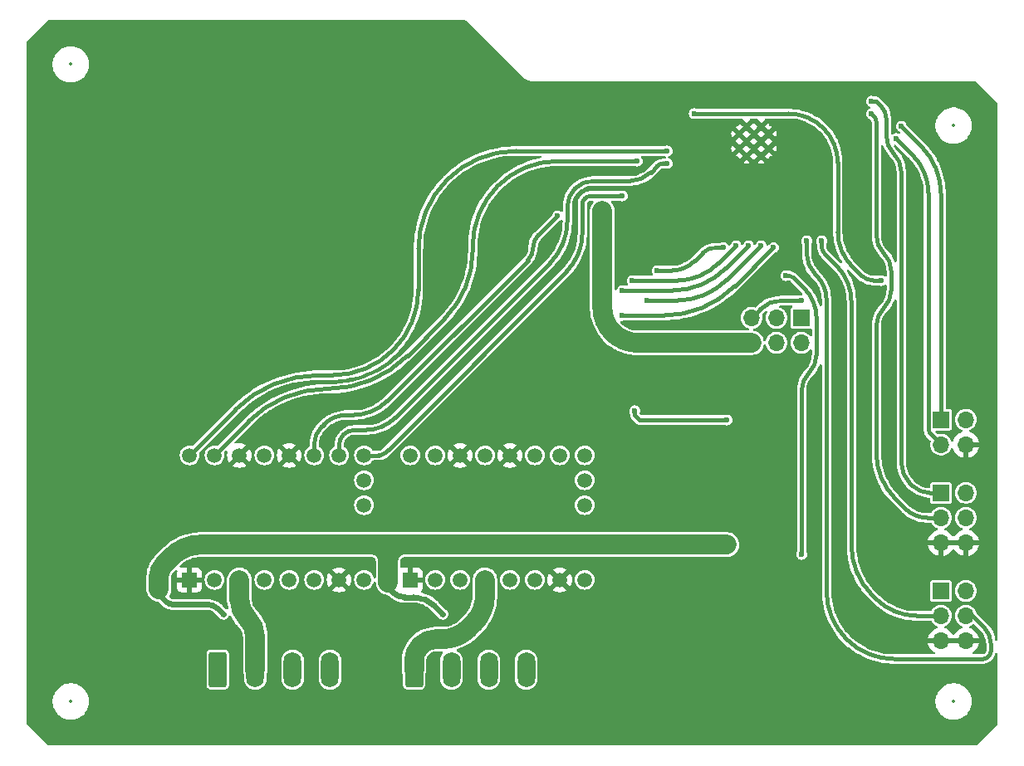
<source format=gbr>
%TF.GenerationSoftware,KiCad,Pcbnew,8.0.2*%
%TF.CreationDate,2025-04-15T08:32:20+02:00*%
%TF.ProjectId,Mainboard,4d61696e-626f-4617-9264-2e6b69636164,v1.0*%
%TF.SameCoordinates,Original*%
%TF.FileFunction,Copper,L2,Bot*%
%TF.FilePolarity,Positive*%
%FSLAX46Y46*%
G04 Gerber Fmt 4.6, Leading zero omitted, Abs format (unit mm)*
G04 Created by KiCad (PCBNEW 8.0.2) date 2025-04-15 08:32:20*
%MOMM*%
%LPD*%
G01*
G04 APERTURE LIST*
G04 Aperture macros list*
%AMRoundRect*
0 Rectangle with rounded corners*
0 $1 Rounding radius*
0 $2 $3 $4 $5 $6 $7 $8 $9 X,Y pos of 4 corners*
0 Add a 4 corners polygon primitive as box body*
4,1,4,$2,$3,$4,$5,$6,$7,$8,$9,$2,$3,0*
0 Add four circle primitives for the rounded corners*
1,1,$1+$1,$2,$3*
1,1,$1+$1,$4,$5*
1,1,$1+$1,$6,$7*
1,1,$1+$1,$8,$9*
0 Add four rect primitives between the rounded corners*
20,1,$1+$1,$2,$3,$4,$5,0*
20,1,$1+$1,$4,$5,$6,$7,0*
20,1,$1+$1,$6,$7,$8,$9,0*
20,1,$1+$1,$8,$9,$2,$3,0*%
G04 Aperture macros list end*
%TA.AperFunction,ComponentPad*%
%ADD10RoundRect,0.250000X-0.650000X-1.550000X0.650000X-1.550000X0.650000X1.550000X-0.650000X1.550000X0*%
%TD*%
%TA.AperFunction,ComponentPad*%
%ADD11O,1.800000X3.600000*%
%TD*%
%TA.AperFunction,ComponentPad*%
%ADD12R,1.700000X1.700000*%
%TD*%
%TA.AperFunction,ComponentPad*%
%ADD13O,1.700000X1.700000*%
%TD*%
%TA.AperFunction,ComponentPad*%
%ADD14C,0.600000*%
%TD*%
%TA.AperFunction,ComponentPad*%
%ADD15R,1.508000X1.508000*%
%TD*%
%TA.AperFunction,ComponentPad*%
%ADD16C,1.508000*%
%TD*%
%TA.AperFunction,ViaPad*%
%ADD17C,0.600000*%
%TD*%
%TA.AperFunction,Conductor*%
%ADD18C,2.000000*%
%TD*%
%TA.AperFunction,Conductor*%
%ADD19C,0.450000*%
%TD*%
%TA.AperFunction,Conductor*%
%ADD20C,0.600000*%
%TD*%
%ADD21C,0.300000*%
%ADD22C,0.350000*%
%ADD23C,0.200000*%
G04 APERTURE END LIST*
D10*
%TO.P,J1,1,Pin_1*%
%TO.N,/Main Sheet/MD1_M1A*%
X112646000Y-130370000D03*
D11*
%TO.P,J1,2,Pin_2*%
%TO.N,/Main Sheet/MD1_M1B*%
X116456000Y-130370000D03*
%TO.P,J1,3,Pin_3*%
%TO.N,/Main Sheet/MD1_M2A*%
X120266000Y-130370000D03*
%TO.P,J1,4,Pin_4*%
%TO.N,/Main Sheet/MD1_M2B*%
X124076000Y-130370000D03*
%TD*%
D10*
%TO.P,J3,1,Pin_1*%
%TO.N,/Main Sheet/MD2_M1A*%
X132646000Y-130370000D03*
D11*
%TO.P,J3,2,Pin_2*%
%TO.N,/Main Sheet/MD2_M1B*%
X136456000Y-130370000D03*
%TO.P,J3,3,Pin_3*%
%TO.N,/Main Sheet/MD2_M2A*%
X140266000Y-130370000D03*
%TO.P,J3,4,Pin_4*%
%TO.N,/Main Sheet/MD2_M2B*%
X144076000Y-130370000D03*
%TD*%
D12*
%TO.P,J2,1,Pin_1*%
%TO.N,/Main Sheet/Tx*%
X186371000Y-104870000D03*
D13*
%TO.P,J2,2,Pin_2*%
%TO.N,+3.3V*%
X188911000Y-104870000D03*
%TO.P,J2,3,Pin_3*%
%TO.N,/Main Sheet/Rx*%
X186371000Y-107410000D03*
%TO.P,J2,4,Pin_4*%
%TO.N,GND*%
X188911000Y-107410000D03*
%TD*%
D12*
%TO.P,J6,1,Pin_1*%
%TO.N,IO1*%
X186371000Y-112345000D03*
D13*
%TO.P,J6,2,Pin_2*%
%TO.N,+3.3V*%
X188911000Y-112345000D03*
%TO.P,J6,3,Pin_3*%
%TO.N,IO2*%
X186371000Y-114885000D03*
%TO.P,J6,4,Pin_4*%
%TO.N,WS2812*%
X188911000Y-114885000D03*
%TO.P,J6,5,Pin_5*%
%TO.N,GND*%
X186371000Y-117425000D03*
%TO.P,J6,6,Pin_6*%
X188911000Y-117425000D03*
%TD*%
D14*
%TO.P,U4,41,GND*%
%TO.N,GND*%
X165786000Y-75710000D03*
X165786000Y-77210000D03*
X166536000Y-74960000D03*
X166536000Y-76460000D03*
X166536000Y-77960000D03*
X167286000Y-75710000D03*
X167286000Y-77210000D03*
X168036000Y-74960000D03*
X168036000Y-76460000D03*
X168036000Y-77960000D03*
X168786000Y-75710000D03*
X168786000Y-77210000D03*
%TD*%
D15*
%TO.P,U3,1,GND*%
%TO.N,GND*%
X109756000Y-121220000D03*
D16*
%TO.P,U3,2,VIO*%
%TO.N,+3.3V*%
X112296000Y-121220000D03*
%TO.P,U3,3,M1B*%
%TO.N,/Main Sheet/MD1_M1B*%
X114836000Y-121220000D03*
%TO.P,U3,4,M1A*%
%TO.N,/Main Sheet/MD1_M1A*%
X117376000Y-121220000D03*
%TO.P,U3,5,M2A*%
%TO.N,/Main Sheet/MD1_M2A*%
X119916000Y-121220000D03*
%TO.P,U3,6,M2B*%
%TO.N,/Main Sheet/MD1_M2B*%
X122456000Y-121220000D03*
%TO.P,U3,7,GND*%
%TO.N,GND*%
X124996000Y-121220000D03*
%TO.P,U3,8,VM*%
%TO.N,+20V*%
X127536000Y-121220000D03*
%TO.P,U3,9,DIR*%
%TO.N,/Main Sheet/MD1_DIR*%
X109756000Y-108520000D03*
%TO.P,U3,10,STEP*%
%TO.N,/Main Sheet/MD1_STEP*%
X112296000Y-108520000D03*
%TO.P,U3,11,PDN*%
%TO.N,GND*%
X114836000Y-108520000D03*
%TO.P,U3,12,UART*%
%TO.N,unconnected-(U3-UART-Pad12)*%
X117376000Y-108520000D03*
%TO.P,U3,13,SPRD*%
%TO.N,GND*%
X119916000Y-108520000D03*
%TO.P,U3,14,MS2*%
%TO.N,/Main Sheet/MD1_MS2*%
X122456000Y-108520000D03*
%TO.P,U3,15,MS1*%
%TO.N,/Main Sheet/MD1_MS1*%
X124996000Y-108520000D03*
%TO.P,U3,16,~{EN}*%
%TO.N,/Main Sheet/MD1_!EN*%
X127536000Y-108520000D03*
%TO.P,U3,17,INDEX*%
%TO.N,unconnected-(U3-INDEX-Pad17)*%
X127536000Y-113600000D03*
%TO.P,U3,18,DIAG*%
%TO.N,unconnected-(U3-DIAG-Pad18)*%
X127536000Y-111060000D03*
%TD*%
D15*
%TO.P,U5,1,GND*%
%TO.N,GND*%
X132256000Y-121220000D03*
D16*
%TO.P,U5,2,VIO*%
%TO.N,+3.3V*%
X134796000Y-121220000D03*
%TO.P,U5,3,M1B*%
%TO.N,/Main Sheet/MD2_M1B*%
X137336000Y-121220000D03*
%TO.P,U5,4,M1A*%
%TO.N,/Main Sheet/MD2_M1A*%
X139876000Y-121220000D03*
%TO.P,U5,5,M2A*%
%TO.N,/Main Sheet/MD2_M2A*%
X142416000Y-121220000D03*
%TO.P,U5,6,M2B*%
%TO.N,/Main Sheet/MD2_M2B*%
X144956000Y-121220000D03*
%TO.P,U5,7,GND*%
%TO.N,GND*%
X147496000Y-121220000D03*
%TO.P,U5,8,VM*%
%TO.N,+20V*%
X150036000Y-121220000D03*
%TO.P,U5,9,DIR*%
%TO.N,/Main Sheet/MD2_DIR*%
X132256000Y-108520000D03*
%TO.P,U5,10,STEP*%
%TO.N,/Main Sheet/MD2_STEP*%
X134796000Y-108520000D03*
%TO.P,U5,11,PDN*%
%TO.N,GND*%
X137336000Y-108520000D03*
%TO.P,U5,12,UART*%
%TO.N,unconnected-(U5-UART-Pad12)*%
X139876000Y-108520000D03*
%TO.P,U5,13,SPRD*%
%TO.N,GND*%
X142416000Y-108520000D03*
%TO.P,U5,14,MS2*%
%TO.N,/Main Sheet/MD2_MS2*%
X144956000Y-108520000D03*
%TO.P,U5,15,MS1*%
%TO.N,/Main Sheet/MD2_MS1*%
X147496000Y-108520000D03*
%TO.P,U5,16,~{EN}*%
%TO.N,/Main Sheet/MD2_!EN*%
X150036000Y-108520000D03*
%TO.P,U5,17,INDEX*%
%TO.N,unconnected-(U5-INDEX-Pad17)*%
X150036000Y-113600000D03*
%TO.P,U5,18,DIAG*%
%TO.N,unconnected-(U5-DIAG-Pad18)*%
X150036000Y-111060000D03*
%TD*%
D12*
%TO.P,J5,1,Pin_1*%
%TO.N,Net-(J5-Pin_1)*%
X186371000Y-122345000D03*
D13*
%TO.P,J5,2,Pin_2*%
X188911000Y-122345000D03*
%TO.P,J5,3,Pin_3*%
%TO.N,SERVO1*%
X186371000Y-124885000D03*
%TO.P,J5,4,Pin_4*%
%TO.N,SERVO2*%
X188911000Y-124885000D03*
%TO.P,J5,5,Pin_5*%
%TO.N,GND*%
X186371000Y-127425000D03*
%TO.P,J5,6,Pin_6*%
X188911000Y-127425000D03*
%TD*%
D12*
%TO.P,J4,1,Pin_1*%
%TO.N,/Main Sheet/ID0*%
X172139000Y-94491000D03*
D13*
%TO.P,J4,2,Pin_2*%
%TO.N,+3.3V*%
X172139000Y-97031000D03*
%TO.P,J4,3,Pin_3*%
%TO.N,/Main Sheet/ID1*%
X169599000Y-94491000D03*
%TO.P,J4,4,Pin_4*%
%TO.N,+3.3V*%
X169599000Y-97031000D03*
%TO.P,J4,5,Pin_5*%
%TO.N,/Main Sheet/ID2*%
X167059000Y-94491000D03*
%TO.P,J4,6,Pin_6*%
%TO.N,+3.3V*%
X167059000Y-97031000D03*
%TD*%
D17*
%TO.N,GND*%
X173228000Y-112268000D03*
X146304000Y-86868000D03*
X137160000Y-83312000D03*
X164000000Y-121000000D03*
X189896000Y-82050000D03*
X168000000Y-91000000D03*
X135000000Y-70000000D03*
X173000000Y-78000000D03*
X103574000Y-77986000D03*
X124000000Y-137000000D03*
X144000000Y-137000000D03*
X133000000Y-137000000D03*
X103574000Y-71890000D03*
X164000000Y-85000000D03*
X131514000Y-124722000D03*
X183000000Y-127000000D03*
X103574000Y-75446000D03*
X169648782Y-70833513D03*
X191000000Y-78000000D03*
X97000000Y-91000000D03*
X128441000Y-83800589D03*
X132000000Y-93000000D03*
X103574000Y-79510000D03*
X163646000Y-70870000D03*
X148646000Y-70870000D03*
X180848000Y-97028000D03*
X124402000Y-124214000D03*
X142240000Y-86360000D03*
X191000000Y-110000000D03*
X189646000Y-70870000D03*
X103574000Y-74430000D03*
X147262000Y-124214000D03*
X168090000Y-103894000D03*
X189896000Y-90305000D03*
X100000000Y-101000000D03*
X140646000Y-67870000D03*
X159200000Y-107704000D03*
X150646000Y-70870000D03*
X178816000Y-92964000D03*
X183388000Y-96520000D03*
X158496000Y-73660000D03*
X135000000Y-79000000D03*
X189896000Y-98560000D03*
X172000000Y-134000000D03*
X142646000Y-69870000D03*
X156000000Y-82000000D03*
X144646000Y-70870000D03*
X103574000Y-76970000D03*
X175646000Y-70870000D03*
X103574000Y-80526000D03*
X171646000Y-70870000D03*
X146646000Y-70870000D03*
X152595960Y-70940000D03*
X138646000Y-65870000D03*
X103574000Y-72906000D03*
X157446999Y-105860000D03*
X165646000Y-70870000D03*
X168090000Y-105926000D03*
X187646000Y-70870000D03*
X182000000Y-73000000D03*
X131101000Y-88357500D03*
X181646000Y-70870000D03*
X159000000Y-100000000D03*
X161646000Y-70870000D03*
X103574000Y-69350000D03*
X142000000Y-74000000D03*
X146000000Y-81000000D03*
X97000000Y-115000000D03*
X183330000Y-88400000D03*
X183646000Y-70870000D03*
X190000000Y-96000000D03*
X155000000Y-89000000D03*
X189000000Y-85000000D03*
X118000000Y-112000000D03*
X103574000Y-70366000D03*
X179646000Y-70870000D03*
X185646000Y-70870000D03*
X109162000Y-124722000D03*
X141000000Y-112000000D03*
X173646000Y-70870000D03*
X160000000Y-111000000D03*
X167646000Y-70870000D03*
X101000000Y-122000000D03*
X113000000Y-137000000D03*
X181000000Y-81000000D03*
X158000000Y-126000000D03*
%TO.N,+3.3V*%
X151834000Y-83574000D03*
X164534000Y-117610000D03*
X135578000Y-124722000D03*
X155136068Y-103960000D03*
X164534000Y-104910000D03*
X113226000Y-124722000D03*
%TO.N,/Main Sheet/EN*%
X161213979Y-73649979D03*
X180282000Y-90686000D03*
%TO.N,/Main Sheet/MD1_DIR*%
X158438000Y-77460000D03*
%TO.N,/Main Sheet/MD1_STEP*%
X155390000Y-78494000D03*
%TO.N,/Main Sheet/MD1_!EN*%
X153866000Y-82050000D03*
%TO.N,/Main Sheet/MD1_MS2*%
X147262000Y-84082000D03*
%TO.N,/Main Sheet/MD1_MS1*%
X158438000Y-78730000D03*
%TO.N,/Main Sheet/MD2_STEP*%
X165471000Y-87129960D03*
X154882000Y-90686000D03*
%TO.N,/Main Sheet/MD2_!EN*%
X164201000Y-87305096D03*
X157422000Y-89670000D03*
%TO.N,/Main Sheet/MD2_MS2*%
X153866000Y-94242000D03*
X169281016Y-87305016D03*
%TO.N,/Main Sheet/MD2_MS1*%
X168011000Y-87130000D03*
X156406000Y-92718000D03*
%TO.N,/Main Sheet/MD2_DIR*%
X153865996Y-91702000D03*
X166741000Y-87130000D03*
%TO.N,IO2*%
X179266000Y-73650000D03*
%TO.N,WS2812*%
X170551000Y-90178000D03*
X172154000Y-118626000D03*
%TO.N,IO1*%
X179266000Y-72380000D03*
%TO.N,SERVO1*%
X174186000Y-86622000D03*
%TO.N,SERVO2*%
X172662000Y-86622000D03*
%TO.N,/Main Sheet/ID2*%
X172154016Y-92718000D03*
%TO.N,/Main Sheet/Rx*%
X181806082Y-76190000D03*
%TO.N,/Main Sheet/Tx*%
X182314010Y-74938008D03*
%TD*%
D18*
%TO.N,+3.3V*%
X130000000Y-120500000D02*
X130000000Y-119305000D01*
D19*
X155136068Y-103960000D02*
X155136068Y-104401932D01*
D18*
X106622000Y-121166000D02*
X106622000Y-122182000D01*
X130000000Y-120500000D02*
X130000000Y-121500000D01*
D19*
X155644000Y-104910000D02*
X164534000Y-104910000D01*
D20*
X112718000Y-124214000D02*
X113226000Y-124722000D01*
X106622000Y-122330789D02*
X106622000Y-122182000D01*
D18*
X155454718Y-97031000D02*
X167059000Y-97031000D01*
D20*
X107997210Y-123706000D02*
X111491579Y-123706000D01*
D18*
X131695000Y-117610000D02*
X164534000Y-117610000D01*
D20*
X132638362Y-123000000D02*
X131707106Y-123000000D01*
X106876000Y-122944000D02*
X107384000Y-123452000D01*
D19*
X155136068Y-104401932D02*
X155136000Y-104402000D01*
D18*
X151834000Y-93410281D02*
X151834000Y-83574000D01*
D20*
X134717000Y-123861000D02*
X135578000Y-124722000D01*
D18*
X106622000Y-120912000D02*
X106622000Y-121166000D01*
X128305000Y-117610000D02*
X131695000Y-117610000D01*
D19*
X155136000Y-104402000D02*
X155644000Y-104910000D01*
D18*
X128305000Y-117610000D02*
X110958051Y-117610000D01*
X107891999Y-118879999D02*
X107160815Y-119611184D01*
D20*
X130353553Y-122353553D02*
X130500000Y-122500000D01*
X107384000Y-123452000D02*
G75*
G03*
X107997210Y-123705996I613200J613200D01*
G01*
D18*
X131695000Y-117610000D02*
G75*
G03*
X130000000Y-119305000I0J-1695000D01*
G01*
X107160815Y-119611184D02*
G75*
G03*
X106621990Y-120912000I1300785J-1300816D01*
G01*
D20*
X130500000Y-122500000D02*
G75*
G03*
X131707106Y-122999997I1207100J1207100D01*
G01*
X112718000Y-124214000D02*
G75*
G03*
X111491579Y-123706008I-1226400J-1226400D01*
G01*
D18*
X151834000Y-93410281D02*
G75*
G03*
X152894478Y-95970522I3620700J-19D01*
G01*
X130000000Y-119305000D02*
G75*
G03*
X128305000Y-117610000I-1695000J0D01*
G01*
D20*
X130000000Y-121500000D02*
G75*
G03*
X130353554Y-122353552I1207100J0D01*
G01*
D18*
X152894484Y-95970516D02*
G75*
G03*
X155454718Y-97030992I2560216J2560216D01*
G01*
D20*
X106622000Y-122330789D02*
G75*
G03*
X106875997Y-122944003I867200J-11D01*
G01*
X134717000Y-123861000D02*
G75*
G03*
X132638362Y-123000016I-2078600J-2078600D01*
G01*
D18*
X110958051Y-117610000D02*
G75*
G03*
X107891985Y-118879985I-51J-4336000D01*
G01*
D19*
%TO.N,/Main Sheet/EN*%
X179520000Y-90686000D02*
X180282000Y-90686000D01*
X175852000Y-78692808D02*
X175852000Y-85725147D01*
X177305000Y-89233000D02*
X178219184Y-90147184D01*
X170809170Y-73649979D02*
X161213979Y-73649979D01*
X175852000Y-85725147D02*
G75*
G03*
X177305014Y-89232986I4960900J47D01*
G01*
X174374989Y-75126989D02*
G75*
G03*
X170809170Y-73649997I-3565789J-3565811D01*
G01*
X178219184Y-90147184D02*
G75*
G03*
X179520000Y-90686009I1300816J1300784D01*
G01*
X174374989Y-75126989D02*
G75*
G02*
X175852003Y-78692808I-3565789J-3565811D01*
G01*
%TO.N,/Main Sheet/MD1_DIR*%
X122948000Y-100338000D02*
X124324885Y-100338000D01*
X114395395Y-103880604D02*
X109756000Y-108520000D01*
X143085988Y-77460000D02*
X158438000Y-77460000D01*
X133096000Y-91566885D02*
X133096000Y-87449988D01*
X143085988Y-77460000D02*
G75*
G03*
X136022003Y-80386003I12J-9990000D01*
G01*
X136022000Y-80386000D02*
G75*
G03*
X133095995Y-87449988I7064000J-7064000D01*
G01*
X130527000Y-97769000D02*
G75*
G02*
X124324885Y-100337994I-6202100J6202100D01*
G01*
X122948000Y-100338000D02*
G75*
G03*
X114395398Y-103880607I0J-12095200D01*
G01*
X133096000Y-91566885D02*
G75*
G02*
X130527004Y-97769004I-8771100J-15D01*
G01*
%TO.N,/Main Sheet/MD1_STEP*%
X147298102Y-78494000D02*
X155390000Y-78494000D01*
X135752317Y-94575681D02*
X131970999Y-98357000D01*
X138626000Y-87166102D02*
X138626000Y-87638000D01*
X115733000Y-105082999D02*
X112296000Y-108520000D01*
X147298102Y-78494000D02*
G75*
G03*
X141165999Y-81033999I-2J-8672100D01*
G01*
X123852000Y-101720000D02*
G75*
G03*
X115733000Y-105082999I0J-11482000D01*
G01*
X131970999Y-98357000D02*
G75*
G02*
X123852000Y-101719999I-8118999J8119000D01*
G01*
X138626000Y-87638000D02*
G75*
G02*
X135752325Y-94575689I-9811400J0D01*
G01*
X141166000Y-81034000D02*
G75*
G03*
X138626001Y-87166102I6132100J-6132100D01*
G01*
%TO.N,/Main Sheet/MD1_!EN*%
X149802000Y-83066000D02*
X149802000Y-82917210D01*
X130270999Y-107676999D02*
X129709000Y-108239000D01*
X129030605Y-108520000D02*
X127536000Y-108520000D01*
X150669210Y-82050000D02*
X153866000Y-82050000D01*
X130270999Y-107676999D02*
X148185553Y-89762446D01*
X149802000Y-84082000D02*
X149802000Y-85860000D01*
X149802000Y-83066000D02*
X149802000Y-84082000D01*
X150669210Y-82050000D02*
G75*
G03*
X150055997Y-82303997I-10J-867200D01*
G01*
X129709000Y-108239000D02*
G75*
G02*
X129030605Y-108520002I-678400J678400D01*
G01*
X150056000Y-82304000D02*
G75*
G03*
X149802004Y-82917210I613200J-613200D01*
G01*
X149802000Y-85860000D02*
G75*
G02*
X148185555Y-89762448I-5518900J0D01*
G01*
D18*
%TO.N,/Main Sheet/MD1_M1B*%
X114836000Y-123154487D02*
X114836000Y-121220000D01*
X116456000Y-127065512D02*
X116456000Y-130370000D01*
X114836000Y-123154487D02*
G75*
G03*
X115645996Y-125110004I2765500J-13D01*
G01*
X115646000Y-125110000D02*
G75*
G02*
X116455995Y-127065512I-1955500J-1955500D01*
G01*
D19*
%TO.N,/Main Sheet/MD1_MS2*%
X123223917Y-105580082D02*
X123429000Y-105375000D01*
X122456000Y-107434000D02*
X122456000Y-108520000D01*
X144241184Y-88626815D02*
X129902840Y-102965159D01*
X125778029Y-104402000D02*
X126434000Y-104402000D01*
X145318815Y-86025184D02*
X147262000Y-84082000D01*
X129902840Y-102965159D02*
G75*
G02*
X126434000Y-104401994I-3468840J3468859D01*
G01*
X125778029Y-104402000D02*
G75*
G03*
X123428991Y-105374991I-29J-3322000D01*
G01*
X144780000Y-87326000D02*
G75*
G02*
X144241178Y-88626809I-1839600J0D01*
G01*
X145318815Y-86025184D02*
G75*
G03*
X144779990Y-87326000I1300785J-1300816D01*
G01*
X123223917Y-105580082D02*
G75*
G03*
X122455989Y-107434000I1853883J-1853918D01*
G01*
%TO.N,/Main Sheet/MD1_MS1*%
X148278000Y-84590000D02*
X148278000Y-83127630D01*
X154628036Y-80526000D02*
X150879630Y-80526000D01*
X157430956Y-78993043D02*
X156796000Y-79628000D01*
X158066000Y-78730000D02*
X158438000Y-78730000D01*
X126583609Y-105926000D02*
X127704000Y-105926000D01*
X124996000Y-107513609D02*
X124996000Y-108520000D01*
X146481948Y-88926051D02*
X130739235Y-104668764D01*
X125461000Y-106391000D02*
G75*
G03*
X124996004Y-107513609I1122600J-1122600D01*
G01*
X158066000Y-78730000D02*
G75*
G03*
X157430954Y-78993041I0J-898100D01*
G01*
X156796000Y-79628000D02*
G75*
G02*
X154628036Y-80526015I-2168000J2168000D01*
G01*
X149040000Y-81288000D02*
G75*
G03*
X148278013Y-83127630I1839600J-1839600D01*
G01*
X126583609Y-105926000D02*
G75*
G03*
X125460997Y-106390997I-9J-1587600D01*
G01*
X130739235Y-104668764D02*
G75*
G02*
X127704000Y-105925991I-3035235J3035264D01*
G01*
X148278000Y-84590000D02*
G75*
G02*
X146481948Y-88926051I-6132100J0D01*
G01*
X150879630Y-80526000D02*
G75*
G03*
X149039991Y-81287991I-30J-2601600D01*
G01*
%TO.N,/Main Sheet/MD2_STEP*%
X163692980Y-88907980D02*
X165471000Y-87129960D01*
X159400460Y-90686000D02*
X154882000Y-90686000D01*
X163692980Y-88907980D02*
G75*
G02*
X159400460Y-90685983I-4292480J4292480D01*
G01*
%TO.N,/Main Sheet/MD2_!EN*%
X158844000Y-89670000D02*
X157422000Y-89670000D01*
X163415952Y-87305096D02*
X164201000Y-87305096D01*
X161271505Y-88664493D02*
X162075791Y-87860208D01*
X163415952Y-87305096D02*
G75*
G03*
X162075759Y-87860176I-52J-1895304D01*
G01*
X161271505Y-88664493D02*
G75*
G02*
X158844000Y-89670002I-2427505J2427493D01*
G01*
%TO.N,/Main Sheet/MD2_MS2*%
X158105016Y-94242000D02*
X153866000Y-94242000D01*
X165341468Y-91244563D02*
X169281016Y-87305016D01*
X165341468Y-91244563D02*
G75*
G02*
X158105016Y-94242008I-7236468J7236463D01*
G01*
%TO.N,/Main Sheet/MD2_MS1*%
X159414500Y-92718000D02*
X156406000Y-92718000D01*
X164550330Y-90590669D02*
X168011000Y-87130000D01*
X164550330Y-90590669D02*
G75*
G02*
X159414500Y-92717988I-5135830J5135869D01*
G01*
%TO.N,/Main Sheet/MD2_DIR*%
X164455000Y-89416000D02*
X166741000Y-87130000D01*
X158936107Y-91702000D02*
X153865996Y-91702000D01*
X164455000Y-89416000D02*
G75*
G02*
X158936107Y-91702003I-5518900J5518900D01*
G01*
D18*
%TO.N,/Main Sheet/MD2_M1A*%
X132646000Y-129470000D02*
X132646000Y-130370000D01*
X133282396Y-127933603D02*
X133300000Y-127916000D01*
X135528000Y-127262000D02*
X134878895Y-127262000D01*
X139876000Y-122854000D02*
X139876000Y-121220000D01*
X138214985Y-126149013D02*
X138720587Y-125643412D01*
X134878895Y-127262000D02*
G75*
G03*
X133300001Y-127916001I5J-2232900D01*
G01*
X133282396Y-127933603D02*
G75*
G03*
X132646002Y-129470000I1536404J-1536397D01*
G01*
X139876000Y-122854000D02*
G75*
G02*
X138720582Y-125643407I-3944800J0D01*
G01*
X138214985Y-126149013D02*
G75*
G02*
X135528000Y-127261990I-2686985J2687013D01*
G01*
D19*
%TO.N,IO2*%
X185012000Y-114885000D02*
X186371000Y-114885000D01*
X179520000Y-73904000D02*
X179266000Y-73650000D01*
X179774000Y-86052369D02*
X179774000Y-74517210D01*
X179774000Y-108263132D02*
X179774000Y-95319630D01*
X181713500Y-112945500D02*
X182692041Y-113924041D01*
X181298000Y-89731630D02*
X181298000Y-91640369D01*
X179774000Y-86052369D02*
G75*
G03*
X180535991Y-87892009I2601600J-31D01*
G01*
X181298000Y-91640369D02*
G75*
G02*
X180536009Y-93480009I-2601600J-31D01*
G01*
X179520000Y-73904000D02*
G75*
G02*
X179773996Y-74517210I-613200J-613200D01*
G01*
X182692041Y-113924041D02*
G75*
G03*
X185012000Y-114885005I2319959J2319941D01*
G01*
X180536000Y-93480000D02*
G75*
G03*
X179774013Y-95319630I1839600J-1839600D01*
G01*
X180536000Y-87892000D02*
G75*
G02*
X181297987Y-89731630I-1839600J-1839600D01*
G01*
X179774000Y-108263132D02*
G75*
G03*
X181713510Y-112945490I6621900J32D01*
G01*
%TO.N,WS2812*%
X172154000Y-101923630D02*
X172154000Y-118626000D01*
X170844500Y-90178000D02*
X170551000Y-90178000D01*
X173678000Y-98244369D02*
X173678000Y-94514051D01*
X171345535Y-90385535D02*
X172408000Y-91448000D01*
X173678000Y-98244369D02*
G75*
G02*
X172916009Y-100084009I-2601600J-31D01*
G01*
X172916000Y-100084000D02*
G75*
G03*
X172154013Y-101923630I1839600J-1839600D01*
G01*
X172408000Y-91448000D02*
G75*
G02*
X173678020Y-94514051I-3066100J-3066100D01*
G01*
X171345535Y-90385535D02*
G75*
G03*
X170844500Y-90178008I-501035J-501065D01*
G01*
%TO.N,IO1*%
X183379647Y-111563647D02*
X183237500Y-111421500D01*
X179756000Y-72380000D02*
X179266000Y-72380000D01*
X182314000Y-79571630D02*
X182314000Y-109191973D01*
X180790000Y-75892369D02*
X180790000Y-74145148D01*
X180273000Y-72897000D02*
X179756000Y-72380000D01*
X185266000Y-112345000D02*
X186371000Y-112345000D01*
X180273000Y-72897000D02*
G75*
G02*
X180789980Y-74145148I-1248100J-1248100D01*
G01*
X183379647Y-111563647D02*
G75*
G03*
X185266000Y-112345002I1886353J1886347D01*
G01*
X182314000Y-109191973D02*
G75*
G03*
X183237492Y-111421508I3153000J-27D01*
G01*
X180790000Y-75892369D02*
G75*
G03*
X181551991Y-77732009I2601600J-31D01*
G01*
X181552000Y-77732000D02*
G75*
G02*
X182313987Y-79571630I-1839600J-1839600D01*
G01*
%TO.N,SERVO1*%
X174186000Y-87130000D02*
X174186000Y-86622000D01*
X179725052Y-123149052D02*
X179347500Y-122771500D01*
X177234000Y-117669059D02*
X177234000Y-92841261D01*
X183916000Y-124885000D02*
X186371000Y-124885000D01*
X174545210Y-87997210D02*
X175710000Y-89162000D01*
X174186000Y-87130000D02*
G75*
G03*
X174545214Y-87997206I1226400J0D01*
G01*
X177234000Y-117669059D02*
G75*
G03*
X179347488Y-122771512I7215900J-41D01*
G01*
X179725052Y-123149052D02*
G75*
G03*
X183916000Y-124884998I4190948J4190952D01*
G01*
X175710000Y-89162000D02*
G75*
G02*
X177234016Y-92841261I-3679300J-3679300D01*
G01*
%TO.N,SERVO2*%
X190590789Y-129294000D02*
X181631681Y-129294000D01*
X173678000Y-90178000D02*
X173560025Y-90060025D01*
X190739579Y-126035579D02*
X189589000Y-124885000D01*
X174694000Y-92630840D02*
X174694000Y-122356318D01*
X191458000Y-127770000D02*
X191458000Y-128426789D01*
X172662000Y-87892000D02*
X172662000Y-86622000D01*
X189589000Y-124885000D02*
X188911000Y-124885000D01*
X190739579Y-126035579D02*
G75*
G02*
X191458012Y-127770000I-1734379J-1734421D01*
G01*
X191458000Y-128426789D02*
G75*
G02*
X191204003Y-129040003I-867200J-11D01*
G01*
X172662000Y-87892000D02*
G75*
G03*
X173560015Y-90060035I3066100J0D01*
G01*
X191204000Y-129040000D02*
G75*
G02*
X190590789Y-129293996I-613200J613200D01*
G01*
X173678000Y-90178000D02*
G75*
G02*
X174693983Y-92630840I-2452800J-2452800D01*
G01*
X176726000Y-127262000D02*
G75*
G03*
X181631681Y-129294007I4905700J4905700D01*
G01*
X174694000Y-122356318D02*
G75*
G03*
X176726005Y-127261995I6937700J18D01*
G01*
%TO.N,/Main Sheet/ID2*%
X170085700Y-92718000D02*
X172154016Y-92718000D01*
X167945500Y-93604500D02*
X167059000Y-94491000D01*
X170085700Y-92718000D02*
G75*
G03*
X167945500Y-93604500I0J-3026700D01*
G01*
%TO.N,/Main Sheet/Rx*%
X185249453Y-106288453D02*
X186371000Y-107410000D01*
X185096000Y-81824323D02*
X185096000Y-105917984D01*
X181806082Y-76199041D02*
X181806082Y-76190000D01*
X181812474Y-76214474D02*
X183451041Y-77853041D01*
X183451041Y-77853041D02*
G75*
G02*
X185095996Y-81824323I-3971241J-3971259D01*
G01*
X181806082Y-76199041D02*
G75*
G03*
X181812496Y-76214452I21818J41D01*
G01*
X185096000Y-105917984D02*
G75*
G03*
X185249450Y-106288456I523900J-16D01*
G01*
%TO.N,/Main Sheet/Tx*%
X184342505Y-76966503D02*
X182314010Y-74938008D01*
X186371000Y-104870000D02*
X186338000Y-104870000D01*
X186338000Y-104870000D02*
X185870000Y-104402000D01*
X186371000Y-81863723D02*
X186371000Y-104870000D01*
X184342505Y-76966503D02*
G75*
G02*
X186370988Y-81863723I-4897205J-4897197D01*
G01*
%TD*%
%TA.AperFunction,Conductor*%
%TO.N,GND*%
G36*
X137954363Y-64140185D02*
G01*
X137975005Y-64156819D01*
X143702608Y-69884422D01*
X143702610Y-69884425D01*
X143714832Y-69896647D01*
X143714849Y-69896677D01*
X143818732Y-70000560D01*
X143818737Y-70000564D01*
X143818740Y-70000567D01*
X143974792Y-70120307D01*
X144105610Y-70195832D01*
X144145131Y-70218650D01*
X144145133Y-70218651D01*
X144145137Y-70218653D01*
X144326863Y-70293924D01*
X144516858Y-70344830D01*
X144516861Y-70344831D01*
X144618838Y-70358254D01*
X144711873Y-70370502D01*
X144810219Y-70370500D01*
X144810222Y-70370500D01*
X189887324Y-70370500D01*
X189954363Y-70390185D01*
X189975005Y-70406819D01*
X192109181Y-72540995D01*
X192142666Y-72602318D01*
X192145500Y-72628676D01*
X192145500Y-127288327D01*
X192125815Y-127355366D01*
X192073011Y-127401121D01*
X192003853Y-127411065D01*
X191940297Y-127382040D01*
X191902523Y-127323262D01*
X191899883Y-127312518D01*
X191872576Y-127175238D01*
X191849178Y-127057609D01*
X191765655Y-126782277D01*
X191655547Y-126516457D01*
X191519914Y-126262710D01*
X191360062Y-126023479D01*
X191360056Y-126023472D01*
X191360053Y-126023467D01*
X191177537Y-125801076D01*
X191177525Y-125801063D01*
X191101238Y-125724778D01*
X191101233Y-125724774D01*
X189995918Y-124619459D01*
X189964333Y-124565713D01*
X189941582Y-124485750D01*
X189941577Y-124485739D01*
X189850674Y-124303180D01*
X189727762Y-124140418D01*
X189577041Y-124003019D01*
X189577039Y-124003017D01*
X189403642Y-123895655D01*
X189403635Y-123895651D01*
X189263239Y-123841262D01*
X189213456Y-123821976D01*
X189012976Y-123784500D01*
X188809024Y-123784500D01*
X188608544Y-123821976D01*
X188608541Y-123821976D01*
X188608541Y-123821977D01*
X188418364Y-123895651D01*
X188418357Y-123895655D01*
X188244960Y-124003017D01*
X188244958Y-124003019D01*
X188094237Y-124140418D01*
X187971327Y-124303178D01*
X187880422Y-124485739D01*
X187880417Y-124485752D01*
X187824602Y-124681917D01*
X187805785Y-124884999D01*
X187805785Y-124885000D01*
X187824602Y-125088082D01*
X187880417Y-125284247D01*
X187880422Y-125284260D01*
X187971327Y-125466821D01*
X188094237Y-125629581D01*
X188244958Y-125766980D01*
X188244960Y-125766982D01*
X188244962Y-125766983D01*
X188418363Y-125874348D01*
X188499283Y-125905696D01*
X188554685Y-125948269D01*
X188578276Y-126014035D01*
X188562565Y-126082116D01*
X188512542Y-126130895D01*
X188486586Y-126141097D01*
X188447519Y-126151565D01*
X188447507Y-126151570D01*
X188233422Y-126251399D01*
X188233420Y-126251400D01*
X188039926Y-126386886D01*
X188039920Y-126386891D01*
X187872891Y-126553920D01*
X187872890Y-126553922D01*
X187742575Y-126740031D01*
X187687998Y-126783655D01*
X187618499Y-126790848D01*
X187556145Y-126759326D01*
X187539425Y-126740031D01*
X187409109Y-126553922D01*
X187409108Y-126553920D01*
X187242082Y-126386894D01*
X187048578Y-126251399D01*
X186834492Y-126151570D01*
X186834477Y-126151564D01*
X186795414Y-126141097D01*
X186735754Y-126104732D01*
X186705226Y-126041885D01*
X186713521Y-125972509D01*
X186758007Y-125918632D01*
X186782710Y-125905698D01*
X186863637Y-125874348D01*
X187037041Y-125766981D01*
X187187764Y-125629579D01*
X187310673Y-125466821D01*
X187401582Y-125284250D01*
X187457397Y-125088083D01*
X187476215Y-124885000D01*
X187474427Y-124865709D01*
X187457397Y-124681917D01*
X187448181Y-124649526D01*
X187401582Y-124485750D01*
X187401224Y-124485032D01*
X187357272Y-124396764D01*
X187310673Y-124303179D01*
X187220784Y-124184146D01*
X187187762Y-124140418D01*
X187037041Y-124003019D01*
X187037039Y-124003017D01*
X186863642Y-123895655D01*
X186863635Y-123895651D01*
X186723239Y-123841262D01*
X186673456Y-123821976D01*
X186472976Y-123784500D01*
X186269024Y-123784500D01*
X186068544Y-123821976D01*
X186068541Y-123821976D01*
X186068541Y-123821977D01*
X185878364Y-123895651D01*
X185878357Y-123895655D01*
X185704960Y-124003017D01*
X185704958Y-124003019D01*
X185554237Y-124140418D01*
X185431327Y-124303178D01*
X185412608Y-124340772D01*
X185365105Y-124392009D01*
X185301608Y-124409500D01*
X183918425Y-124409500D01*
X183913557Y-124409404D01*
X183493156Y-124392886D01*
X183483449Y-124392122D01*
X183068052Y-124342956D01*
X183058436Y-124341433D01*
X182648176Y-124259828D01*
X182638708Y-124257555D01*
X182236123Y-124144014D01*
X182226863Y-124141006D01*
X181834410Y-123996222D01*
X181825416Y-123992496D01*
X181445544Y-123817374D01*
X181436868Y-123812953D01*
X181071899Y-123608560D01*
X181063597Y-123603473D01*
X180715799Y-123371082D01*
X180707923Y-123365359D01*
X180379425Y-123106393D01*
X180372021Y-123100070D01*
X180325444Y-123057015D01*
X180063104Y-122814510D01*
X180059594Y-122811135D01*
X179685290Y-122436831D01*
X179682216Y-122433646D01*
X179562395Y-122304949D01*
X179358868Y-122086345D01*
X179353077Y-122079662D01*
X179218323Y-121912442D01*
X179112211Y-121780764D01*
X179056716Y-121711898D01*
X179051412Y-121704812D01*
X178888602Y-121470321D01*
X185270500Y-121470321D01*
X185270500Y-123219678D01*
X185285032Y-123292735D01*
X185285033Y-123292739D01*
X185285034Y-123292740D01*
X185340399Y-123375601D01*
X185423260Y-123430966D01*
X185423264Y-123430967D01*
X185496321Y-123445499D01*
X185496324Y-123445500D01*
X185496326Y-123445500D01*
X187245676Y-123445500D01*
X187245677Y-123445499D01*
X187318740Y-123430966D01*
X187401601Y-123375601D01*
X187456966Y-123292740D01*
X187471500Y-123219674D01*
X187471500Y-122344999D01*
X187805785Y-122344999D01*
X187805785Y-122345000D01*
X187824602Y-122548082D01*
X187880417Y-122744247D01*
X187880422Y-122744260D01*
X187971327Y-122926821D01*
X188094237Y-123089581D01*
X188244958Y-123226980D01*
X188244960Y-123226982D01*
X188317541Y-123271922D01*
X188418363Y-123334348D01*
X188608544Y-123408024D01*
X188809024Y-123445500D01*
X188809026Y-123445500D01*
X189012974Y-123445500D01*
X189012976Y-123445500D01*
X189213456Y-123408024D01*
X189403637Y-123334348D01*
X189577041Y-123226981D01*
X189727764Y-123089579D01*
X189850673Y-122926821D01*
X189941582Y-122744250D01*
X189997397Y-122548083D01*
X190016215Y-122345000D01*
X190015658Y-122338994D01*
X189997397Y-122141917D01*
X189951334Y-121980025D01*
X189941582Y-121945750D01*
X189935594Y-121933725D01*
X189865435Y-121792826D01*
X189850673Y-121763179D01*
X189727764Y-121600421D01*
X189727762Y-121600418D01*
X189577041Y-121463019D01*
X189577039Y-121463017D01*
X189403642Y-121355655D01*
X189403635Y-121355651D01*
X189223394Y-121285826D01*
X189213456Y-121281976D01*
X189012976Y-121244500D01*
X188809024Y-121244500D01*
X188608544Y-121281976D01*
X188608541Y-121281976D01*
X188608541Y-121281977D01*
X188418364Y-121355651D01*
X188418357Y-121355655D01*
X188244960Y-121463017D01*
X188244958Y-121463019D01*
X188094237Y-121600418D01*
X187971327Y-121763178D01*
X187880422Y-121945739D01*
X187880417Y-121945752D01*
X187824602Y-122141917D01*
X187805785Y-122344999D01*
X187471500Y-122344999D01*
X187471500Y-121470326D01*
X187471500Y-121470323D01*
X187471499Y-121470321D01*
X187456967Y-121397264D01*
X187456966Y-121397260D01*
X187454166Y-121393070D01*
X187401601Y-121314399D01*
X187318740Y-121259034D01*
X187318739Y-121259033D01*
X187318735Y-121259032D01*
X187245677Y-121244500D01*
X187245674Y-121244500D01*
X185496326Y-121244500D01*
X185496323Y-121244500D01*
X185423264Y-121259032D01*
X185423260Y-121259033D01*
X185340399Y-121314399D01*
X185285033Y-121397260D01*
X185285032Y-121397264D01*
X185270500Y-121470321D01*
X178888602Y-121470321D01*
X178883531Y-121463017D01*
X178782041Y-121316844D01*
X178777271Y-121309421D01*
X178536256Y-120903211D01*
X178532017Y-120895446D01*
X178501124Y-120833730D01*
X178413776Y-120659228D01*
X178320606Y-120473097D01*
X178316929Y-120465046D01*
X178314025Y-120458034D01*
X178136187Y-120028693D01*
X178133098Y-120020412D01*
X178117272Y-119972863D01*
X177983936Y-119572248D01*
X177981445Y-119563761D01*
X177935600Y-119384139D01*
X177864643Y-119106127D01*
X177862764Y-119097490D01*
X177862384Y-119095381D01*
X177778902Y-118632665D01*
X177777649Y-118623948D01*
X177727158Y-118154296D01*
X177726530Y-118145507D01*
X177709578Y-117670794D01*
X177709500Y-117666377D01*
X177709500Y-92892634D01*
X177709514Y-92892582D01*
X177709514Y-92841257D01*
X177709515Y-92841257D01*
X177709514Y-92618138D01*
X177674499Y-92173276D01*
X177604690Y-91732532D01*
X177500515Y-91298624D01*
X177362618Y-90874227D01*
X177191849Y-90461957D01*
X176989259Y-90064356D01*
X176989256Y-90064350D01*
X176989249Y-90064339D01*
X176785478Y-89731816D01*
X176767233Y-89664370D01*
X176788349Y-89597768D01*
X176842121Y-89553154D01*
X176911477Y-89544694D01*
X176974396Y-89575074D01*
X176978886Y-89579345D01*
X177933287Y-90533747D01*
X177933384Y-90533831D01*
X177974885Y-90575335D01*
X178178190Y-90737468D01*
X178219003Y-90763113D01*
X178398362Y-90875814D01*
X178632640Y-90988638D01*
X178878078Y-91074522D01*
X179131589Y-91132385D01*
X179389980Y-91161499D01*
X179389981Y-91161500D01*
X179389985Y-91161500D01*
X179457399Y-91161500D01*
X179966769Y-91161500D01*
X180014219Y-91170938D01*
X180138291Y-91222330D01*
X180265280Y-91239048D01*
X180281999Y-91241250D01*
X180282000Y-91241250D01*
X180282001Y-91241250D01*
X180296977Y-91239278D01*
X180425709Y-91222330D01*
X180559625Y-91166861D01*
X180623014Y-91118220D01*
X180688182Y-91093026D01*
X180756627Y-91107064D01*
X180806617Y-91155877D01*
X180822500Y-91216596D01*
X180822500Y-91570163D01*
X180822499Y-91570181D01*
X180822499Y-91636897D01*
X180822304Y-91643848D01*
X180809524Y-91871473D01*
X180807967Y-91885292D01*
X180770364Y-92106617D01*
X180767270Y-92120174D01*
X180705121Y-92335905D01*
X180700528Y-92349030D01*
X180614621Y-92556431D01*
X180608588Y-92568960D01*
X180499992Y-92765451D01*
X180492594Y-92777225D01*
X180362684Y-92960318D01*
X180354014Y-92971190D01*
X180202387Y-93140861D01*
X180197608Y-93145915D01*
X180092873Y-93250649D01*
X180092862Y-93250661D01*
X179901068Y-93484362D01*
X179733104Y-93735740D01*
X179733096Y-93735753D01*
X179683346Y-93828830D01*
X179590573Y-94002398D01*
X179590570Y-94002404D01*
X179590570Y-94002405D01*
X179476660Y-94277414D01*
X179474874Y-94281725D01*
X179403852Y-94515861D01*
X179387110Y-94571052D01*
X179387109Y-94571053D01*
X179328128Y-94867590D01*
X179298498Y-95168467D01*
X179298500Y-95319625D01*
X179298500Y-108211758D01*
X179298487Y-108211802D01*
X179298487Y-108516617D01*
X179334656Y-109022290D01*
X179406808Y-109524103D01*
X179514571Y-110019472D01*
X179514573Y-110019478D01*
X179657404Y-110505908D01*
X179791927Y-110866577D01*
X179834574Y-110980917D01*
X180019838Y-111386584D01*
X180045174Y-111442062D01*
X180095096Y-111533487D01*
X180288136Y-111887013D01*
X180288144Y-111887026D01*
X180562210Y-112313482D01*
X180562227Y-112313506D01*
X180866021Y-112719327D01*
X180866030Y-112719339D01*
X180866035Y-112719345D01*
X180866039Y-112719350D01*
X181198032Y-113102489D01*
X181198040Y-113102497D01*
X181328670Y-113233128D01*
X181328691Y-113233151D01*
X182405425Y-114309885D01*
X182405484Y-114309937D01*
X182471785Y-114376238D01*
X182471794Y-114376246D01*
X182471800Y-114376251D01*
X182602298Y-114485752D01*
X182723060Y-114587084D01*
X182991756Y-114775228D01*
X183275827Y-114939238D01*
X183275836Y-114939242D01*
X183573094Y-115077857D01*
X183573098Y-115077858D01*
X183573112Y-115077865D01*
X183881347Y-115190054D01*
X184198188Y-115274952D01*
X184521222Y-115331912D01*
X184847989Y-115360499D01*
X184847990Y-115360500D01*
X184847991Y-115360500D01*
X184949399Y-115360500D01*
X185301608Y-115360500D01*
X185368647Y-115380185D01*
X185412608Y-115429228D01*
X185431327Y-115466821D01*
X185554237Y-115629581D01*
X185704958Y-115766980D01*
X185704960Y-115766982D01*
X185804141Y-115828392D01*
X185878363Y-115874348D01*
X185959283Y-115905696D01*
X186014685Y-115948269D01*
X186038276Y-116014035D01*
X186022565Y-116082116D01*
X185972542Y-116130895D01*
X185946586Y-116141097D01*
X185907519Y-116151565D01*
X185907507Y-116151570D01*
X185693422Y-116251399D01*
X185693420Y-116251400D01*
X185499926Y-116386886D01*
X185499920Y-116386891D01*
X185332891Y-116553920D01*
X185332886Y-116553926D01*
X185197400Y-116747420D01*
X185197399Y-116747422D01*
X185097570Y-116961507D01*
X185097567Y-116961513D01*
X185040364Y-117174999D01*
X185040364Y-117175000D01*
X185937988Y-117175000D01*
X185905075Y-117232007D01*
X185871000Y-117359174D01*
X185871000Y-117490826D01*
X185905075Y-117617993D01*
X185937988Y-117675000D01*
X185040364Y-117675000D01*
X185097567Y-117888486D01*
X185097570Y-117888492D01*
X185197399Y-118102578D01*
X185332894Y-118296082D01*
X185499917Y-118463105D01*
X185693421Y-118598600D01*
X185907507Y-118698429D01*
X185907516Y-118698433D01*
X186121000Y-118755634D01*
X186121000Y-117858012D01*
X186178007Y-117890925D01*
X186305174Y-117925000D01*
X186436826Y-117925000D01*
X186563993Y-117890925D01*
X186621000Y-117858012D01*
X186621000Y-118755633D01*
X186834483Y-118698433D01*
X186834492Y-118698429D01*
X187048578Y-118598600D01*
X187242082Y-118463105D01*
X187409105Y-118296082D01*
X187539425Y-118109968D01*
X187594002Y-118066344D01*
X187663501Y-118059151D01*
X187725855Y-118090673D01*
X187742575Y-118109968D01*
X187872894Y-118296082D01*
X188039917Y-118463105D01*
X188233421Y-118598600D01*
X188447507Y-118698429D01*
X188447516Y-118698433D01*
X188661000Y-118755634D01*
X188661000Y-117858012D01*
X188718007Y-117890925D01*
X188845174Y-117925000D01*
X188976826Y-117925000D01*
X189103993Y-117890925D01*
X189161000Y-117858012D01*
X189161000Y-118755633D01*
X189374483Y-118698433D01*
X189374492Y-118698429D01*
X189588578Y-118598600D01*
X189782082Y-118463105D01*
X189949105Y-118296082D01*
X190084600Y-118102578D01*
X190184429Y-117888492D01*
X190184432Y-117888486D01*
X190241636Y-117675000D01*
X189344012Y-117675000D01*
X189376925Y-117617993D01*
X189411000Y-117490826D01*
X189411000Y-117359174D01*
X189376925Y-117232007D01*
X189344012Y-117175000D01*
X190241636Y-117175000D01*
X190241635Y-117174999D01*
X190184432Y-116961513D01*
X190184429Y-116961507D01*
X190084600Y-116747422D01*
X190084599Y-116747420D01*
X189949113Y-116553926D01*
X189949108Y-116553920D01*
X189782082Y-116386894D01*
X189588578Y-116251399D01*
X189374492Y-116151570D01*
X189374477Y-116151564D01*
X189335414Y-116141097D01*
X189275754Y-116104732D01*
X189245226Y-116041885D01*
X189253521Y-115972509D01*
X189298007Y-115918632D01*
X189322710Y-115905698D01*
X189403637Y-115874348D01*
X189577041Y-115766981D01*
X189727764Y-115629579D01*
X189850673Y-115466821D01*
X189941582Y-115284250D01*
X189997397Y-115088083D01*
X190016215Y-114885000D01*
X189997397Y-114681917D01*
X189941582Y-114485750D01*
X189918430Y-114439255D01*
X189851353Y-114304545D01*
X189850673Y-114303179D01*
X189743131Y-114160770D01*
X189727762Y-114140418D01*
X189577041Y-114003019D01*
X189577039Y-114003017D01*
X189403642Y-113895655D01*
X189403635Y-113895651D01*
X189308546Y-113858814D01*
X189213456Y-113821976D01*
X189012976Y-113784500D01*
X188809024Y-113784500D01*
X188608544Y-113821976D01*
X188608541Y-113821976D01*
X188608541Y-113821977D01*
X188418364Y-113895651D01*
X188418357Y-113895655D01*
X188244960Y-114003017D01*
X188244958Y-114003019D01*
X188094237Y-114140418D01*
X187971327Y-114303178D01*
X187880422Y-114485739D01*
X187880417Y-114485752D01*
X187824602Y-114681917D01*
X187805785Y-114884999D01*
X187805785Y-114885000D01*
X187824602Y-115088082D01*
X187880417Y-115284247D01*
X187880422Y-115284260D01*
X187971327Y-115466821D01*
X188094237Y-115629581D01*
X188244958Y-115766980D01*
X188244960Y-115766982D01*
X188344141Y-115828392D01*
X188418363Y-115874348D01*
X188499283Y-115905696D01*
X188554685Y-115948269D01*
X188578276Y-116014035D01*
X188562565Y-116082116D01*
X188512542Y-116130895D01*
X188486586Y-116141097D01*
X188447519Y-116151565D01*
X188447507Y-116151570D01*
X188233422Y-116251399D01*
X188233420Y-116251400D01*
X188039926Y-116386886D01*
X188039920Y-116386891D01*
X187872891Y-116553920D01*
X187872890Y-116553922D01*
X187742575Y-116740031D01*
X187687998Y-116783655D01*
X187618499Y-116790848D01*
X187556145Y-116759326D01*
X187539425Y-116740031D01*
X187409109Y-116553922D01*
X187409108Y-116553920D01*
X187242082Y-116386894D01*
X187048578Y-116251399D01*
X186834492Y-116151570D01*
X186834477Y-116151564D01*
X186795414Y-116141097D01*
X186735754Y-116104732D01*
X186705226Y-116041885D01*
X186713521Y-115972509D01*
X186758007Y-115918632D01*
X186782710Y-115905698D01*
X186863637Y-115874348D01*
X187037041Y-115766981D01*
X187187764Y-115629579D01*
X187310673Y-115466821D01*
X187401582Y-115284250D01*
X187457397Y-115088083D01*
X187476215Y-114885000D01*
X187457397Y-114681917D01*
X187401582Y-114485750D01*
X187378430Y-114439255D01*
X187311353Y-114304545D01*
X187310673Y-114303179D01*
X187203131Y-114160770D01*
X187187762Y-114140418D01*
X187037041Y-114003019D01*
X187037039Y-114003017D01*
X186863642Y-113895655D01*
X186863635Y-113895651D01*
X186768546Y-113858814D01*
X186673456Y-113821976D01*
X186472976Y-113784500D01*
X186269024Y-113784500D01*
X186068544Y-113821976D01*
X186068541Y-113821976D01*
X186068541Y-113821977D01*
X185878364Y-113895651D01*
X185878357Y-113895655D01*
X185704960Y-114003017D01*
X185704958Y-114003019D01*
X185554237Y-114140418D01*
X185431327Y-114303178D01*
X185412608Y-114340772D01*
X185365105Y-114392009D01*
X185301608Y-114409500D01*
X185015051Y-114409500D01*
X185008968Y-114409351D01*
X184992454Y-114408539D01*
X184743103Y-114396289D01*
X184730993Y-114395096D01*
X184470717Y-114356487D01*
X184458783Y-114354113D01*
X184203533Y-114290177D01*
X184191888Y-114286644D01*
X183944159Y-114198005D01*
X183932916Y-114193348D01*
X183695040Y-114080840D01*
X183684308Y-114075104D01*
X183458618Y-113939830D01*
X183448500Y-113933069D01*
X183398048Y-113895651D01*
X183237155Y-113776323D01*
X183227768Y-113768620D01*
X183030452Y-113589783D01*
X183026047Y-113585588D01*
X182051315Y-112610856D01*
X182048241Y-112607671D01*
X182032385Y-112590640D01*
X181753765Y-112291382D01*
X181747974Y-112284699D01*
X181478221Y-111949955D01*
X181472917Y-111942869D01*
X181256855Y-111631682D01*
X181227741Y-111589751D01*
X181222957Y-111582307D01*
X181003583Y-111212573D01*
X180999344Y-111204809D01*
X180806904Y-110820365D01*
X180803243Y-110812348D01*
X180638712Y-110415137D01*
X180635633Y-110406880D01*
X180499861Y-109998957D01*
X180497372Y-109990484D01*
X180391046Y-109573906D01*
X180389174Y-109565304D01*
X180312834Y-109142184D01*
X180311577Y-109133436D01*
X180311140Y-109129376D01*
X180269345Y-108740633D01*
X180265623Y-108706015D01*
X180264991Y-108697186D01*
X180249579Y-108265704D01*
X180249500Y-108261278D01*
X180249500Y-95382228D01*
X180249501Y-95382225D01*
X180249500Y-95323102D01*
X180249695Y-95316151D01*
X180254219Y-95235579D01*
X180262476Y-95088513D01*
X180264030Y-95074718D01*
X180301636Y-94853372D01*
X180304726Y-94839833D01*
X180366881Y-94624084D01*
X180371467Y-94610979D01*
X180457381Y-94403562D01*
X180463412Y-94391039D01*
X180548090Y-94237824D01*
X180572010Y-94194542D01*
X180579396Y-94182787D01*
X180709329Y-93999662D01*
X180717971Y-93988825D01*
X180869607Y-93819142D01*
X180874348Y-93814127D01*
X180979132Y-93709345D01*
X181170935Y-93475631D01*
X181338906Y-93224244D01*
X181481427Y-92957602D01*
X181597126Y-92678275D01*
X181597131Y-92678256D01*
X181597745Y-92676543D01*
X181597973Y-92676228D01*
X181598291Y-92675463D01*
X181598475Y-92675539D01*
X181638860Y-92620051D01*
X181703989Y-92594754D01*
X181772456Y-92608685D01*
X181822522Y-92657421D01*
X181838500Y-92718308D01*
X181838500Y-109262285D01*
X181838510Y-109262444D01*
X181838510Y-109370223D01*
X181873450Y-109725014D01*
X181873450Y-109725017D01*
X181873452Y-109725027D01*
X181943002Y-110074693D01*
X182046492Y-110415859D01*
X182182923Y-110745238D01*
X182182925Y-110745242D01*
X182182926Y-110745244D01*
X182350980Y-111059653D01*
X182350991Y-111059671D01*
X182548759Y-111355652D01*
X182549052Y-111356090D01*
X182775223Y-111631682D01*
X182775227Y-111631686D01*
X182775228Y-111631687D01*
X183093510Y-111949969D01*
X183093533Y-111949989D01*
X183152607Y-112009063D01*
X183391336Y-112204984D01*
X183648120Y-112376562D01*
X183920485Y-112522145D01*
X184205809Y-112640330D01*
X184501342Y-112729979D01*
X184501348Y-112729980D01*
X184501351Y-112729981D01*
X184501362Y-112729984D01*
X184691288Y-112767761D01*
X184804240Y-112790229D01*
X185111584Y-112820500D01*
X185146500Y-112820500D01*
X185213539Y-112840185D01*
X185259294Y-112892989D01*
X185270500Y-112944500D01*
X185270500Y-113219678D01*
X185285032Y-113292735D01*
X185285033Y-113292739D01*
X185285034Y-113292740D01*
X185340399Y-113375601D01*
X185423260Y-113430966D01*
X185423264Y-113430967D01*
X185496321Y-113445499D01*
X185496324Y-113445500D01*
X185496326Y-113445500D01*
X187245676Y-113445500D01*
X187245677Y-113445499D01*
X187318740Y-113430966D01*
X187401601Y-113375601D01*
X187456966Y-113292740D01*
X187471500Y-113219674D01*
X187471500Y-112344999D01*
X187805785Y-112344999D01*
X187805785Y-112345000D01*
X187824602Y-112548082D01*
X187880417Y-112744247D01*
X187880422Y-112744260D01*
X187971327Y-112926821D01*
X188094237Y-113089581D01*
X188244958Y-113226980D01*
X188244960Y-113226982D01*
X188344141Y-113288392D01*
X188418363Y-113334348D01*
X188608544Y-113408024D01*
X188809024Y-113445500D01*
X188809026Y-113445500D01*
X189012974Y-113445500D01*
X189012976Y-113445500D01*
X189213456Y-113408024D01*
X189403637Y-113334348D01*
X189577041Y-113226981D01*
X189727764Y-113089579D01*
X189850673Y-112926821D01*
X189941582Y-112744250D01*
X189997397Y-112548083D01*
X190016215Y-112345000D01*
X190013294Y-112313482D01*
X189997397Y-112141917D01*
X189941582Y-111945750D01*
X189940783Y-111944146D01*
X189894595Y-111851387D01*
X189850673Y-111763179D01*
X189791704Y-111685091D01*
X189727762Y-111600418D01*
X189577041Y-111463019D01*
X189577039Y-111463017D01*
X189403642Y-111355655D01*
X189403635Y-111355651D01*
X189297150Y-111314399D01*
X189213456Y-111281976D01*
X189012976Y-111244500D01*
X188809024Y-111244500D01*
X188608544Y-111281976D01*
X188608541Y-111281976D01*
X188608541Y-111281977D01*
X188418364Y-111355651D01*
X188418357Y-111355655D01*
X188244960Y-111463017D01*
X188244958Y-111463019D01*
X188094237Y-111600418D01*
X187971327Y-111763178D01*
X187880422Y-111945739D01*
X187880417Y-111945752D01*
X187824602Y-112141917D01*
X187805785Y-112344999D01*
X187471500Y-112344999D01*
X187471500Y-111470326D01*
X187471500Y-111470323D01*
X187471499Y-111470321D01*
X187456967Y-111397264D01*
X187456966Y-111397260D01*
X187449833Y-111386584D01*
X187401601Y-111314399D01*
X187318740Y-111259034D01*
X187318739Y-111259033D01*
X187318735Y-111259032D01*
X187245677Y-111244500D01*
X187245674Y-111244500D01*
X185496326Y-111244500D01*
X185496323Y-111244500D01*
X185423264Y-111259032D01*
X185423260Y-111259033D01*
X185340399Y-111314399D01*
X185285033Y-111397260D01*
X185285032Y-111397264D01*
X185270500Y-111470321D01*
X185270500Y-111738593D01*
X185250815Y-111805632D01*
X185198011Y-111851387D01*
X185139548Y-111862398D01*
X185027503Y-111856106D01*
X185013684Y-111854549D01*
X184785056Y-111815703D01*
X184771499Y-111812609D01*
X184548649Y-111748407D01*
X184535524Y-111743814D01*
X184321272Y-111655068D01*
X184308743Y-111649034D01*
X184105771Y-111536854D01*
X184093998Y-111529457D01*
X183930591Y-111413514D01*
X183904856Y-111395254D01*
X183893985Y-111386584D01*
X183718446Y-111229711D01*
X183713392Y-111224933D01*
X183576188Y-111087729D01*
X183571409Y-111082675D01*
X183550835Y-111059653D01*
X183378285Y-110866568D01*
X183369629Y-110855714D01*
X183203927Y-110622177D01*
X183196533Y-110610409D01*
X183086361Y-110411066D01*
X183058025Y-110359796D01*
X183051996Y-110347274D01*
X182942423Y-110082739D01*
X182937830Y-110069614D01*
X182858565Y-109794470D01*
X182855471Y-109780913D01*
X182826457Y-109610144D01*
X182807508Y-109498620D01*
X182805954Y-109484821D01*
X182789694Y-109195253D01*
X182789500Y-109188303D01*
X182789500Y-79500567D01*
X182789487Y-79500381D01*
X182789487Y-79489373D01*
X182789489Y-79420466D01*
X182759857Y-79119582D01*
X182700876Y-78823051D01*
X182613114Y-78533729D01*
X182497415Y-78254403D01*
X182354894Y-77987763D01*
X182186924Y-77736376D01*
X182186922Y-77736373D01*
X182186917Y-77736366D01*
X181995117Y-77502658D01*
X181939568Y-77447110D01*
X181939558Y-77447098D01*
X181890698Y-77398240D01*
X181885917Y-77393184D01*
X181733996Y-77223183D01*
X181725326Y-77212311D01*
X181671074Y-77135849D01*
X181595412Y-77029213D01*
X181588018Y-77017444D01*
X181574308Y-76992637D01*
X181559109Y-76924441D01*
X181583192Y-76858853D01*
X181638912Y-76816697D01*
X181708577Y-76811358D01*
X181770070Y-76844531D01*
X181770517Y-76844976D01*
X183066206Y-78140664D01*
X183066227Y-78140687D01*
X183113074Y-78187533D01*
X183116450Y-78191043D01*
X183385516Y-78482116D01*
X183391821Y-78489498D01*
X183593118Y-78744842D01*
X183635690Y-78798844D01*
X183641413Y-78806721D01*
X183860251Y-79134236D01*
X183865339Y-79142538D01*
X184057813Y-79486225D01*
X184062232Y-79494899D01*
X184068725Y-79508983D01*
X184227146Y-79852624D01*
X184230872Y-79861620D01*
X184367206Y-80231171D01*
X184370214Y-80240431D01*
X184477139Y-80619560D01*
X184479412Y-80629027D01*
X184556254Y-81015342D01*
X184557778Y-81024959D01*
X184604077Y-81416155D01*
X184604840Y-81425861D01*
X184620404Y-81822017D01*
X184620500Y-81826885D01*
X184620500Y-105988164D01*
X184620503Y-105988213D01*
X184620503Y-105996627D01*
X184645108Y-106152005D01*
X184693720Y-106301625D01*
X184693722Y-106301628D01*
X184765139Y-106441794D01*
X184857607Y-106569065D01*
X184857609Y-106569067D01*
X184864617Y-106576075D01*
X184864638Y-106576098D01*
X185279781Y-106991240D01*
X185313266Y-107052563D01*
X185311366Y-107112855D01*
X185284603Y-107206915D01*
X185284602Y-107206917D01*
X185265785Y-107409999D01*
X185265785Y-107410000D01*
X185284602Y-107613082D01*
X185340417Y-107809247D01*
X185340422Y-107809260D01*
X185431327Y-107991821D01*
X185554237Y-108154581D01*
X185704958Y-108291980D01*
X185704960Y-108291982D01*
X185761528Y-108327007D01*
X185878363Y-108399348D01*
X186068544Y-108473024D01*
X186269024Y-108510500D01*
X186269026Y-108510500D01*
X186472974Y-108510500D01*
X186472976Y-108510500D01*
X186673456Y-108473024D01*
X186863637Y-108399348D01*
X187037041Y-108291981D01*
X187187764Y-108154579D01*
X187310673Y-107991821D01*
X187392467Y-107827556D01*
X187397817Y-107816812D01*
X187445319Y-107765575D01*
X187512982Y-107748153D01*
X187579323Y-107770078D01*
X187623278Y-107824389D01*
X187628592Y-107839989D01*
X187637567Y-107873485D01*
X187637570Y-107873492D01*
X187737399Y-108087578D01*
X187872894Y-108281082D01*
X188039917Y-108448105D01*
X188233421Y-108583600D01*
X188447507Y-108683429D01*
X188447516Y-108683433D01*
X188661000Y-108740634D01*
X188661000Y-107843012D01*
X188718007Y-107875925D01*
X188845174Y-107910000D01*
X188976826Y-107910000D01*
X189103993Y-107875925D01*
X189161000Y-107843012D01*
X189161000Y-108740633D01*
X189374483Y-108683433D01*
X189374492Y-108683429D01*
X189588578Y-108583600D01*
X189782082Y-108448105D01*
X189949105Y-108281082D01*
X190084600Y-108087578D01*
X190184429Y-107873492D01*
X190184432Y-107873486D01*
X190241636Y-107660000D01*
X189344012Y-107660000D01*
X189376925Y-107602993D01*
X189411000Y-107475826D01*
X189411000Y-107344174D01*
X189376925Y-107217007D01*
X189344012Y-107160000D01*
X190241636Y-107160000D01*
X190241635Y-107159999D01*
X190184432Y-106946513D01*
X190184429Y-106946507D01*
X190084600Y-106732422D01*
X190084599Y-106732420D01*
X189949113Y-106538926D01*
X189949108Y-106538920D01*
X189782082Y-106371894D01*
X189588578Y-106236399D01*
X189374492Y-106136570D01*
X189374477Y-106136564D01*
X189335414Y-106126097D01*
X189275754Y-106089732D01*
X189245226Y-106026885D01*
X189253521Y-105957509D01*
X189298007Y-105903632D01*
X189322710Y-105890698D01*
X189403637Y-105859348D01*
X189577041Y-105751981D01*
X189727764Y-105614579D01*
X189850673Y-105451821D01*
X189941582Y-105269250D01*
X189997397Y-105073083D01*
X190016215Y-104870000D01*
X189997397Y-104666917D01*
X189941582Y-104470750D01*
X189938520Y-104464601D01*
X189883821Y-104354750D01*
X189850673Y-104288179D01*
X189727764Y-104125421D01*
X189727762Y-104125418D01*
X189577041Y-103988019D01*
X189577039Y-103988017D01*
X189403642Y-103880655D01*
X189403635Y-103880651D01*
X189237501Y-103816291D01*
X189213456Y-103806976D01*
X189012976Y-103769500D01*
X188809024Y-103769500D01*
X188608544Y-103806976D01*
X188608541Y-103806976D01*
X188608541Y-103806977D01*
X188418364Y-103880651D01*
X188418357Y-103880655D01*
X188244960Y-103988017D01*
X188244958Y-103988019D01*
X188094237Y-104125418D01*
X187971327Y-104288178D01*
X187880422Y-104470739D01*
X187880417Y-104470752D01*
X187824602Y-104666917D01*
X187805785Y-104869999D01*
X187805785Y-104870000D01*
X187824602Y-105073082D01*
X187880417Y-105269247D01*
X187880422Y-105269260D01*
X187971327Y-105451821D01*
X188094237Y-105614581D01*
X188244958Y-105751980D01*
X188244960Y-105751982D01*
X188317286Y-105796764D01*
X188418363Y-105859348D01*
X188499283Y-105890696D01*
X188554685Y-105933269D01*
X188578276Y-105999035D01*
X188562565Y-106067116D01*
X188512542Y-106115895D01*
X188486586Y-106126097D01*
X188447519Y-106136565D01*
X188447507Y-106136570D01*
X188233422Y-106236399D01*
X188233420Y-106236400D01*
X188039926Y-106371886D01*
X188039920Y-106371891D01*
X187872891Y-106538920D01*
X187872886Y-106538926D01*
X187737400Y-106732420D01*
X187737399Y-106732422D01*
X187637570Y-106946507D01*
X187637568Y-106946511D01*
X187628592Y-106980011D01*
X187592226Y-107039671D01*
X187529379Y-107070199D01*
X187460003Y-107061904D01*
X187406126Y-107017418D01*
X187397817Y-107003188D01*
X187330624Y-106868247D01*
X187310673Y-106828179D01*
X187187764Y-106665421D01*
X187187762Y-106665418D01*
X187037041Y-106528019D01*
X187037039Y-106528017D01*
X186863642Y-106420655D01*
X186863635Y-106420651D01*
X186737769Y-106371891D01*
X186673456Y-106346976D01*
X186472976Y-106309500D01*
X186269024Y-106309500D01*
X186068544Y-106346976D01*
X186068540Y-106346977D01*
X186062909Y-106348030D01*
X186062621Y-106346490D01*
X186000158Y-106345959D01*
X185948424Y-106314965D01*
X185815640Y-106182181D01*
X185782155Y-106120858D01*
X185787139Y-106051166D01*
X185829011Y-105995233D01*
X185894475Y-105970816D01*
X185903321Y-105970500D01*
X187245676Y-105970500D01*
X187245677Y-105970499D01*
X187318740Y-105955966D01*
X187401601Y-105900601D01*
X187456966Y-105817740D01*
X187471500Y-105744674D01*
X187471500Y-103995326D01*
X187471500Y-103995323D01*
X187471499Y-103995321D01*
X187456967Y-103922264D01*
X187456966Y-103922260D01*
X187431711Y-103884463D01*
X187401601Y-103839399D01*
X187318740Y-103784034D01*
X187318739Y-103784033D01*
X187318735Y-103784032D01*
X187245677Y-103769500D01*
X187245674Y-103769500D01*
X186970500Y-103769500D01*
X186903461Y-103749815D01*
X186857706Y-103697011D01*
X186846500Y-103645500D01*
X186846500Y-81792945D01*
X186846488Y-81792765D01*
X186846488Y-81742183D01*
X186846489Y-81621434D01*
X186814797Y-81137890D01*
X186751548Y-80657455D01*
X186751546Y-80657444D01*
X186657016Y-80182200D01*
X186657015Y-80182196D01*
X186644563Y-80135723D01*
X186531595Y-79714114D01*
X186375832Y-79255250D01*
X186375552Y-79254575D01*
X186190393Y-78807557D01*
X186159483Y-78744877D01*
X185976068Y-78372947D01*
X185963087Y-78350464D01*
X185904588Y-78249139D01*
X185733778Y-77953287D01*
X185733775Y-77953282D01*
X185464573Y-77550390D01*
X185464567Y-77550383D01*
X185464560Y-77550372D01*
X185190909Y-77193742D01*
X185169570Y-77165932D01*
X185169566Y-77165927D01*
X184850060Y-76801599D01*
X184723001Y-76674540D01*
X184723000Y-76674539D01*
X182873141Y-74824680D01*
X182846261Y-74784451D01*
X182831457Y-74748711D01*
X185795500Y-74748711D01*
X185795500Y-74991288D01*
X185827161Y-75231785D01*
X185889947Y-75466104D01*
X185982773Y-75690205D01*
X185982777Y-75690214D01*
X185994199Y-75709997D01*
X186104064Y-75900289D01*
X186104066Y-75900292D01*
X186104067Y-75900293D01*
X186251733Y-76092736D01*
X186251739Y-76092743D01*
X186423256Y-76264260D01*
X186423262Y-76264265D01*
X186615711Y-76411936D01*
X186825788Y-76533224D01*
X187049900Y-76626054D01*
X187284211Y-76688838D01*
X187464586Y-76712584D01*
X187524711Y-76720500D01*
X187524712Y-76720500D01*
X187767289Y-76720500D01*
X187815388Y-76714167D01*
X188007789Y-76688838D01*
X188242100Y-76626054D01*
X188466212Y-76533224D01*
X188676289Y-76411936D01*
X188868738Y-76264265D01*
X189040265Y-76092738D01*
X189187936Y-75900289D01*
X189309224Y-75690212D01*
X189402054Y-75466100D01*
X189464838Y-75231789D01*
X189496500Y-74991288D01*
X189496500Y-74748712D01*
X189495007Y-74737375D01*
X189478331Y-74610701D01*
X189464838Y-74508211D01*
X189402054Y-74273900D01*
X189309224Y-74049788D01*
X189187936Y-73839711D01*
X189040265Y-73647262D01*
X189040260Y-73647256D01*
X188868743Y-73475739D01*
X188868736Y-73475733D01*
X188676293Y-73328067D01*
X188676292Y-73328066D01*
X188676289Y-73328064D01*
X188469193Y-73208497D01*
X188466214Y-73206777D01*
X188466205Y-73206773D01*
X188242104Y-73113947D01*
X188007785Y-73051161D01*
X187767289Y-73019500D01*
X187767288Y-73019500D01*
X187524712Y-73019500D01*
X187524711Y-73019500D01*
X187284214Y-73051161D01*
X187049895Y-73113947D01*
X186825794Y-73206773D01*
X186825785Y-73206777D01*
X186615706Y-73328067D01*
X186423263Y-73475733D01*
X186423256Y-73475739D01*
X186251739Y-73647256D01*
X186251733Y-73647263D01*
X186104067Y-73839706D01*
X185982777Y-74049785D01*
X185982773Y-74049794D01*
X185889947Y-74273895D01*
X185827161Y-74508214D01*
X185795500Y-74748711D01*
X182831457Y-74748711D01*
X182794872Y-74660385D01*
X182794871Y-74660384D01*
X182794871Y-74660383D01*
X182706631Y-74545387D01*
X182591635Y-74457147D01*
X182591634Y-74457146D01*
X182591632Y-74457145D01*
X182457722Y-74401679D01*
X182457720Y-74401678D01*
X182457719Y-74401678D01*
X182385864Y-74392218D01*
X182314011Y-74382758D01*
X182314009Y-74382758D01*
X182170301Y-74401678D01*
X182170297Y-74401679D01*
X182036387Y-74457145D01*
X181921389Y-74545387D01*
X181833147Y-74660385D01*
X181777681Y-74794295D01*
X181777680Y-74794299D01*
X181758760Y-74938008D01*
X181766044Y-74993338D01*
X181777680Y-75081716D01*
X181777681Y-75081720D01*
X181833147Y-75215630D01*
X181833148Y-75215632D01*
X181833149Y-75215633D01*
X181921389Y-75330629D01*
X182036385Y-75418869D01*
X182036386Y-75418869D01*
X182036387Y-75418870D01*
X182160453Y-75470259D01*
X182200682Y-75497139D01*
X182204500Y-75500957D01*
X182237985Y-75562280D01*
X182233001Y-75631972D01*
X182191129Y-75687905D01*
X182125665Y-75712322D01*
X182069367Y-75703199D01*
X181949794Y-75653671D01*
X181949792Y-75653670D01*
X181949791Y-75653670D01*
X181877936Y-75644210D01*
X181806083Y-75634750D01*
X181806081Y-75634750D01*
X181662373Y-75653670D01*
X181662369Y-75653671D01*
X181528458Y-75709138D01*
X181528456Y-75709139D01*
X181464986Y-75757842D01*
X181399817Y-75783036D01*
X181331372Y-75768998D01*
X181281383Y-75720184D01*
X181265500Y-75659466D01*
X181265500Y-74074389D01*
X181265480Y-74074094D01*
X181265482Y-74019328D01*
X181237310Y-73769245D01*
X181181314Y-73523889D01*
X181119873Y-73348293D01*
X181098199Y-73286347D01*
X181098198Y-73286346D01*
X181086387Y-73261820D01*
X180989007Y-73059601D01*
X180855115Y-72846509D01*
X180698205Y-72649749D01*
X180698179Y-72649723D01*
X180660567Y-72612110D01*
X180660555Y-72612096D01*
X180047965Y-71999506D01*
X180047964Y-71999505D01*
X179939536Y-71936905D01*
X179939537Y-71936905D01*
X179899224Y-71926103D01*
X179818601Y-71904500D01*
X179818599Y-71904500D01*
X179581231Y-71904500D01*
X179533780Y-71895061D01*
X179466634Y-71867248D01*
X179409712Y-71843671D01*
X179409710Y-71843670D01*
X179409709Y-71843670D01*
X179337854Y-71834210D01*
X179266001Y-71824750D01*
X179265999Y-71824750D01*
X179122291Y-71843670D01*
X179122287Y-71843671D01*
X178988377Y-71899137D01*
X178873379Y-71987379D01*
X178785137Y-72102377D01*
X178729671Y-72236287D01*
X178729670Y-72236291D01*
X178710750Y-72379999D01*
X178710750Y-72380000D01*
X178729670Y-72523708D01*
X178729671Y-72523712D01*
X178785137Y-72657622D01*
X178785138Y-72657624D01*
X178785139Y-72657625D01*
X178873379Y-72772621D01*
X178988375Y-72860861D01*
X179020385Y-72874120D01*
X179083925Y-72900439D01*
X179138329Y-72944280D01*
X179160394Y-73010574D01*
X179143115Y-73078273D01*
X179091978Y-73125884D01*
X179083925Y-73129561D01*
X178988378Y-73169137D01*
X178988375Y-73169138D01*
X178988375Y-73169139D01*
X178873406Y-73257358D01*
X178873379Y-73257379D01*
X178785137Y-73372377D01*
X178729671Y-73506287D01*
X178729670Y-73506291D01*
X178710750Y-73649999D01*
X178710750Y-73650000D01*
X178729670Y-73793708D01*
X178729671Y-73793712D01*
X178785137Y-73927622D01*
X178785138Y-73927624D01*
X178785139Y-73927625D01*
X178873379Y-74042621D01*
X178988375Y-74130861D01*
X178988376Y-74130861D01*
X178988377Y-74130862D01*
X179112443Y-74182251D01*
X179152672Y-74209131D01*
X179178015Y-74234474D01*
X179188709Y-74246668D01*
X179236079Y-74308401D01*
X179252265Y-74336436D01*
X179278902Y-74400745D01*
X179287279Y-74432009D01*
X179290255Y-74454609D01*
X179297439Y-74509186D01*
X179298499Y-74525368D01*
X179298499Y-74589792D01*
X179298500Y-74589805D01*
X179298500Y-86122969D01*
X179298511Y-86123150D01*
X179298511Y-86203529D01*
X179298511Y-86203533D01*
X179303168Y-86250820D01*
X179328141Y-86504406D01*
X179328142Y-86504415D01*
X179328143Y-86504417D01*
X179345888Y-86593630D01*
X179387124Y-86800949D01*
X179402712Y-86852336D01*
X179474886Y-87090270D01*
X179474888Y-87090275D01*
X179474889Y-87090278D01*
X179579734Y-87343400D01*
X179590585Y-87369596D01*
X179719542Y-87610861D01*
X179733103Y-87636231D01*
X179733109Y-87636242D01*
X179901082Y-87887633D01*
X180056960Y-88077570D01*
X180092878Y-88121336D01*
X180151175Y-88179633D01*
X180151194Y-88179654D01*
X180197301Y-88225759D01*
X180202081Y-88230814D01*
X180354009Y-88400823D01*
X180362668Y-88411681D01*
X180398076Y-88461583D01*
X180492583Y-88594780D01*
X180499981Y-88606554D01*
X180608576Y-88803044D01*
X180614609Y-88815573D01*
X180700517Y-89022975D01*
X180705110Y-89036101D01*
X180767257Y-89251826D01*
X180770351Y-89265382D01*
X180807954Y-89486708D01*
X180809511Y-89500527D01*
X180822304Y-89728380D01*
X180822499Y-89735331D01*
X180822499Y-89804212D01*
X180822500Y-89804225D01*
X180822500Y-90155403D01*
X180802815Y-90222442D01*
X180750011Y-90268197D01*
X180680853Y-90278141D01*
X180623014Y-90253779D01*
X180559625Y-90205139D01*
X180559623Y-90205138D01*
X180425712Y-90149671D01*
X180425710Y-90149670D01*
X180425709Y-90149670D01*
X180353854Y-90140210D01*
X180282001Y-90130750D01*
X180281999Y-90130750D01*
X180138291Y-90149670D01*
X180138287Y-90149671D01*
X180069895Y-90178000D01*
X180014219Y-90201061D01*
X179966769Y-90210500D01*
X179524067Y-90210500D01*
X179515957Y-90210235D01*
X179350050Y-90199361D01*
X179333968Y-90197243D01*
X179174911Y-90165603D01*
X179159244Y-90161405D01*
X179005670Y-90109273D01*
X178990685Y-90103066D01*
X178845234Y-90031337D01*
X178831186Y-90023226D01*
X178696331Y-89933116D01*
X178683463Y-89923242D01*
X178558363Y-89813529D01*
X178552442Y-89807983D01*
X177643164Y-88898705D01*
X177639423Y-88894797D01*
X177453995Y-88692439D01*
X177380532Y-88612268D01*
X177373583Y-88603988D01*
X177370875Y-88600459D01*
X177163579Y-88330306D01*
X177141957Y-88302128D01*
X177135753Y-88293267D01*
X177092745Y-88225759D01*
X176931321Y-87972375D01*
X176925924Y-87963028D01*
X176773949Y-87671088D01*
X176750239Y-87625541D01*
X176745667Y-87615737D01*
X176682292Y-87462739D01*
X176600062Y-87264222D01*
X176596365Y-87254064D01*
X176592421Y-87241557D01*
X176481951Y-86891197D01*
X176479153Y-86880754D01*
X176474429Y-86859444D01*
X176396797Y-86509284D01*
X176394924Y-86498657D01*
X176345257Y-86121419D01*
X176344317Y-86110678D01*
X176327618Y-85728279D01*
X176327500Y-85722869D01*
X176327500Y-78744173D01*
X176327502Y-78744166D01*
X176327502Y-78692809D01*
X176327503Y-78475993D01*
X176293481Y-78043698D01*
X176225646Y-77615404D01*
X176124417Y-77193754D01*
X176016201Y-76860701D01*
X175990419Y-76781350D01*
X175984711Y-76767569D01*
X175824473Y-76380722D01*
X175627608Y-75994353D01*
X175586159Y-75926715D01*
X175453357Y-75710002D01*
X175401035Y-75624621D01*
X175332912Y-75530858D01*
X175146169Y-75273828D01*
X175146156Y-75273812D01*
X175146152Y-75273806D01*
X174926514Y-75016645D01*
X174864534Y-74944076D01*
X174814974Y-74894516D01*
X174762550Y-74842092D01*
X174762541Y-74842081D01*
X174747549Y-74827089D01*
X174747520Y-74827036D01*
X174557925Y-74637441D01*
X174557918Y-74637434D01*
X174346828Y-74457147D01*
X174228184Y-74355816D01*
X174228172Y-74355807D01*
X173877383Y-74100946D01*
X173877371Y-74100938D01*
X173877363Y-74100932D01*
X173507630Y-73874361D01*
X173121260Y-73677497D01*
X173054875Y-73650000D01*
X172963221Y-73612036D01*
X172720635Y-73511555D01*
X172720632Y-73511554D01*
X172720626Y-73511551D01*
X172308231Y-73377559D01*
X172064429Y-73319028D01*
X171886573Y-73276330D01*
X171886569Y-73276329D01*
X171886555Y-73276326D01*
X171458291Y-73208498D01*
X171458267Y-73208495D01*
X171025983Y-73174477D01*
X170809167Y-73174479D01*
X161529210Y-73174479D01*
X161481759Y-73165040D01*
X161396104Y-73129561D01*
X161357691Y-73113650D01*
X161357689Y-73113649D01*
X161357688Y-73113649D01*
X161285833Y-73104189D01*
X161213980Y-73094729D01*
X161213978Y-73094729D01*
X161070270Y-73113649D01*
X161070266Y-73113650D01*
X160936356Y-73169116D01*
X160821358Y-73257358D01*
X160733116Y-73372356D01*
X160677650Y-73506266D01*
X160677649Y-73506270D01*
X160659087Y-73647263D01*
X160658729Y-73649979D01*
X160662351Y-73677494D01*
X160677649Y-73793687D01*
X160677650Y-73793691D01*
X160733116Y-73927601D01*
X160733117Y-73927603D01*
X160733118Y-73927604D01*
X160821358Y-74042600D01*
X160936354Y-74130840D01*
X160936355Y-74130840D01*
X160936356Y-74130841D01*
X160936407Y-74130862D01*
X161070270Y-74186309D01*
X161197259Y-74203027D01*
X161213978Y-74205229D01*
X161213979Y-74205229D01*
X161213980Y-74205229D01*
X161228956Y-74203257D01*
X161357688Y-74186309D01*
X161481759Y-74134917D01*
X161529210Y-74125479D01*
X166047415Y-74125479D01*
X166114454Y-74145164D01*
X166160209Y-74197968D01*
X166166408Y-74236855D01*
X166536000Y-74606446D01*
X166536001Y-74606446D01*
X166906093Y-74236352D01*
X166913417Y-74194541D01*
X166960766Y-74143162D01*
X167024583Y-74125479D01*
X167547415Y-74125479D01*
X167614454Y-74145164D01*
X167660209Y-74197968D01*
X167666408Y-74236855D01*
X168036000Y-74606446D01*
X168036001Y-74606446D01*
X168406093Y-74236352D01*
X168413417Y-74194541D01*
X168460766Y-74143162D01*
X168524583Y-74125479D01*
X170746572Y-74125479D01*
X170806468Y-74125479D01*
X170811875Y-74125596D01*
X171201857Y-74142621D01*
X171212591Y-74143561D01*
X171596928Y-74194158D01*
X171607547Y-74196030D01*
X171986022Y-74279933D01*
X171996436Y-74282724D01*
X172228258Y-74355816D01*
X172366135Y-74399288D01*
X172376300Y-74402988D01*
X172446379Y-74432015D01*
X172734419Y-74551323D01*
X172744199Y-74555883D01*
X173088041Y-74734874D01*
X173097406Y-74740281D01*
X173417303Y-74944076D01*
X173424331Y-74948553D01*
X173433192Y-74954758D01*
X173740705Y-75190720D01*
X173748992Y-75197673D01*
X173832102Y-75273828D01*
X174034626Y-75459405D01*
X174042264Y-75467044D01*
X174048948Y-75474338D01*
X174304293Y-75752998D01*
X174311246Y-75761283D01*
X174543186Y-76063553D01*
X174547216Y-76068804D01*
X174553417Y-76077661D01*
X174761695Y-76404589D01*
X174767090Y-76413935D01*
X174829190Y-76533226D01*
X174946077Y-76757765D01*
X174950649Y-76767569D01*
X175098986Y-77125684D01*
X175102685Y-77135847D01*
X175210010Y-77476237D01*
X175219247Y-77505531D01*
X175222046Y-77515978D01*
X175244088Y-77615404D01*
X175305944Y-77894417D01*
X175307822Y-77905070D01*
X175326214Y-78044776D01*
X175353454Y-78251688D01*
X175358415Y-78289367D01*
X175359357Y-78300142D01*
X175361547Y-78350291D01*
X175376382Y-78690058D01*
X175376500Y-78695467D01*
X175376500Y-85654940D01*
X175376499Y-85654958D01*
X175376499Y-85673771D01*
X175376481Y-85673832D01*
X175376481Y-85938739D01*
X175376482Y-85938749D01*
X175410002Y-86364612D01*
X175410003Y-86364624D01*
X175471062Y-86750113D01*
X175476833Y-86786549D01*
X175575134Y-87195985D01*
X175576561Y-87201929D01*
X175576563Y-87201939D01*
X175708575Y-87608223D01*
X175708577Y-87608228D01*
X175872052Y-88002885D01*
X176065997Y-88383520D01*
X176066004Y-88383531D01*
X176249808Y-88683470D01*
X176268053Y-88750916D01*
X176246937Y-88817518D01*
X176193165Y-88862132D01*
X176123810Y-88870592D01*
X176060890Y-88840212D01*
X176056400Y-88835941D01*
X174885739Y-87665280D01*
X174877567Y-87656264D01*
X174795796Y-87556627D01*
X174782291Y-87536416D01*
X174775638Y-87523969D01*
X174724407Y-87428125D01*
X174715112Y-87405685D01*
X174679466Y-87288179D01*
X174674726Y-87264344D01*
X174673713Y-87254064D01*
X174664675Y-87162293D01*
X174662097Y-87136121D01*
X174661500Y-87123967D01*
X174661500Y-86937233D01*
X174670939Y-86889781D01*
X174695850Y-86829638D01*
X174722330Y-86765709D01*
X174741250Y-86622000D01*
X174722330Y-86478291D01*
X174675243Y-86364612D01*
X174666862Y-86344377D01*
X174666861Y-86344376D01*
X174666861Y-86344375D01*
X174578621Y-86229379D01*
X174463625Y-86141139D01*
X174463624Y-86141138D01*
X174463622Y-86141137D01*
X174329712Y-86085671D01*
X174329710Y-86085670D01*
X174329709Y-86085670D01*
X174241752Y-86074090D01*
X174186001Y-86066750D01*
X174185999Y-86066750D01*
X174042291Y-86085670D01*
X174042287Y-86085671D01*
X173908377Y-86141137D01*
X173793379Y-86229379D01*
X173705137Y-86344377D01*
X173649671Y-86478287D01*
X173649670Y-86478291D01*
X173630750Y-86622000D01*
X173638123Y-86678006D01*
X173649670Y-86765708D01*
X173649671Y-86765712D01*
X173701061Y-86889781D01*
X173710500Y-86937233D01*
X173710500Y-87078632D01*
X173710494Y-87078652D01*
X173710494Y-87241557D01*
X173739614Y-87462739D01*
X173793182Y-87662658D01*
X173797358Y-87678241D01*
X173882737Y-87884359D01*
X173928129Y-87962979D01*
X173994289Y-88077570D01*
X174130102Y-88254563D01*
X174130108Y-88254570D01*
X174173378Y-88297837D01*
X175372029Y-89496488D01*
X175375404Y-89499998D01*
X175622447Y-89767248D01*
X175628770Y-89774651D01*
X175852562Y-90058527D01*
X175858285Y-90066404D01*
X176059111Y-90366962D01*
X176064198Y-90375263D01*
X176240825Y-90690649D01*
X176245246Y-90699325D01*
X176396584Y-91027601D01*
X176400309Y-91036596D01*
X176525429Y-91375743D01*
X176528437Y-91385002D01*
X176599480Y-91636897D01*
X176626556Y-91732898D01*
X176628829Y-91742365D01*
X176699353Y-92096903D01*
X176700876Y-92106520D01*
X176743365Y-92465489D01*
X176744129Y-92475195D01*
X176758404Y-92838440D01*
X176758500Y-92843309D01*
X176758500Y-117739373D01*
X176758516Y-117739626D01*
X176758516Y-117920848D01*
X176773529Y-118149919D01*
X176791449Y-118423359D01*
X176849139Y-118861561D01*
X176857178Y-118922628D01*
X176908620Y-119181250D01*
X176955419Y-119416533D01*
X177085757Y-119902969D01*
X177085757Y-119902970D01*
X177247620Y-120379807D01*
X177247632Y-120379838D01*
X177440334Y-120845067D01*
X177663064Y-121296720D01*
X177914849Y-121732828D01*
X177914865Y-121732853D01*
X178194626Y-122151544D01*
X178194631Y-122151551D01*
X178244150Y-122216086D01*
X178500371Y-122550002D01*
X178501192Y-122551071D01*
X178833228Y-122929685D01*
X178954409Y-123050867D01*
X178962670Y-123059128D01*
X178962691Y-123059151D01*
X179371379Y-123467838D01*
X179371384Y-123467845D01*
X179550487Y-123646949D01*
X179550500Y-123646961D01*
X179550510Y-123646971D01*
X179833189Y-123891914D01*
X179896134Y-123946456D01*
X180262235Y-124220516D01*
X180262240Y-124220519D01*
X180646966Y-124467767D01*
X181039153Y-124681917D01*
X181048354Y-124686941D01*
X181048361Y-124686945D01*
X181464333Y-124876912D01*
X181464337Y-124876913D01*
X181464347Y-124876918D01*
X181892837Y-125036737D01*
X182321181Y-125162510D01*
X182331633Y-125165579D01*
X182331643Y-125165582D01*
X182778502Y-125262790D01*
X182778509Y-125262791D01*
X183231179Y-125327875D01*
X183687338Y-125360500D01*
X183853399Y-125360500D01*
X185301608Y-125360500D01*
X185368647Y-125380185D01*
X185412608Y-125429228D01*
X185431327Y-125466821D01*
X185554237Y-125629581D01*
X185704958Y-125766980D01*
X185704960Y-125766982D01*
X185704962Y-125766983D01*
X185878363Y-125874348D01*
X185959283Y-125905696D01*
X186014685Y-125948269D01*
X186038276Y-126014035D01*
X186022565Y-126082116D01*
X185972542Y-126130895D01*
X185946586Y-126141097D01*
X185907519Y-126151565D01*
X185907507Y-126151570D01*
X185693422Y-126251399D01*
X185693420Y-126251400D01*
X185499926Y-126386886D01*
X185499920Y-126386891D01*
X185332891Y-126553920D01*
X185332886Y-126553926D01*
X185197400Y-126747420D01*
X185197399Y-126747422D01*
X185097570Y-126961507D01*
X185097567Y-126961513D01*
X185040364Y-127174999D01*
X185040364Y-127175000D01*
X185937988Y-127175000D01*
X185905075Y-127232007D01*
X185871000Y-127359174D01*
X185871000Y-127490826D01*
X185905075Y-127617993D01*
X185937988Y-127675000D01*
X185040364Y-127675000D01*
X185097567Y-127888486D01*
X185097570Y-127888492D01*
X185197399Y-128102578D01*
X185332894Y-128296082D01*
X185499917Y-128463105D01*
X185685317Y-128592925D01*
X185728942Y-128647503D01*
X185736134Y-128717001D01*
X185704612Y-128779356D01*
X185644382Y-128814769D01*
X185614193Y-128818500D01*
X181633896Y-128818500D01*
X181629470Y-128818421D01*
X181175094Y-128802191D01*
X181166265Y-128801559D01*
X180716433Y-128753196D01*
X180707671Y-128751937D01*
X180262399Y-128671601D01*
X180253750Y-128669719D01*
X179815365Y-128557826D01*
X179806872Y-128555332D01*
X179377592Y-128412453D01*
X179369298Y-128409360D01*
X178951292Y-128236216D01*
X178943240Y-128232539D01*
X178538654Y-128030017D01*
X178530885Y-128025775D01*
X178141768Y-127794901D01*
X178134322Y-127790115D01*
X177762678Y-127532078D01*
X177755602Y-127526781D01*
X177403283Y-127242864D01*
X177396636Y-127237105D01*
X177168714Y-127024901D01*
X177065402Y-126928713D01*
X177059143Y-126922454D01*
X176846102Y-126693633D01*
X176750903Y-126591382D01*
X176745112Y-126584699D01*
X176720310Y-126553922D01*
X176582823Y-126383310D01*
X176461214Y-126232402D01*
X176455910Y-126225316D01*
X176197878Y-125853681D01*
X176193092Y-125846235D01*
X176146069Y-125766982D01*
X175962215Y-125457113D01*
X175957976Y-125449349D01*
X175942003Y-125417440D01*
X175825982Y-125185659D01*
X175755454Y-125044762D01*
X175751777Y-125036710D01*
X175578632Y-124618703D01*
X175575539Y-124610409D01*
X175564849Y-124578290D01*
X175432658Y-124181122D01*
X175430166Y-124172635D01*
X175414952Y-124113028D01*
X175318268Y-123734229D01*
X175316395Y-123725622D01*
X175236053Y-123280321D01*
X175234796Y-123271567D01*
X175232789Y-123252904D01*
X175186432Y-122821730D01*
X175185801Y-122812905D01*
X175185799Y-122812860D01*
X175169579Y-122358723D01*
X175169500Y-122354297D01*
X175169500Y-92559923D01*
X175169483Y-92559674D01*
X175169484Y-92498092D01*
X175169485Y-92458632D01*
X175139470Y-92115515D01*
X175137685Y-92105392D01*
X175079668Y-91776341D01*
X175079665Y-91776326D01*
X175079664Y-91776320D01*
X174990522Y-91443628D01*
X174909978Y-91222330D01*
X174872725Y-91119976D01*
X174872717Y-91119957D01*
X174758872Y-90875814D01*
X174727163Y-90807813D01*
X174598297Y-90584608D01*
X174554951Y-90509529D01*
X174357400Y-90227396D01*
X174343223Y-90210500D01*
X174136003Y-89963544D01*
X174101064Y-89928605D01*
X173898730Y-89726271D01*
X173893951Y-89721216D01*
X173707323Y-89512375D01*
X173698653Y-89501503D01*
X173639544Y-89418195D01*
X173538604Y-89275930D01*
X173531209Y-89264161D01*
X173528090Y-89258518D01*
X173397424Y-89022091D01*
X173391391Y-89009563D01*
X173285552Y-88754040D01*
X173280959Y-88740915D01*
X173204391Y-88475140D01*
X173201297Y-88461583D01*
X173188033Y-88383515D01*
X173154968Y-88188905D01*
X173153414Y-88175107D01*
X173142196Y-87975346D01*
X173137695Y-87895198D01*
X173137500Y-87888246D01*
X173137500Y-86937233D01*
X173146939Y-86889781D01*
X173171850Y-86829638D01*
X173198330Y-86765709D01*
X173217250Y-86622000D01*
X173198330Y-86478291D01*
X173151243Y-86364612D01*
X173142862Y-86344377D01*
X173142861Y-86344376D01*
X173142861Y-86344375D01*
X173054621Y-86229379D01*
X172939625Y-86141139D01*
X172939624Y-86141138D01*
X172939622Y-86141137D01*
X172805712Y-86085671D01*
X172805710Y-86085670D01*
X172805709Y-86085670D01*
X172717752Y-86074090D01*
X172662001Y-86066750D01*
X172661999Y-86066750D01*
X172518291Y-86085670D01*
X172518287Y-86085671D01*
X172384377Y-86141137D01*
X172269379Y-86229379D01*
X172181137Y-86344377D01*
X172125671Y-86478287D01*
X172125670Y-86478291D01*
X172106750Y-86622000D01*
X172114123Y-86678006D01*
X172125670Y-86765708D01*
X172125671Y-86765712D01*
X172177061Y-86889781D01*
X172186500Y-86937233D01*
X172186500Y-87962753D01*
X172186515Y-87962979D01*
X172186515Y-88065984D01*
X172194757Y-88149668D01*
X172220620Y-88412277D01*
X172288500Y-88753539D01*
X172288505Y-88753556D01*
X172288506Y-88753560D01*
X172305364Y-88809135D01*
X172389514Y-89086548D01*
X172522675Y-89408031D01*
X172522677Y-89408034D01*
X172585884Y-89526287D01*
X172682573Y-89707184D01*
X172686700Y-89714904D01*
X172686703Y-89714910D01*
X172880018Y-90004232D01*
X172880020Y-90004235D01*
X172880022Y-90004237D01*
X173100768Y-90273223D01*
X173174149Y-90346606D01*
X173174166Y-90346625D01*
X173179529Y-90351988D01*
X173179530Y-90351989D01*
X173339644Y-90512103D01*
X173343822Y-90516492D01*
X173534947Y-90727367D01*
X173542667Y-90736773D01*
X173562201Y-90763112D01*
X173702292Y-90952003D01*
X173710401Y-90962936D01*
X173717162Y-90973055D01*
X173861913Y-91214561D01*
X173867649Y-91225292D01*
X173902330Y-91298619D01*
X173984772Y-91472930D01*
X173988035Y-91479828D01*
X173992692Y-91491072D01*
X174087549Y-91756187D01*
X174091081Y-91767831D01*
X174159492Y-92040953D01*
X174161866Y-92052889D01*
X174203177Y-92331407D01*
X174204370Y-92343517D01*
X174218350Y-92628142D01*
X174218499Y-92634225D01*
X174218499Y-92703422D01*
X174218500Y-92703435D01*
X174218500Y-93169094D01*
X174198815Y-93236133D01*
X174146011Y-93281888D01*
X174076853Y-93291832D01*
X174013297Y-93262807D01*
X173976569Y-93207413D01*
X173975115Y-93202939D01*
X173859592Y-92847403D01*
X173857896Y-92843309D01*
X173771290Y-92634225D01*
X173714901Y-92498092D01*
X173543249Y-92161210D01*
X173345695Y-91838834D01*
X173211167Y-91653673D01*
X173123462Y-91532957D01*
X173078086Y-91479828D01*
X172877905Y-91245447D01*
X172795565Y-91163107D01*
X172795563Y-91163104D01*
X171733092Y-90100633D01*
X171733086Y-90100626D01*
X171726022Y-90093563D01*
X171726021Y-90093560D01*
X171720428Y-90087968D01*
X171720415Y-90087943D01*
X171615868Y-89983402D01*
X171615865Y-89983399D01*
X171465082Y-89873854D01*
X171299020Y-89789245D01*
X171299019Y-89789244D01*
X171299014Y-89789242D01*
X171121768Y-89731654D01*
X170937693Y-89702500D01*
X170937687Y-89702500D01*
X170907101Y-89702500D01*
X170866231Y-89702500D01*
X170818780Y-89693061D01*
X170749512Y-89664370D01*
X170694712Y-89641671D01*
X170694710Y-89641670D01*
X170694709Y-89641670D01*
X170622854Y-89632210D01*
X170551001Y-89622750D01*
X170550999Y-89622750D01*
X170407291Y-89641670D01*
X170407287Y-89641671D01*
X170273377Y-89697137D01*
X170158379Y-89785379D01*
X170070137Y-89900377D01*
X170014671Y-90034287D01*
X170014670Y-90034291D01*
X169995750Y-90177999D01*
X169995750Y-90178000D01*
X170014670Y-90321708D01*
X170014671Y-90321712D01*
X170070137Y-90455622D01*
X170070138Y-90455624D01*
X170070139Y-90455625D01*
X170158379Y-90570621D01*
X170273375Y-90658861D01*
X170273376Y-90658861D01*
X170273377Y-90658862D01*
X170318013Y-90677350D01*
X170407291Y-90714330D01*
X170534280Y-90731048D01*
X170550999Y-90733250D01*
X170551000Y-90733250D01*
X170551001Y-90733250D01*
X170565977Y-90731278D01*
X170694709Y-90714330D01*
X170811581Y-90665920D01*
X170875214Y-90657543D01*
X170888649Y-90659312D01*
X170919908Y-90667688D01*
X170945966Y-90678481D01*
X170973997Y-90694664D01*
X170999625Y-90714328D01*
X171002815Y-90716775D01*
X171015014Y-90727473D01*
X172069856Y-91782315D01*
X172073597Y-91786223D01*
X172229208Y-91956043D01*
X172259987Y-92018768D01*
X172251967Y-92088176D01*
X172207696Y-92142230D01*
X172153972Y-92162755D01*
X172030767Y-92178976D01*
X172010307Y-92181670D01*
X172010306Y-92181670D01*
X172010303Y-92181671D01*
X171923889Y-92217464D01*
X171886235Y-92233061D01*
X171838785Y-92242500D01*
X170015503Y-92242500D01*
X170015487Y-92242501D01*
X169913648Y-92242501D01*
X169837621Y-92249989D01*
X169571201Y-92276228D01*
X169233729Y-92343354D01*
X169233718Y-92343357D01*
X168904420Y-92443248D01*
X168586508Y-92574932D01*
X168586503Y-92574934D01*
X168283049Y-92737134D01*
X168283031Y-92737145D01*
X167996934Y-92928309D01*
X167996920Y-92928319D01*
X167730929Y-93146611D01*
X167653540Y-93223999D01*
X167653536Y-93224005D01*
X167481575Y-93395965D01*
X167420252Y-93429450D01*
X167367323Y-93427783D01*
X167367091Y-93429030D01*
X167361459Y-93427977D01*
X167361456Y-93427976D01*
X167160976Y-93390500D01*
X166957024Y-93390500D01*
X166756544Y-93427976D01*
X166756541Y-93427976D01*
X166756541Y-93427977D01*
X166566364Y-93501651D01*
X166566357Y-93501655D01*
X166392960Y-93609017D01*
X166392958Y-93609019D01*
X166242237Y-93746418D01*
X166119327Y-93909178D01*
X166028422Y-94091739D01*
X166028417Y-94091752D01*
X165972602Y-94287917D01*
X165953785Y-94490999D01*
X165953785Y-94491000D01*
X165972602Y-94694082D01*
X166028417Y-94890247D01*
X166028422Y-94890260D01*
X166119327Y-95072821D01*
X166242237Y-95235581D01*
X166392958Y-95372980D01*
X166392960Y-95372982D01*
X166469826Y-95420575D01*
X166566363Y-95480348D01*
X166672850Y-95521601D01*
X166722597Y-95540873D01*
X166777999Y-95583446D01*
X166801589Y-95649213D01*
X166785878Y-95717293D01*
X166735854Y-95766072D01*
X166677803Y-95780500D01*
X155563465Y-95780500D01*
X155563441Y-95780499D01*
X155458190Y-95780499D01*
X155451238Y-95780304D01*
X155196283Y-95765988D01*
X155182464Y-95764431D01*
X154934155Y-95722242D01*
X154920598Y-95719148D01*
X154678566Y-95649420D01*
X154665442Y-95644827D01*
X154432751Y-95548445D01*
X154420222Y-95542412D01*
X154199775Y-95420575D01*
X154188001Y-95413177D01*
X153982580Y-95267424D01*
X153971708Y-95258753D01*
X153950196Y-95239529D01*
X153870676Y-95168465D01*
X153783960Y-95090970D01*
X153774128Y-95081138D01*
X153697038Y-94994875D01*
X153667044Y-94931771D01*
X153675928Y-94862469D01*
X153720869Y-94808971D01*
X153787599Y-94788263D01*
X153805683Y-94789309D01*
X153865999Y-94797250D01*
X153866000Y-94797250D01*
X153866001Y-94797250D01*
X153880977Y-94795278D01*
X154009709Y-94778330D01*
X154133780Y-94726938D01*
X154181231Y-94717500D01*
X158042416Y-94717500D01*
X158053648Y-94717500D01*
X158053671Y-94717506D01*
X158105017Y-94717506D01*
X158105017Y-94717507D01*
X158405493Y-94717506D01*
X159005501Y-94683809D01*
X159381755Y-94641414D01*
X159602634Y-94616528D01*
X159602648Y-94616526D01*
X159602675Y-94616523D01*
X160195137Y-94515859D01*
X160781023Y-94382134D01*
X161358489Y-94215768D01*
X161358504Y-94215762D01*
X161358507Y-94215762D01*
X161925707Y-94017289D01*
X161925710Y-94017287D01*
X161925718Y-94017285D01*
X162480926Y-93787310D01*
X163022366Y-93526566D01*
X163548333Y-93235873D01*
X164057175Y-92916146D01*
X164547288Y-92568392D01*
X165017132Y-92193704D01*
X165465228Y-91793260D01*
X165623225Y-91635262D01*
X165623230Y-91635259D01*
X165633430Y-91625058D01*
X165633432Y-91625058D01*
X169394343Y-87864145D01*
X169434562Y-87837271D01*
X169558641Y-87785877D01*
X169673637Y-87697637D01*
X169761877Y-87582641D01*
X169817346Y-87448725D01*
X169836266Y-87305016D01*
X169817346Y-87161307D01*
X169764025Y-87032577D01*
X169761878Y-87027393D01*
X169761877Y-87027392D01*
X169761877Y-87027391D01*
X169673637Y-86912395D01*
X169558641Y-86824155D01*
X169558640Y-86824154D01*
X169558638Y-86824153D01*
X169424728Y-86768687D01*
X169424726Y-86768686D01*
X169424725Y-86768686D01*
X169318402Y-86754688D01*
X169281017Y-86749766D01*
X169281015Y-86749766D01*
X169137307Y-86768686D01*
X169137303Y-86768687D01*
X169003393Y-86824153D01*
X168888395Y-86912395D01*
X168800152Y-87027394D01*
X168789507Y-87053095D01*
X168745666Y-87107498D01*
X168679371Y-87129562D01*
X168611672Y-87112282D01*
X168564062Y-87061144D01*
X168552008Y-87021826D01*
X168549441Y-87002330D01*
X168547330Y-86986291D01*
X168491861Y-86852375D01*
X168403621Y-86737379D01*
X168288625Y-86649139D01*
X168288624Y-86649138D01*
X168288622Y-86649137D01*
X168154712Y-86593671D01*
X168154710Y-86593670D01*
X168154709Y-86593670D01*
X168082854Y-86584210D01*
X168011001Y-86574750D01*
X168010999Y-86574750D01*
X167867291Y-86593670D01*
X167867287Y-86593671D01*
X167733377Y-86649137D01*
X167618431Y-86737339D01*
X167618379Y-86737379D01*
X167530139Y-86852375D01*
X167530138Y-86852376D01*
X167530138Y-86852377D01*
X167490560Y-86947926D01*
X167446719Y-87002330D01*
X167380424Y-87024394D01*
X167312725Y-87007114D01*
X167265115Y-86955977D01*
X167261448Y-86947949D01*
X167221861Y-86852375D01*
X167133621Y-86737379D01*
X167018625Y-86649139D01*
X167018624Y-86649138D01*
X167018622Y-86649137D01*
X166884712Y-86593671D01*
X166884710Y-86593670D01*
X166884709Y-86593670D01*
X166812854Y-86584210D01*
X166741001Y-86574750D01*
X166740999Y-86574750D01*
X166597291Y-86593670D01*
X166597287Y-86593671D01*
X166463377Y-86649137D01*
X166348379Y-86737379D01*
X166260138Y-86852376D01*
X166220569Y-86947906D01*
X166176728Y-87002309D01*
X166110434Y-87024374D01*
X166042735Y-87007095D01*
X165995124Y-86955958D01*
X165991447Y-86947905D01*
X165951862Y-86852337D01*
X165951861Y-86852336D01*
X165951861Y-86852335D01*
X165863621Y-86737339D01*
X165748625Y-86649099D01*
X165748624Y-86649098D01*
X165748622Y-86649097D01*
X165614712Y-86593631D01*
X165614710Y-86593630D01*
X165614709Y-86593630D01*
X165542854Y-86584170D01*
X165471001Y-86574710D01*
X165470999Y-86574710D01*
X165327291Y-86593630D01*
X165327287Y-86593631D01*
X165193377Y-86649097D01*
X165078379Y-86737339D01*
X164990138Y-86852336D01*
X164938749Y-86976402D01*
X164911869Y-87016630D01*
X164876350Y-87052149D01*
X164815027Y-87085634D01*
X164745335Y-87080650D01*
X164689402Y-87038778D01*
X164682452Y-87028242D01*
X164681861Y-87027472D01*
X164681861Y-87027471D01*
X164593621Y-86912475D01*
X164478625Y-86824235D01*
X164478624Y-86824234D01*
X164478622Y-86824233D01*
X164344712Y-86768767D01*
X164344710Y-86768766D01*
X164344709Y-86768766D01*
X164237778Y-86754688D01*
X164201001Y-86749846D01*
X164200999Y-86749846D01*
X164057291Y-86768766D01*
X164057287Y-86768767D01*
X163979593Y-86800949D01*
X163933219Y-86820157D01*
X163885769Y-86829596D01*
X163345576Y-86829596D01*
X163344921Y-86829638D01*
X163282830Y-86829637D01*
X163282829Y-86829637D01*
X163282827Y-86829637D01*
X163124064Y-86847520D01*
X163018221Y-86859443D01*
X163018216Y-86859444D01*
X162758622Y-86918687D01*
X162758621Y-86918687D01*
X162507285Y-87006625D01*
X162267371Y-87122153D01*
X162041905Y-87263813D01*
X161833721Y-87429825D01*
X161788166Y-87475376D01*
X161788128Y-87475410D01*
X161751510Y-87512030D01*
X161741830Y-87521710D01*
X161739572Y-87523968D01*
X161695305Y-87568232D01*
X161690973Y-87572564D01*
X161690962Y-87572576D01*
X160937428Y-88326109D01*
X160933021Y-88330306D01*
X160724730Y-88519091D01*
X160715323Y-88526810D01*
X160492000Y-88692439D01*
X160481882Y-88699200D01*
X160243390Y-88842147D01*
X160232658Y-88847884D01*
X159981291Y-88966772D01*
X159970048Y-88971428D01*
X159708259Y-89065098D01*
X159696614Y-89068631D01*
X159426889Y-89136193D01*
X159414955Y-89138567D01*
X159139914Y-89179366D01*
X159127804Y-89180559D01*
X158862518Y-89193592D01*
X158847073Y-89194351D01*
X158840990Y-89194500D01*
X157737231Y-89194500D01*
X157689780Y-89185061D01*
X157592220Y-89144651D01*
X157565712Y-89133671D01*
X157565710Y-89133670D01*
X157565709Y-89133670D01*
X157472526Y-89121402D01*
X157422001Y-89114750D01*
X157421999Y-89114750D01*
X157278291Y-89133670D01*
X157278287Y-89133671D01*
X157144377Y-89189137D01*
X157029379Y-89277379D01*
X156941137Y-89392377D01*
X156885671Y-89526287D01*
X156885670Y-89526291D01*
X156872847Y-89623693D01*
X156866750Y-89670000D01*
X156884421Y-89804225D01*
X156885670Y-89813708D01*
X156885671Y-89813712D01*
X156941138Y-89947623D01*
X156941139Y-89947625D01*
X156989779Y-90011014D01*
X157014973Y-90076183D01*
X157000935Y-90144628D01*
X156952121Y-90194617D01*
X156891403Y-90210500D01*
X155197231Y-90210500D01*
X155149780Y-90201061D01*
X155060349Y-90164018D01*
X155025712Y-90149671D01*
X155025710Y-90149670D01*
X155025709Y-90149670D01*
X154953854Y-90140210D01*
X154882001Y-90130750D01*
X154881999Y-90130750D01*
X154738291Y-90149670D01*
X154738287Y-90149671D01*
X154604377Y-90205137D01*
X154489379Y-90293379D01*
X154401137Y-90408377D01*
X154345671Y-90542287D01*
X154345670Y-90542291D01*
X154326918Y-90684727D01*
X154326750Y-90686000D01*
X154342787Y-90807814D01*
X154345670Y-90829708D01*
X154345671Y-90829712D01*
X154401138Y-90963623D01*
X154401139Y-90963625D01*
X154449779Y-91027014D01*
X154474973Y-91092183D01*
X154460935Y-91160628D01*
X154412121Y-91210617D01*
X154351403Y-91226500D01*
X154181227Y-91226500D01*
X154133776Y-91217061D01*
X154022426Y-91170939D01*
X154009708Y-91165671D01*
X154009706Y-91165670D01*
X154009705Y-91165670D01*
X153935321Y-91155877D01*
X153865997Y-91146750D01*
X153865995Y-91146750D01*
X153722287Y-91165670D01*
X153722283Y-91165671D01*
X153588373Y-91221137D01*
X153473375Y-91309379D01*
X153385133Y-91424377D01*
X153329665Y-91558291D01*
X153328274Y-91563485D01*
X153291909Y-91623145D01*
X153229062Y-91653673D01*
X153159686Y-91645378D01*
X153105809Y-91600892D01*
X153084535Y-91534340D01*
X153084500Y-91531390D01*
X153084500Y-83475577D01*
X153053709Y-83281173D01*
X153004948Y-83131104D01*
X152992884Y-83093975D01*
X152992882Y-83093972D01*
X152992882Y-83093970D01*
X152934712Y-82979805D01*
X152903524Y-82918595D01*
X152787828Y-82759354D01*
X152765655Y-82737181D01*
X152732170Y-82675858D01*
X152737154Y-82606166D01*
X152779026Y-82550233D01*
X152844490Y-82525816D01*
X152853336Y-82525500D01*
X153550769Y-82525500D01*
X153598219Y-82534938D01*
X153722291Y-82586330D01*
X153849280Y-82603048D01*
X153865999Y-82605250D01*
X153866000Y-82605250D01*
X153866001Y-82605250D01*
X153880977Y-82603278D01*
X154009709Y-82586330D01*
X154143625Y-82530861D01*
X154258621Y-82442621D01*
X154346861Y-82327625D01*
X154402330Y-82193709D01*
X154421250Y-82050000D01*
X154402330Y-81906291D01*
X154358750Y-81801078D01*
X154346862Y-81772377D01*
X154346861Y-81772376D01*
X154346861Y-81772375D01*
X154258621Y-81657379D01*
X154143625Y-81569139D01*
X154143624Y-81569138D01*
X154143622Y-81569137D01*
X154009712Y-81513671D01*
X154009710Y-81513670D01*
X154009709Y-81513670D01*
X153937854Y-81504210D01*
X153866001Y-81494750D01*
X153865999Y-81494750D01*
X153722291Y-81513670D01*
X153722287Y-81513671D01*
X153649663Y-81543753D01*
X153598219Y-81565061D01*
X153550769Y-81574500D01*
X150599471Y-81574500D01*
X150599403Y-81574504D01*
X150581208Y-81574504D01*
X150406698Y-81597477D01*
X150236687Y-81643031D01*
X150236671Y-81643036D01*
X150074083Y-81710382D01*
X150074071Y-81710388D01*
X149921643Y-81798390D01*
X149781997Y-81905545D01*
X149781993Y-81905548D01*
X149756092Y-81931449D01*
X149756083Y-81931453D01*
X149657535Y-82030000D01*
X149550388Y-82169636D01*
X149462383Y-82322069D01*
X149462377Y-82322080D01*
X149395031Y-82484670D01*
X149395026Y-82484686D01*
X149349472Y-82654697D01*
X149326500Y-82829200D01*
X149326499Y-82829216D01*
X149326500Y-82882464D01*
X149326500Y-85857575D01*
X149326404Y-85862443D01*
X149311144Y-86250820D01*
X149310381Y-86260526D01*
X149264979Y-86644132D01*
X149263455Y-86653749D01*
X149188101Y-87032577D01*
X149185828Y-87042045D01*
X149080982Y-87413801D01*
X149077974Y-87423060D01*
X148944282Y-87785449D01*
X148940556Y-87794445D01*
X148778844Y-88145227D01*
X148774423Y-88153902D01*
X148585683Y-88490920D01*
X148580596Y-88499222D01*
X148366004Y-88820382D01*
X148360281Y-88828258D01*
X148121148Y-89131598D01*
X148114825Y-89139002D01*
X147851024Y-89424380D01*
X147847651Y-89427889D01*
X147821577Y-89453964D01*
X147821575Y-89453965D01*
X129886173Y-107389365D01*
X129886163Y-107389376D01*
X129417037Y-107858504D01*
X129417033Y-107858506D01*
X129377091Y-107898450D01*
X129368074Y-107906623D01*
X129308883Y-107955200D01*
X129288673Y-107968704D01*
X129226551Y-108001910D01*
X129204091Y-108011213D01*
X129188635Y-108015901D01*
X129136693Y-108031658D01*
X129112855Y-108036400D01*
X129049575Y-108042633D01*
X129036682Y-108043903D01*
X129024530Y-108044500D01*
X128495153Y-108044500D01*
X128428114Y-108024815D01*
X128385795Y-107978953D01*
X128375255Y-107959235D01*
X128375251Y-107959228D01*
X128249725Y-107806274D01*
X128096771Y-107680748D01*
X128096764Y-107680744D01*
X127922269Y-107587474D01*
X127754317Y-107536527D01*
X127732916Y-107530035D01*
X127732914Y-107530034D01*
X127732916Y-107530034D01*
X127536000Y-107510640D01*
X127339085Y-107530034D01*
X127149730Y-107587474D01*
X126975235Y-107680744D01*
X126975228Y-107680748D01*
X126822274Y-107806274D01*
X126696748Y-107959228D01*
X126696744Y-107959235D01*
X126603474Y-108133730D01*
X126546034Y-108323085D01*
X126526640Y-108520000D01*
X126546034Y-108716914D01*
X126603474Y-108906269D01*
X126696744Y-109080764D01*
X126696748Y-109080771D01*
X126822274Y-109233725D01*
X126975228Y-109359251D01*
X126975235Y-109359255D01*
X127149730Y-109452525D01*
X127149732Y-109452525D01*
X127149735Y-109452527D01*
X127339084Y-109509965D01*
X127339083Y-109509965D01*
X127356739Y-109511703D01*
X127536000Y-109529360D01*
X127732916Y-109509965D01*
X127922265Y-109452527D01*
X128096770Y-109359252D01*
X128249725Y-109233725D01*
X128375252Y-109080770D01*
X128377460Y-109076637D01*
X128385795Y-109061047D01*
X128434757Y-109011203D01*
X128495153Y-108995500D01*
X128968007Y-108995500D01*
X128979243Y-108995500D01*
X128979250Y-108995502D01*
X129030607Y-108995502D01*
X129124648Y-108995502D01*
X129124655Y-108995502D01*
X129311142Y-108970950D01*
X129492828Y-108922266D01*
X129620669Y-108869312D01*
X129666597Y-108850289D01*
X129666600Y-108850287D01*
X129666606Y-108850285D01*
X129829501Y-108756236D01*
X129978727Y-108641731D01*
X130045229Y-108575229D01*
X130089495Y-108530964D01*
X130089495Y-108530962D01*
X130100458Y-108520000D01*
X131246640Y-108520000D01*
X131266034Y-108716914D01*
X131323474Y-108906269D01*
X131416744Y-109080764D01*
X131416748Y-109080771D01*
X131542274Y-109233725D01*
X131695228Y-109359251D01*
X131695235Y-109359255D01*
X131869730Y-109452525D01*
X131869732Y-109452525D01*
X131869735Y-109452527D01*
X132059084Y-109509965D01*
X132059083Y-109509965D01*
X132076739Y-109511703D01*
X132256000Y-109529360D01*
X132452916Y-109509965D01*
X132642265Y-109452527D01*
X132816770Y-109359252D01*
X132969725Y-109233725D01*
X133095252Y-109080770D01*
X133188527Y-108906265D01*
X133245965Y-108716916D01*
X133265360Y-108520000D01*
X133786640Y-108520000D01*
X133806034Y-108716914D01*
X133863474Y-108906269D01*
X133956744Y-109080764D01*
X133956748Y-109080771D01*
X134082274Y-109233725D01*
X134235228Y-109359251D01*
X134235235Y-109359255D01*
X134409730Y-109452525D01*
X134409732Y-109452525D01*
X134409735Y-109452527D01*
X134599084Y-109509965D01*
X134599083Y-109509965D01*
X134616739Y-109511703D01*
X134796000Y-109529360D01*
X134992916Y-109509965D01*
X135182265Y-109452527D01*
X135356770Y-109359252D01*
X135509725Y-109233725D01*
X135635252Y-109080770D01*
X135728527Y-108906265D01*
X135785965Y-108716916D01*
X135805360Y-108520000D01*
X135805360Y-108519999D01*
X136077210Y-108519999D01*
X136077210Y-108520000D01*
X136096333Y-108738582D01*
X136096335Y-108738592D01*
X136153121Y-108950524D01*
X136153125Y-108950533D01*
X136245854Y-109149392D01*
X136290003Y-109212443D01*
X136853037Y-108649409D01*
X136870075Y-108712993D01*
X136935901Y-108827007D01*
X137028993Y-108920099D01*
X137143007Y-108985925D01*
X137206590Y-109002962D01*
X136643555Y-109565996D01*
X136706601Y-109610142D01*
X136706605Y-109610144D01*
X136905466Y-109702874D01*
X136905475Y-109702878D01*
X137117407Y-109759664D01*
X137117417Y-109759666D01*
X137335999Y-109778790D01*
X137336001Y-109778790D01*
X137554582Y-109759666D01*
X137554592Y-109759664D01*
X137766524Y-109702878D01*
X137766533Y-109702874D01*
X137965392Y-109610145D01*
X138028443Y-109565995D01*
X137465410Y-109002962D01*
X137528993Y-108985925D01*
X137643007Y-108920099D01*
X137736099Y-108827007D01*
X137801925Y-108712993D01*
X137818962Y-108649409D01*
X138381995Y-109212442D01*
X138426145Y-109149392D01*
X138518874Y-108950533D01*
X138518878Y-108950524D01*
X138575664Y-108738592D01*
X138575666Y-108738582D01*
X138594790Y-108520000D01*
X138866640Y-108520000D01*
X138886034Y-108716914D01*
X138943474Y-108906269D01*
X139036744Y-109080764D01*
X139036748Y-109080771D01*
X139162274Y-109233725D01*
X139315228Y-109359251D01*
X139315235Y-109359255D01*
X139489730Y-109452525D01*
X139489732Y-109452525D01*
X139489735Y-109452527D01*
X139679084Y-109509965D01*
X139679083Y-109509965D01*
X139696739Y-109511703D01*
X139876000Y-109529360D01*
X140072916Y-109509965D01*
X140262265Y-109452527D01*
X140436770Y-109359252D01*
X140589725Y-109233725D01*
X140715252Y-109080770D01*
X140808527Y-108906265D01*
X140865965Y-108716916D01*
X140885360Y-108520000D01*
X140885360Y-108519999D01*
X141157210Y-108519999D01*
X141157210Y-108520000D01*
X141176333Y-108738582D01*
X141176335Y-108738592D01*
X141233121Y-108950524D01*
X141233125Y-108950533D01*
X141325854Y-109149392D01*
X141370003Y-109212443D01*
X141933037Y-108649409D01*
X141950075Y-108712993D01*
X142015901Y-108827007D01*
X142108993Y-108920099D01*
X142223007Y-108985925D01*
X142286590Y-109002962D01*
X141723555Y-109565996D01*
X141786601Y-109610142D01*
X141786605Y-109610144D01*
X141985466Y-109702874D01*
X141985475Y-109702878D01*
X142197407Y-109759664D01*
X142197417Y-109759666D01*
X142415999Y-109778790D01*
X142416001Y-109778790D01*
X142634582Y-109759666D01*
X142634592Y-109759664D01*
X142846524Y-109702878D01*
X142846533Y-109702874D01*
X143045392Y-109610145D01*
X143108443Y-109565995D01*
X142545410Y-109002962D01*
X142608993Y-108985925D01*
X142723007Y-108920099D01*
X142816099Y-108827007D01*
X142881925Y-108712993D01*
X142898962Y-108649409D01*
X143461995Y-109212442D01*
X143506145Y-109149392D01*
X143598874Y-108950533D01*
X143598878Y-108950524D01*
X143655664Y-108738592D01*
X143655666Y-108738582D01*
X143674790Y-108520000D01*
X143946640Y-108520000D01*
X143966034Y-108716914D01*
X144023474Y-108906269D01*
X144116744Y-109080764D01*
X144116748Y-109080771D01*
X144242274Y-109233725D01*
X144395228Y-109359251D01*
X144395235Y-109359255D01*
X144569730Y-109452525D01*
X144569732Y-109452525D01*
X144569735Y-109452527D01*
X144759084Y-109509965D01*
X144759083Y-109509965D01*
X144776739Y-109511703D01*
X144956000Y-109529360D01*
X145152916Y-109509965D01*
X145342265Y-109452527D01*
X145516770Y-109359252D01*
X145669725Y-109233725D01*
X145795252Y-109080770D01*
X145888527Y-108906265D01*
X145945965Y-108716916D01*
X145965360Y-108520000D01*
X146486640Y-108520000D01*
X146506034Y-108716914D01*
X146563474Y-108906269D01*
X146656744Y-109080764D01*
X146656748Y-109080771D01*
X146782274Y-109233725D01*
X146935228Y-109359251D01*
X146935235Y-109359255D01*
X147109730Y-109452525D01*
X147109732Y-109452525D01*
X147109735Y-109452527D01*
X147299084Y-109509965D01*
X147299083Y-109509965D01*
X147316739Y-109511703D01*
X147496000Y-109529360D01*
X147692916Y-109509965D01*
X147882265Y-109452527D01*
X148056770Y-109359252D01*
X148209725Y-109233725D01*
X148335252Y-109080770D01*
X148428527Y-108906265D01*
X148485965Y-108716916D01*
X148505360Y-108520000D01*
X149026640Y-108520000D01*
X149046034Y-108716914D01*
X149103474Y-108906269D01*
X149196744Y-109080764D01*
X149196748Y-109080771D01*
X149322274Y-109233725D01*
X149475228Y-109359251D01*
X149475235Y-109359255D01*
X149649730Y-109452525D01*
X149649732Y-109452525D01*
X149649735Y-109452527D01*
X149839084Y-109509965D01*
X149839083Y-109509965D01*
X149856739Y-109511703D01*
X150036000Y-109529360D01*
X150232916Y-109509965D01*
X150422265Y-109452527D01*
X150596770Y-109359252D01*
X150749725Y-109233725D01*
X150875252Y-109080770D01*
X150968527Y-108906265D01*
X151025965Y-108716916D01*
X151045360Y-108520000D01*
X151025965Y-108323084D01*
X150968527Y-108133735D01*
X150968525Y-108133732D01*
X150968525Y-108133730D01*
X150875255Y-107959235D01*
X150875251Y-107959228D01*
X150749725Y-107806274D01*
X150596771Y-107680748D01*
X150596764Y-107680744D01*
X150422269Y-107587474D01*
X150254317Y-107536527D01*
X150232916Y-107530035D01*
X150232914Y-107530034D01*
X150232916Y-107530034D01*
X150036000Y-107510640D01*
X149839085Y-107530034D01*
X149649730Y-107587474D01*
X149475235Y-107680744D01*
X149475228Y-107680748D01*
X149322274Y-107806274D01*
X149196748Y-107959228D01*
X149196744Y-107959235D01*
X149103474Y-108133730D01*
X149046034Y-108323085D01*
X149026640Y-108520000D01*
X148505360Y-108520000D01*
X148485965Y-108323084D01*
X148428527Y-108133735D01*
X148428525Y-108133732D01*
X148428525Y-108133730D01*
X148335255Y-107959235D01*
X148335251Y-107959228D01*
X148209725Y-107806274D01*
X148056771Y-107680748D01*
X148056764Y-107680744D01*
X147882269Y-107587474D01*
X147714317Y-107536527D01*
X147692916Y-107530035D01*
X147692914Y-107530034D01*
X147692916Y-107530034D01*
X147496000Y-107510640D01*
X147299085Y-107530034D01*
X147109730Y-107587474D01*
X146935235Y-107680744D01*
X146935228Y-107680748D01*
X146782274Y-107806274D01*
X146656748Y-107959228D01*
X146656744Y-107959235D01*
X146563474Y-108133730D01*
X146506034Y-108323085D01*
X146486640Y-108520000D01*
X145965360Y-108520000D01*
X145945965Y-108323084D01*
X145888527Y-108133735D01*
X145888525Y-108133732D01*
X145888525Y-108133730D01*
X145795255Y-107959235D01*
X145795251Y-107959228D01*
X145669725Y-107806274D01*
X145516771Y-107680748D01*
X145516764Y-107680744D01*
X145342269Y-107587474D01*
X145174317Y-107536527D01*
X145152916Y-107530035D01*
X145152914Y-107530034D01*
X145152916Y-107530034D01*
X144956000Y-107510640D01*
X144759085Y-107530034D01*
X144569730Y-107587474D01*
X144395235Y-107680744D01*
X144395228Y-107680748D01*
X144242274Y-107806274D01*
X144116748Y-107959228D01*
X144116744Y-107959235D01*
X144023474Y-108133730D01*
X143966034Y-108323085D01*
X143946640Y-108520000D01*
X143674790Y-108520000D01*
X143674790Y-108519999D01*
X143655666Y-108301417D01*
X143655664Y-108301407D01*
X143598878Y-108089475D01*
X143598874Y-108089466D01*
X143506144Y-107890605D01*
X143506142Y-107890601D01*
X143461996Y-107827555D01*
X142898962Y-108390589D01*
X142881925Y-108327007D01*
X142816099Y-108212993D01*
X142723007Y-108119901D01*
X142608993Y-108054075D01*
X142545409Y-108037037D01*
X143108443Y-107474003D01*
X143045392Y-107429854D01*
X142846533Y-107337125D01*
X142846524Y-107337121D01*
X142634592Y-107280335D01*
X142634582Y-107280333D01*
X142416001Y-107261210D01*
X142415999Y-107261210D01*
X142197417Y-107280333D01*
X142197407Y-107280335D01*
X141985475Y-107337121D01*
X141985466Y-107337124D01*
X141786606Y-107429855D01*
X141786604Y-107429856D01*
X141723556Y-107474003D01*
X141723555Y-107474003D01*
X142286590Y-108037037D01*
X142223007Y-108054075D01*
X142108993Y-108119901D01*
X142015901Y-108212993D01*
X141950075Y-108327007D01*
X141933037Y-108390589D01*
X141370003Y-107827555D01*
X141370003Y-107827556D01*
X141325856Y-107890604D01*
X141325855Y-107890606D01*
X141233124Y-108089466D01*
X141233121Y-108089475D01*
X141176335Y-108301407D01*
X141176333Y-108301417D01*
X141157210Y-108519999D01*
X140885360Y-108519999D01*
X140865965Y-108323084D01*
X140808527Y-108133735D01*
X140808525Y-108133732D01*
X140808525Y-108133730D01*
X140715255Y-107959235D01*
X140715251Y-107959228D01*
X140589725Y-107806274D01*
X140436771Y-107680748D01*
X140436764Y-107680744D01*
X140262269Y-107587474D01*
X140094317Y-107536527D01*
X140072916Y-107530035D01*
X140072914Y-107530034D01*
X140072916Y-107530034D01*
X139876000Y-107510640D01*
X139679085Y-107530034D01*
X139489730Y-107587474D01*
X139315235Y-107680744D01*
X139315228Y-107680748D01*
X139162274Y-107806274D01*
X139036748Y-107959228D01*
X139036744Y-107959235D01*
X138943474Y-108133730D01*
X138886034Y-108323085D01*
X138866640Y-108520000D01*
X138594790Y-108520000D01*
X138594790Y-108519999D01*
X138575666Y-108301417D01*
X138575664Y-108301407D01*
X138518878Y-108089475D01*
X138518874Y-108089466D01*
X138426144Y-107890605D01*
X138426142Y-107890601D01*
X138381996Y-107827555D01*
X137818962Y-108390589D01*
X137801925Y-108327007D01*
X137736099Y-108212993D01*
X137643007Y-108119901D01*
X137528993Y-108054075D01*
X137465409Y-108037037D01*
X138028443Y-107474003D01*
X137965392Y-107429854D01*
X137766533Y-107337125D01*
X137766524Y-107337121D01*
X137554592Y-107280335D01*
X137554582Y-107280333D01*
X137336001Y-107261210D01*
X137335999Y-107261210D01*
X137117417Y-107280333D01*
X137117407Y-107280335D01*
X136905475Y-107337121D01*
X136905466Y-107337124D01*
X136706606Y-107429855D01*
X136706604Y-107429856D01*
X136643556Y-107474003D01*
X136643555Y-107474003D01*
X137206590Y-108037037D01*
X137143007Y-108054075D01*
X137028993Y-108119901D01*
X136935901Y-108212993D01*
X136870075Y-108327007D01*
X136853037Y-108390589D01*
X136290003Y-107827555D01*
X136290003Y-107827556D01*
X136245856Y-107890604D01*
X136245855Y-107890606D01*
X136153124Y-108089466D01*
X136153121Y-108089475D01*
X136096335Y-108301407D01*
X136096333Y-108301417D01*
X136077210Y-108519999D01*
X135805360Y-108519999D01*
X135785965Y-108323084D01*
X135728527Y-108133735D01*
X135728525Y-108133732D01*
X135728525Y-108133730D01*
X135635255Y-107959235D01*
X135635251Y-107959228D01*
X135509725Y-107806274D01*
X135356771Y-107680748D01*
X135356764Y-107680744D01*
X135182269Y-107587474D01*
X135014317Y-107536527D01*
X134992916Y-107530035D01*
X134992914Y-107530034D01*
X134992916Y-107530034D01*
X134796000Y-107510640D01*
X134599085Y-107530034D01*
X134409730Y-107587474D01*
X134235235Y-107680744D01*
X134235228Y-107680748D01*
X134082274Y-107806274D01*
X133956748Y-107959228D01*
X133956744Y-107959235D01*
X133863474Y-108133730D01*
X133806034Y-108323085D01*
X133786640Y-108520000D01*
X133265360Y-108520000D01*
X133245965Y-108323084D01*
X133188527Y-108133735D01*
X133188525Y-108133732D01*
X133188525Y-108133730D01*
X133095255Y-107959235D01*
X133095251Y-107959228D01*
X132969725Y-107806274D01*
X132816771Y-107680748D01*
X132816764Y-107680744D01*
X132642269Y-107587474D01*
X132474317Y-107536527D01*
X132452916Y-107530035D01*
X132452914Y-107530034D01*
X132452916Y-107530034D01*
X132256000Y-107510640D01*
X132059085Y-107530034D01*
X131869730Y-107587474D01*
X131695235Y-107680744D01*
X131695228Y-107680748D01*
X131542274Y-107806274D01*
X131416748Y-107959228D01*
X131416744Y-107959235D01*
X131323474Y-108133730D01*
X131266034Y-108323085D01*
X131246640Y-108520000D01*
X130100458Y-108520000D01*
X130101407Y-108519051D01*
X130101413Y-108519042D01*
X130545521Y-108074933D01*
X130545524Y-108074932D01*
X130562962Y-108057494D01*
X130562963Y-108057494D01*
X134660458Y-103959999D01*
X154580818Y-103959999D01*
X154580818Y-103960000D01*
X154599738Y-104103708D01*
X154599739Y-104103712D01*
X154651129Y-104227781D01*
X154660568Y-104275233D01*
X154660568Y-104330761D01*
X154660500Y-104331799D01*
X154660500Y-104339399D01*
X154660500Y-104464601D01*
X154692905Y-104585536D01*
X154755505Y-104693964D01*
X155352036Y-105290495D01*
X155460464Y-105353095D01*
X155581399Y-105385500D01*
X155706601Y-105385500D01*
X164218769Y-105385500D01*
X164266219Y-105394938D01*
X164390291Y-105446330D01*
X164517280Y-105463048D01*
X164533999Y-105465250D01*
X164534000Y-105465250D01*
X164534001Y-105465250D01*
X164548977Y-105463278D01*
X164677709Y-105446330D01*
X164811625Y-105390861D01*
X164926621Y-105302621D01*
X165014861Y-105187625D01*
X165070330Y-105053709D01*
X165089250Y-104910000D01*
X165070330Y-104766291D01*
X165014861Y-104632375D01*
X164926621Y-104517379D01*
X164811625Y-104429139D01*
X164811624Y-104429138D01*
X164811622Y-104429137D01*
X164677712Y-104373671D01*
X164677710Y-104373670D01*
X164677709Y-104373670D01*
X164605854Y-104364210D01*
X164534001Y-104354750D01*
X164533999Y-104354750D01*
X164390291Y-104373670D01*
X164390287Y-104373671D01*
X164331115Y-104398181D01*
X164266219Y-104425061D01*
X164218769Y-104434500D01*
X155892321Y-104434500D01*
X155825282Y-104414815D01*
X155804640Y-104398181D01*
X155683468Y-104277009D01*
X155649983Y-104215686D01*
X155654967Y-104145994D01*
X155656578Y-104141901D01*
X155672398Y-104103709D01*
X155691318Y-103960000D01*
X155672398Y-103816291D01*
X155616929Y-103682375D01*
X155528689Y-103567379D01*
X155413693Y-103479139D01*
X155413692Y-103479138D01*
X155413690Y-103479137D01*
X155279780Y-103423671D01*
X155279778Y-103423670D01*
X155279777Y-103423670D01*
X155207922Y-103414210D01*
X155136069Y-103404750D01*
X155136067Y-103404750D01*
X154992359Y-103423670D01*
X154992355Y-103423671D01*
X154858445Y-103479137D01*
X154743447Y-103567379D01*
X154655205Y-103682377D01*
X154599739Y-103816287D01*
X154599738Y-103816291D01*
X154580818Y-103959999D01*
X134660458Y-103959999D01*
X148485461Y-90134996D01*
X148485474Y-90134988D01*
X148521785Y-90098677D01*
X148673169Y-89947292D01*
X148953568Y-89623695D01*
X149210167Y-89280918D01*
X149441658Y-88920710D01*
X149646863Y-88544905D01*
X149824736Y-88155418D01*
X149974369Y-87754234D01*
X149986063Y-87714410D01*
X150045486Y-87512030D01*
X150095001Y-87343398D01*
X150099665Y-87321957D01*
X150186017Y-86925008D01*
X150187819Y-86912475D01*
X150246954Y-86501180D01*
X150277500Y-86074090D01*
X150277500Y-85860000D01*
X150277500Y-85797399D01*
X150277500Y-84019399D01*
X150277500Y-83003399D01*
X150277500Y-82979808D01*
X150277501Y-82979805D01*
X150277500Y-82925328D01*
X150278561Y-82909145D01*
X150288715Y-82832009D01*
X150297093Y-82800740D01*
X150323730Y-82736430D01*
X150339914Y-82708400D01*
X150365098Y-82675580D01*
X150382273Y-82653195D01*
X150405161Y-82630308D01*
X150460401Y-82587920D01*
X150488436Y-82571734D01*
X150552746Y-82545096D01*
X150584002Y-82536721D01*
X150661195Y-82526559D01*
X150677368Y-82525500D01*
X150731805Y-82525501D01*
X150731809Y-82525500D01*
X150814664Y-82525500D01*
X150881703Y-82545185D01*
X150927458Y-82597989D01*
X150937402Y-82667147D01*
X150908377Y-82730703D01*
X150902345Y-82737181D01*
X150880174Y-82759351D01*
X150880174Y-82759352D01*
X150880172Y-82759354D01*
X150850103Y-82800740D01*
X150764476Y-82918594D01*
X150675117Y-83093970D01*
X150614290Y-83281173D01*
X150583500Y-83475577D01*
X150583500Y-93513188D01*
X150583507Y-93513377D01*
X150583507Y-93601672D01*
X150613536Y-93983255D01*
X150613539Y-93983279D01*
X150673413Y-94361322D01*
X150762769Y-94733525D01*
X150762777Y-94733554D01*
X150881056Y-95097584D01*
X150949739Y-95263398D01*
X151027543Y-95451235D01*
X151201321Y-95792296D01*
X151401324Y-96118672D01*
X151440245Y-96172242D01*
X151626311Y-96428341D01*
X151626322Y-96428355D01*
X151874913Y-96719418D01*
X151874915Y-96719420D01*
X151936975Y-96781481D01*
X151973922Y-96818428D01*
X151973936Y-96818454D01*
X152010241Y-96854758D01*
X152010241Y-96854759D01*
X152145576Y-96990092D01*
X152436646Y-97238689D01*
X152746323Y-97463683D01*
X153072699Y-97663686D01*
X153072712Y-97663692D01*
X153072718Y-97663696D01*
X153148778Y-97702450D01*
X153413761Y-97837464D01*
X153767406Y-97983948D01*
X153767411Y-97983950D01*
X154054263Y-98077152D01*
X154131454Y-98102233D01*
X154131459Y-98102234D01*
X154131465Y-98102236D01*
X154232778Y-98126558D01*
X154503661Y-98191591D01*
X154881731Y-98251469D01*
X154881742Y-98251469D01*
X154881743Y-98251470D01*
X154881742Y-98251470D01*
X154983293Y-98259461D01*
X155263333Y-98281500D01*
X155263341Y-98281500D01*
X167157422Y-98281500D01*
X167351826Y-98250709D01*
X167382024Y-98240897D01*
X167539025Y-98189884D01*
X167714405Y-98100524D01*
X167873646Y-97984828D01*
X168012828Y-97845646D01*
X168128524Y-97686405D01*
X168217884Y-97511025D01*
X168278709Y-97323826D01*
X168283555Y-97293224D01*
X168313482Y-97230093D01*
X168372793Y-97193160D01*
X168442655Y-97194156D01*
X168500889Y-97232764D01*
X168525294Y-97278688D01*
X168568417Y-97430247D01*
X168568422Y-97430260D01*
X168659327Y-97612821D01*
X168782237Y-97775581D01*
X168932958Y-97912980D01*
X168932960Y-97912982D01*
X169032141Y-97974392D01*
X169106363Y-98020348D01*
X169296544Y-98094024D01*
X169497024Y-98131500D01*
X169497026Y-98131500D01*
X169700974Y-98131500D01*
X169700976Y-98131500D01*
X169901456Y-98094024D01*
X170091637Y-98020348D01*
X170265041Y-97912981D01*
X170415764Y-97775579D01*
X170538673Y-97612821D01*
X170629582Y-97430250D01*
X170685397Y-97234083D01*
X170704215Y-97031000D01*
X170685397Y-96827917D01*
X170629582Y-96631750D01*
X170620563Y-96613638D01*
X170585272Y-96542764D01*
X170538673Y-96449179D01*
X170475802Y-96365924D01*
X170415762Y-96286418D01*
X170265041Y-96149019D01*
X170265039Y-96149017D01*
X170091642Y-96041655D01*
X170091635Y-96041651D01*
X169996546Y-96004814D01*
X169901456Y-95967976D01*
X169700976Y-95930500D01*
X169497024Y-95930500D01*
X169296544Y-95967976D01*
X169296541Y-95967976D01*
X169296541Y-95967977D01*
X169106364Y-96041651D01*
X169106357Y-96041655D01*
X168932960Y-96149017D01*
X168932958Y-96149019D01*
X168782237Y-96286418D01*
X168659327Y-96449178D01*
X168568422Y-96631739D01*
X168568417Y-96631752D01*
X168525294Y-96783311D01*
X168488014Y-96842404D01*
X168424704Y-96871961D01*
X168355465Y-96862599D01*
X168302279Y-96817288D01*
X168283555Y-96768775D01*
X168278709Y-96738174D01*
X168217884Y-96550975D01*
X168217882Y-96550972D01*
X168217882Y-96550970D01*
X168128523Y-96375594D01*
X168012828Y-96216354D01*
X167873646Y-96077172D01*
X167714405Y-95961476D01*
X167653611Y-95930500D01*
X167539029Y-95872117D01*
X167351828Y-95811291D01*
X167321497Y-95806487D01*
X167258363Y-95776557D01*
X167221433Y-95717245D01*
X167222431Y-95647382D01*
X167261042Y-95589150D01*
X167318110Y-95562126D01*
X167361456Y-95554024D01*
X167551637Y-95480348D01*
X167725041Y-95372981D01*
X167875764Y-95235579D01*
X167998673Y-95072821D01*
X168089582Y-94890250D01*
X168145397Y-94694083D01*
X168164215Y-94491000D01*
X168145397Y-94287917D01*
X168118633Y-94193853D01*
X168119219Y-94123988D01*
X168150216Y-94072241D01*
X168279262Y-93943195D01*
X168284278Y-93938452D01*
X168452357Y-93788247D01*
X168515456Y-93758256D01*
X168584759Y-93767139D01*
X168638257Y-93812081D01*
X168658965Y-93878811D01*
X168645981Y-93935980D01*
X168568421Y-94091743D01*
X168568417Y-94091752D01*
X168512602Y-94287917D01*
X168493785Y-94490999D01*
X168493785Y-94491000D01*
X168512602Y-94694082D01*
X168568417Y-94890247D01*
X168568422Y-94890260D01*
X168659327Y-95072821D01*
X168782237Y-95235581D01*
X168932958Y-95372980D01*
X168932960Y-95372982D01*
X169009826Y-95420575D01*
X169106363Y-95480348D01*
X169296544Y-95554024D01*
X169497024Y-95591500D01*
X169497026Y-95591500D01*
X169700974Y-95591500D01*
X169700976Y-95591500D01*
X169901456Y-95554024D01*
X170091637Y-95480348D01*
X170265041Y-95372981D01*
X170415764Y-95235579D01*
X170538673Y-95072821D01*
X170629582Y-94890250D01*
X170685397Y-94694083D01*
X170704215Y-94491000D01*
X170685397Y-94287917D01*
X170629582Y-94091750D01*
X170609313Y-94051045D01*
X170575558Y-93983255D01*
X170538673Y-93909179D01*
X170475943Y-93826111D01*
X170415762Y-93746418D01*
X170265041Y-93609019D01*
X170265039Y-93609017D01*
X170091642Y-93501655D01*
X170091635Y-93501651D01*
X169931167Y-93439486D01*
X169875766Y-93396913D01*
X169852175Y-93331146D01*
X169867886Y-93263066D01*
X169917910Y-93214287D01*
X169969008Y-93200054D01*
X169990895Y-93198825D01*
X170082250Y-93193695D01*
X170089202Y-93193500D01*
X170148301Y-93193500D01*
X171099070Y-93193500D01*
X171166109Y-93213185D01*
X171211864Y-93265989D01*
X171221808Y-93335147D01*
X171192783Y-93398703D01*
X171167963Y-93420600D01*
X171129726Y-93446149D01*
X171108399Y-93460399D01*
X171053033Y-93543260D01*
X171053032Y-93543264D01*
X171038500Y-93616321D01*
X171038500Y-95365678D01*
X171053032Y-95438735D01*
X171053033Y-95438739D01*
X171053034Y-95438740D01*
X171108399Y-95521601D01*
X171191260Y-95576966D01*
X171191264Y-95576967D01*
X171264321Y-95591499D01*
X171264324Y-95591500D01*
X171264326Y-95591500D01*
X173013675Y-95591500D01*
X173026242Y-95588999D01*
X173054308Y-95583417D01*
X173123898Y-95589643D01*
X173179076Y-95632505D01*
X173202322Y-95698395D01*
X173202500Y-95705034D01*
X173202500Y-96243186D01*
X173182815Y-96310225D01*
X173130011Y-96355980D01*
X173060853Y-96365924D01*
X172997297Y-96336899D01*
X172979546Y-96317914D01*
X172955760Y-96286416D01*
X172805041Y-96149019D01*
X172805039Y-96149017D01*
X172631642Y-96041655D01*
X172631635Y-96041651D01*
X172536546Y-96004814D01*
X172441456Y-95967976D01*
X172240976Y-95930500D01*
X172037024Y-95930500D01*
X171836544Y-95967976D01*
X171836541Y-95967976D01*
X171836541Y-95967977D01*
X171646364Y-96041651D01*
X171646357Y-96041655D01*
X171472960Y-96149017D01*
X171472958Y-96149019D01*
X171322237Y-96286418D01*
X171199327Y-96449178D01*
X171108422Y-96631739D01*
X171108417Y-96631752D01*
X171052602Y-96827917D01*
X171033785Y-97030999D01*
X171033785Y-97031000D01*
X171052602Y-97234082D01*
X171108417Y-97430247D01*
X171108422Y-97430260D01*
X171199327Y-97612821D01*
X171322237Y-97775581D01*
X171472958Y-97912980D01*
X171472960Y-97912982D01*
X171572141Y-97974392D01*
X171646363Y-98020348D01*
X171836544Y-98094024D01*
X172037024Y-98131500D01*
X172037026Y-98131500D01*
X172240974Y-98131500D01*
X172240976Y-98131500D01*
X172441456Y-98094024D01*
X172631637Y-98020348D01*
X172805041Y-97912981D01*
X172955764Y-97775579D01*
X172979546Y-97744085D01*
X173035654Y-97702450D01*
X173105366Y-97697758D01*
X173166548Y-97731500D01*
X173199776Y-97792963D01*
X173202500Y-97818813D01*
X173202500Y-98174163D01*
X173202499Y-98174181D01*
X173202499Y-98240897D01*
X173202304Y-98247848D01*
X173189524Y-98475473D01*
X173187967Y-98489292D01*
X173150364Y-98710617D01*
X173147270Y-98724174D01*
X173085121Y-98939905D01*
X173080528Y-98953030D01*
X172994621Y-99160431D01*
X172988588Y-99172960D01*
X172879992Y-99369451D01*
X172872594Y-99381225D01*
X172742684Y-99564318D01*
X172734014Y-99575190D01*
X172582387Y-99744861D01*
X172577608Y-99749915D01*
X172472873Y-99854649D01*
X172472862Y-99854661D01*
X172281068Y-100088362D01*
X172113104Y-100339740D01*
X172113096Y-100339753D01*
X172070077Y-100420238D01*
X171970573Y-100606398D01*
X171970570Y-100606404D01*
X171970570Y-100606405D01*
X171877099Y-100832069D01*
X171854874Y-100885725D01*
X171788412Y-101104828D01*
X171767110Y-101175052D01*
X171767109Y-101175053D01*
X171708128Y-101471590D01*
X171678498Y-101772468D01*
X171678500Y-101903536D01*
X171678500Y-118310768D01*
X171669061Y-118358220D01*
X171617671Y-118482287D01*
X171617670Y-118482291D01*
X171598750Y-118626000D01*
X171617561Y-118768884D01*
X171617670Y-118769708D01*
X171617671Y-118769712D01*
X171673137Y-118903622D01*
X171673138Y-118903624D01*
X171673139Y-118903625D01*
X171761379Y-119018621D01*
X171876375Y-119106861D01*
X172010291Y-119162330D01*
X172137280Y-119179048D01*
X172153999Y-119181250D01*
X172154000Y-119181250D01*
X172154001Y-119181250D01*
X172168977Y-119179278D01*
X172297709Y-119162330D01*
X172431625Y-119106861D01*
X172546621Y-119018621D01*
X172634861Y-118903625D01*
X172690330Y-118769709D01*
X172709250Y-118626000D01*
X172690330Y-118482291D01*
X172638939Y-118358220D01*
X172629500Y-118310768D01*
X172629500Y-101986228D01*
X172629501Y-101986225D01*
X172629500Y-101927102D01*
X172629695Y-101920151D01*
X172632561Y-101869101D01*
X172642476Y-101692513D01*
X172644030Y-101678718D01*
X172681636Y-101457372D01*
X172684726Y-101443833D01*
X172746881Y-101228084D01*
X172751467Y-101214979D01*
X172837381Y-101007562D01*
X172843412Y-100995039D01*
X172933481Y-100832069D01*
X172952010Y-100798542D01*
X172959396Y-100786787D01*
X173089329Y-100603662D01*
X173097971Y-100592825D01*
X173249607Y-100423142D01*
X173254348Y-100418127D01*
X173359132Y-100313345D01*
X173550935Y-100079631D01*
X173718906Y-99828244D01*
X173861427Y-99561602D01*
X173977126Y-99282275D01*
X173977131Y-99282256D01*
X173977745Y-99280543D01*
X173977973Y-99280228D01*
X173978291Y-99279463D01*
X173978475Y-99279539D01*
X174018860Y-99224051D01*
X174083989Y-99198754D01*
X174152456Y-99212685D01*
X174202522Y-99261421D01*
X174218500Y-99322308D01*
X174218500Y-122304949D01*
X174218493Y-122304972D01*
X174218493Y-122598990D01*
X174250239Y-123083332D01*
X174313593Y-123564542D01*
X174313593Y-123564543D01*
X174408283Y-124040575D01*
X174408284Y-124040579D01*
X174533907Y-124509406D01*
X174533909Y-124509413D01*
X174689922Y-124969008D01*
X174689926Y-124969019D01*
X174875669Y-125417440D01*
X175090335Y-125852740D01*
X175333011Y-126273065D01*
X175333018Y-126273076D01*
X175602674Y-126676645D01*
X175898139Y-127061703D01*
X176195801Y-127401121D01*
X176218169Y-127426626D01*
X176318316Y-127526774D01*
X176341171Y-127549629D01*
X176341192Y-127549652D01*
X176389770Y-127598228D01*
X176389774Y-127598232D01*
X176439743Y-127648203D01*
X176439840Y-127648288D01*
X176561378Y-127769826D01*
X176891291Y-128059151D01*
X176926301Y-128089854D01*
X177311358Y-128385319D01*
X177426800Y-128462455D01*
X177714925Y-128654975D01*
X177714935Y-128654981D01*
X177714937Y-128654982D01*
X178135262Y-128897657D01*
X178570570Y-129112328D01*
X178781955Y-129199886D01*
X179018991Y-129298070D01*
X179478597Y-129454086D01*
X179947423Y-129579709D01*
X180423461Y-129674400D01*
X180904672Y-129737754D01*
X181388998Y-129769499D01*
X181544413Y-129769499D01*
X181544417Y-129769500D01*
X181569080Y-129769500D01*
X190662773Y-129769500D01*
X190662828Y-129769495D01*
X190678789Y-129769496D01*
X190805172Y-129752858D01*
X190853290Y-129746525D01*
X190853291Y-129746524D01*
X190853296Y-129746524D01*
X191023312Y-129700970D01*
X191023324Y-129700964D01*
X191023327Y-129700964D01*
X191185917Y-129633618D01*
X191185915Y-129633618D01*
X191185927Y-129633614D01*
X191338358Y-129545608D01*
X191477999Y-129438459D01*
X191485748Y-129430710D01*
X191485753Y-129430706D01*
X191495963Y-129420495D01*
X191495964Y-129420495D01*
X191503907Y-129412551D01*
X191503916Y-129412546D01*
X191540231Y-129376231D01*
X191540232Y-129376232D01*
X191602462Y-129314002D01*
X191709612Y-129174361D01*
X191797618Y-129021929D01*
X191864974Y-128859313D01*
X191901725Y-128722153D01*
X191938090Y-128662494D01*
X192000937Y-128631965D01*
X192070313Y-128640260D01*
X192124191Y-128684745D01*
X192145465Y-128751297D01*
X192145500Y-128754248D01*
X192145500Y-135861324D01*
X192125815Y-135928363D01*
X192109181Y-135949005D01*
X189975005Y-138083181D01*
X189913682Y-138116666D01*
X189887324Y-138119500D01*
X95404676Y-138119500D01*
X95337637Y-138099815D01*
X95316995Y-138083181D01*
X93182819Y-135949005D01*
X93149334Y-135887682D01*
X93146500Y-135861324D01*
X93146500Y-133498711D01*
X95795500Y-133498711D01*
X95795500Y-133741288D01*
X95827161Y-133981785D01*
X95889947Y-134216104D01*
X95982773Y-134440205D01*
X95982776Y-134440212D01*
X96104064Y-134650289D01*
X96104066Y-134650292D01*
X96104067Y-134650293D01*
X96251733Y-134842736D01*
X96251739Y-134842743D01*
X96423256Y-135014260D01*
X96423262Y-135014265D01*
X96615711Y-135161936D01*
X96825788Y-135283224D01*
X97049900Y-135376054D01*
X97284211Y-135438838D01*
X97464586Y-135462584D01*
X97524711Y-135470500D01*
X97524712Y-135470500D01*
X97767289Y-135470500D01*
X97815388Y-135464167D01*
X98007789Y-135438838D01*
X98242100Y-135376054D01*
X98466212Y-135283224D01*
X98676289Y-135161936D01*
X98868738Y-135014265D01*
X99040265Y-134842738D01*
X99187936Y-134650289D01*
X99309224Y-134440212D01*
X99402054Y-134216100D01*
X99464838Y-133981789D01*
X99496500Y-133741288D01*
X99496500Y-133498712D01*
X99496500Y-133498711D01*
X185795500Y-133498711D01*
X185795500Y-133741288D01*
X185827161Y-133981785D01*
X185889947Y-134216104D01*
X185982773Y-134440205D01*
X185982776Y-134440212D01*
X186104064Y-134650289D01*
X186104066Y-134650292D01*
X186104067Y-134650293D01*
X186251733Y-134842736D01*
X186251739Y-134842743D01*
X186423256Y-135014260D01*
X186423262Y-135014265D01*
X186615711Y-135161936D01*
X186825788Y-135283224D01*
X187049900Y-135376054D01*
X187284211Y-135438838D01*
X187464586Y-135462584D01*
X187524711Y-135470500D01*
X187524712Y-135470500D01*
X187767289Y-135470500D01*
X187815388Y-135464167D01*
X188007789Y-135438838D01*
X188242100Y-135376054D01*
X188466212Y-135283224D01*
X188676289Y-135161936D01*
X188868738Y-135014265D01*
X189040265Y-134842738D01*
X189187936Y-134650289D01*
X189309224Y-134440212D01*
X189402054Y-134216100D01*
X189464838Y-133981789D01*
X189496500Y-133741288D01*
X189496500Y-133498712D01*
X189464838Y-133258211D01*
X189402054Y-133023900D01*
X189309224Y-132799788D01*
X189187936Y-132589711D01*
X189058096Y-132420500D01*
X189040266Y-132397263D01*
X189040260Y-132397256D01*
X188868743Y-132225739D01*
X188868736Y-132225733D01*
X188676293Y-132078067D01*
X188676292Y-132078066D01*
X188676289Y-132078064D01*
X188485431Y-131967872D01*
X188466214Y-131956777D01*
X188466205Y-131956773D01*
X188242104Y-131863947D01*
X188007785Y-131801161D01*
X187767289Y-131769500D01*
X187767288Y-131769500D01*
X187524712Y-131769500D01*
X187524711Y-131769500D01*
X187284214Y-131801161D01*
X187049895Y-131863947D01*
X186825794Y-131956773D01*
X186825785Y-131956777D01*
X186615706Y-132078067D01*
X186423263Y-132225733D01*
X186423256Y-132225739D01*
X186251739Y-132397256D01*
X186251733Y-132397263D01*
X186104067Y-132589706D01*
X185982777Y-132799785D01*
X185982773Y-132799794D01*
X185889947Y-133023895D01*
X185827161Y-133258214D01*
X185795500Y-133498711D01*
X99496500Y-133498711D01*
X99464838Y-133258211D01*
X99402054Y-133023900D01*
X99309224Y-132799788D01*
X99187936Y-132589711D01*
X99058096Y-132420500D01*
X99040266Y-132397263D01*
X99040260Y-132397256D01*
X98868743Y-132225739D01*
X98868736Y-132225733D01*
X98676293Y-132078067D01*
X98676292Y-132078066D01*
X98676289Y-132078064D01*
X98485431Y-131967872D01*
X98466214Y-131956777D01*
X98466205Y-131956773D01*
X98242104Y-131863947D01*
X98007785Y-131801161D01*
X97767289Y-131769500D01*
X97767288Y-131769500D01*
X97524712Y-131769500D01*
X97524711Y-131769500D01*
X97284214Y-131801161D01*
X97049895Y-131863947D01*
X96825794Y-131956773D01*
X96825785Y-131956777D01*
X96615706Y-132078067D01*
X96423263Y-132225733D01*
X96423256Y-132225739D01*
X96251739Y-132397256D01*
X96251733Y-132397263D01*
X96104067Y-132589706D01*
X95982777Y-132799785D01*
X95982773Y-132799794D01*
X95889947Y-133023895D01*
X95827161Y-133258214D01*
X95795500Y-133498711D01*
X93146500Y-133498711D01*
X93146500Y-128772135D01*
X111495500Y-128772135D01*
X111495500Y-131967870D01*
X111495501Y-131967876D01*
X111501908Y-132027483D01*
X111552202Y-132162328D01*
X111552206Y-132162335D01*
X111638452Y-132277544D01*
X111638455Y-132277547D01*
X111753664Y-132363793D01*
X111753671Y-132363797D01*
X111888517Y-132414091D01*
X111888516Y-132414091D01*
X111895444Y-132414835D01*
X111948127Y-132420500D01*
X113343872Y-132420499D01*
X113403483Y-132414091D01*
X113538331Y-132363796D01*
X113653546Y-132277546D01*
X113739796Y-132162331D01*
X113790091Y-132027483D01*
X113796500Y-131967873D01*
X113796499Y-128772128D01*
X113790950Y-128720505D01*
X113790091Y-128712516D01*
X113739797Y-128577671D01*
X113739793Y-128577664D01*
X113653547Y-128462455D01*
X113653544Y-128462452D01*
X113538335Y-128376206D01*
X113538328Y-128376202D01*
X113403482Y-128325908D01*
X113403483Y-128325908D01*
X113343883Y-128319501D01*
X113343881Y-128319500D01*
X113343873Y-128319500D01*
X113343864Y-128319500D01*
X111948129Y-128319500D01*
X111948123Y-128319501D01*
X111888516Y-128325908D01*
X111753671Y-128376202D01*
X111753664Y-128376206D01*
X111638455Y-128462452D01*
X111638452Y-128462455D01*
X111552206Y-128577664D01*
X111552202Y-128577671D01*
X111501908Y-128712517D01*
X111495501Y-128772116D01*
X111495501Y-128772123D01*
X111495500Y-128772135D01*
X93146500Y-128772135D01*
X93146500Y-120760194D01*
X105371500Y-120760194D01*
X105371500Y-122280422D01*
X105402290Y-122474826D01*
X105463117Y-122662029D01*
X105518226Y-122770185D01*
X105552476Y-122837405D01*
X105668172Y-122996646D01*
X105807354Y-123135828D01*
X105966595Y-123251524D01*
X106047477Y-123292735D01*
X106141970Y-123340882D01*
X106141972Y-123340882D01*
X106141975Y-123340884D01*
X106201479Y-123360218D01*
X106329173Y-123401709D01*
X106523578Y-123432500D01*
X106523583Y-123432500D01*
X106534613Y-123432500D01*
X106601652Y-123452185D01*
X106622294Y-123468819D01*
X106963387Y-123809912D01*
X106963391Y-123809920D01*
X106994735Y-123841264D01*
X106994735Y-123841265D01*
X107016857Y-123863387D01*
X107060443Y-123906973D01*
X107207883Y-124020108D01*
X107207885Y-124020109D01*
X107368814Y-124113020D01*
X107368828Y-124113028D01*
X107540527Y-124184146D01*
X107720035Y-124232244D01*
X107720036Y-124232244D01*
X107720039Y-124232245D01*
X107904294Y-124256501D01*
X107997216Y-124256500D01*
X111424739Y-124256500D01*
X111424743Y-124256501D01*
X111486712Y-124256500D01*
X111496440Y-124256882D01*
X111667069Y-124270308D01*
X111686273Y-124273350D01*
X111847951Y-124312164D01*
X111866455Y-124318177D01*
X112020057Y-124381800D01*
X112037390Y-124390631D01*
X112179158Y-124477505D01*
X112194897Y-124488941D01*
X112324953Y-124600019D01*
X112332103Y-124606628D01*
X112805478Y-125080003D01*
X112816173Y-125092198D01*
X112833379Y-125114621D01*
X112855800Y-125131825D01*
X112867995Y-125142520D01*
X112887985Y-125162510D01*
X112912454Y-125176637D01*
X112912464Y-125176643D01*
X112925951Y-125185654D01*
X112948375Y-125202861D01*
X112974491Y-125213678D01*
X112989031Y-125220849D01*
X113009470Y-125232648D01*
X113013515Y-125234984D01*
X113040825Y-125242301D01*
X113056173Y-125247512D01*
X113082291Y-125258330D01*
X113110319Y-125262019D01*
X113126214Y-125265180D01*
X113153525Y-125272499D01*
X113181787Y-125272499D01*
X113197971Y-125273559D01*
X113226000Y-125277250D01*
X113254028Y-125273559D01*
X113270213Y-125272499D01*
X113298472Y-125272499D01*
X113298474Y-125272499D01*
X113325784Y-125265180D01*
X113341674Y-125262020D01*
X113369709Y-125258330D01*
X113395826Y-125247511D01*
X113411179Y-125242299D01*
X113438485Y-125234984D01*
X113462962Y-125220851D01*
X113477497Y-125213682D01*
X113503625Y-125202861D01*
X113526052Y-125185650D01*
X113539520Y-125176650D01*
X113564014Y-125162510D01*
X113584008Y-125142514D01*
X113596194Y-125131828D01*
X113618621Y-125114621D01*
X113635828Y-125092194D01*
X113646514Y-125080008D01*
X113666510Y-125060014D01*
X113680650Y-125035520D01*
X113689650Y-125022052D01*
X113706861Y-124999625D01*
X113717682Y-124973497D01*
X113724854Y-124958957D01*
X113738983Y-124934486D01*
X113738984Y-124934485D01*
X113746189Y-124907590D01*
X113782552Y-124847929D01*
X113845397Y-124817398D01*
X113914773Y-124825690D01*
X113968653Y-124870173D01*
X113978347Y-124887276D01*
X114035864Y-125010622D01*
X114035876Y-125010646D01*
X114134061Y-125180707D01*
X114211215Y-125314343D01*
X114211219Y-125314349D01*
X114211226Y-125314360D01*
X114412360Y-125601610D01*
X114575293Y-125795785D01*
X114623084Y-125852740D01*
X114637779Y-125870252D01*
X114684152Y-125916625D01*
X114684162Y-125916636D01*
X114688492Y-125920966D01*
X114688493Y-125920967D01*
X114758902Y-125991376D01*
X114764435Y-125997284D01*
X114887067Y-126137120D01*
X114896938Y-126149984D01*
X114952008Y-126232402D01*
X114998009Y-126301248D01*
X115006118Y-126315294D01*
X115086579Y-126478452D01*
X115092786Y-126493438D01*
X115151260Y-126665698D01*
X115155458Y-126681365D01*
X115190947Y-126859781D01*
X115193065Y-126875863D01*
X115205234Y-127061549D01*
X115205499Y-127069658D01*
X115205499Y-127175238D01*
X115205500Y-127175259D01*
X115205500Y-130468422D01*
X115236290Y-130662826D01*
X115274339Y-130779925D01*
X115297116Y-130850025D01*
X115297117Y-130850028D01*
X115298622Y-130854658D01*
X115297557Y-130855003D01*
X115305500Y-130894930D01*
X115305500Y-131360551D01*
X115333829Y-131539410D01*
X115389787Y-131711636D01*
X115389788Y-131711639D01*
X115445664Y-131821300D01*
X115467394Y-131863947D01*
X115472006Y-131872997D01*
X115578441Y-132019494D01*
X115578445Y-132019499D01*
X115706500Y-132147554D01*
X115706505Y-132147558D01*
X115814105Y-132225733D01*
X115853006Y-132253996D01*
X115958484Y-132307740D01*
X116014360Y-132336211D01*
X116014363Y-132336212D01*
X116099251Y-132363793D01*
X116186591Y-132392171D01*
X116269429Y-132405291D01*
X116365449Y-132420500D01*
X116365454Y-132420500D01*
X116546551Y-132420500D01*
X116633259Y-132406765D01*
X116725409Y-132392171D01*
X116897639Y-132336211D01*
X117058994Y-132253996D01*
X117205501Y-132147553D01*
X117333553Y-132019501D01*
X117439996Y-131872994D01*
X117522211Y-131711639D01*
X117578171Y-131539409D01*
X117592765Y-131447259D01*
X117606500Y-131360551D01*
X117606500Y-130894930D01*
X117614442Y-130855003D01*
X117613378Y-130854658D01*
X117614882Y-130850028D01*
X117614884Y-130850025D01*
X117675709Y-130662826D01*
X117706500Y-130468422D01*
X117706500Y-129379448D01*
X119115500Y-129379448D01*
X119115500Y-131360551D01*
X119143829Y-131539410D01*
X119199787Y-131711636D01*
X119199788Y-131711639D01*
X119255664Y-131821300D01*
X119277394Y-131863947D01*
X119282006Y-131872997D01*
X119388441Y-132019494D01*
X119388445Y-132019499D01*
X119516500Y-132147554D01*
X119516505Y-132147558D01*
X119624105Y-132225733D01*
X119663006Y-132253996D01*
X119768484Y-132307740D01*
X119824360Y-132336211D01*
X119824363Y-132336212D01*
X119909251Y-132363793D01*
X119996591Y-132392171D01*
X120079429Y-132405291D01*
X120175449Y-132420500D01*
X120175454Y-132420500D01*
X120356551Y-132420500D01*
X120443259Y-132406765D01*
X120535409Y-132392171D01*
X120707639Y-132336211D01*
X120868994Y-132253996D01*
X121015501Y-132147553D01*
X121143553Y-132019501D01*
X121249996Y-131872994D01*
X121332211Y-131711639D01*
X121388171Y-131539409D01*
X121402765Y-131447259D01*
X121416500Y-131360551D01*
X121416500Y-129379448D01*
X122925500Y-129379448D01*
X122925500Y-131360551D01*
X122953829Y-131539410D01*
X123009787Y-131711636D01*
X123009788Y-131711639D01*
X123065664Y-131821300D01*
X123087394Y-131863947D01*
X123092006Y-131872997D01*
X123198441Y-132019494D01*
X123198445Y-132019499D01*
X123326500Y-132147554D01*
X123326505Y-132147558D01*
X123434105Y-132225733D01*
X123473006Y-132253996D01*
X123578484Y-132307740D01*
X123634360Y-132336211D01*
X123634363Y-132336212D01*
X123719251Y-132363793D01*
X123806591Y-132392171D01*
X123889429Y-132405291D01*
X123985449Y-132420500D01*
X123985454Y-132420500D01*
X124166551Y-132420500D01*
X124253259Y-132406765D01*
X124345409Y-132392171D01*
X124517639Y-132336211D01*
X124678994Y-132253996D01*
X124825501Y-132147553D01*
X124953553Y-132019501D01*
X125059996Y-131872994D01*
X125142211Y-131711639D01*
X125198171Y-131539409D01*
X125212765Y-131447259D01*
X125226500Y-131360551D01*
X125226500Y-129379448D01*
X125214205Y-129301828D01*
X131395500Y-129301828D01*
X131395500Y-130468422D01*
X131426291Y-130662827D01*
X131426291Y-130662830D01*
X131488621Y-130854658D01*
X131487556Y-130855003D01*
X131495500Y-130894931D01*
X131495500Y-131967870D01*
X131495501Y-131967876D01*
X131501908Y-132027483D01*
X131552202Y-132162328D01*
X131552206Y-132162335D01*
X131638452Y-132277544D01*
X131638455Y-132277547D01*
X131753664Y-132363793D01*
X131753671Y-132363797D01*
X131888517Y-132414091D01*
X131888516Y-132414091D01*
X131895444Y-132414835D01*
X131948127Y-132420500D01*
X133343872Y-132420499D01*
X133403483Y-132414091D01*
X133538331Y-132363796D01*
X133653546Y-132277546D01*
X133739796Y-132162331D01*
X133790091Y-132027483D01*
X133796500Y-131967873D01*
X133796499Y-130894931D01*
X133804442Y-130855005D01*
X133803378Y-130854659D01*
X133865709Y-130662826D01*
X133896500Y-130468422D01*
X133896500Y-129474875D01*
X133896882Y-129465147D01*
X133899592Y-129430710D01*
X133907089Y-129335444D01*
X133910133Y-129316231D01*
X133913591Y-129301828D01*
X133939363Y-129194475D01*
X133945368Y-129175991D01*
X133993293Y-129060291D01*
X134002124Y-129042963D01*
X134048618Y-128967093D01*
X134067544Y-128936206D01*
X134078979Y-128920469D01*
X134163448Y-128821566D01*
X134170062Y-128814411D01*
X134180786Y-128803688D01*
X134187918Y-128797094D01*
X134294041Y-128706456D01*
X134309781Y-128695021D01*
X134424578Y-128624673D01*
X134441908Y-128615842D01*
X134566306Y-128564315D01*
X134584803Y-128558305D01*
X134715731Y-128526871D01*
X134734942Y-128523828D01*
X134874031Y-128512881D01*
X134883760Y-128512500D01*
X135487119Y-128512500D01*
X135554158Y-128532185D01*
X135599913Y-128584989D01*
X135609857Y-128654147D01*
X135581399Y-128717043D01*
X135578442Y-128720503D01*
X135472006Y-128867002D01*
X135389788Y-129028360D01*
X135389787Y-129028363D01*
X135333829Y-129200589D01*
X135305500Y-129379448D01*
X135305500Y-131360551D01*
X135333829Y-131539410D01*
X135389787Y-131711636D01*
X135389788Y-131711639D01*
X135445664Y-131821300D01*
X135467394Y-131863947D01*
X135472006Y-131872997D01*
X135578441Y-132019494D01*
X135578445Y-132019499D01*
X135706500Y-132147554D01*
X135706505Y-132147558D01*
X135814105Y-132225733D01*
X135853006Y-132253996D01*
X135958484Y-132307740D01*
X136014360Y-132336211D01*
X136014363Y-132336212D01*
X136099251Y-132363793D01*
X136186591Y-132392171D01*
X136269429Y-132405291D01*
X136365449Y-132420500D01*
X136365454Y-132420500D01*
X136546551Y-132420500D01*
X136633259Y-132406765D01*
X136725409Y-132392171D01*
X136897639Y-132336211D01*
X137058994Y-132253996D01*
X137205501Y-132147553D01*
X137333553Y-132019501D01*
X137439996Y-131872994D01*
X137522211Y-131711639D01*
X137578171Y-131539409D01*
X137592765Y-131447259D01*
X137606500Y-131360551D01*
X137606500Y-129379448D01*
X139115500Y-129379448D01*
X139115500Y-131360551D01*
X139143829Y-131539410D01*
X139199787Y-131711636D01*
X139199788Y-131711639D01*
X139255664Y-131821300D01*
X139277394Y-131863947D01*
X139282006Y-131872997D01*
X139388441Y-132019494D01*
X139388445Y-132019499D01*
X139516500Y-132147554D01*
X139516505Y-132147558D01*
X139624105Y-132225733D01*
X139663006Y-132253996D01*
X139768484Y-132307740D01*
X139824360Y-132336211D01*
X139824363Y-132336212D01*
X139909251Y-132363793D01*
X139996591Y-132392171D01*
X140079429Y-132405291D01*
X140175449Y-132420500D01*
X140175454Y-132420500D01*
X140356551Y-132420500D01*
X140443259Y-132406765D01*
X140535409Y-132392171D01*
X140707639Y-132336211D01*
X140868994Y-132253996D01*
X141015501Y-132147553D01*
X141143553Y-132019501D01*
X141249996Y-131872994D01*
X141332211Y-131711639D01*
X141388171Y-131539409D01*
X141402765Y-131447259D01*
X141416500Y-131360551D01*
X141416500Y-129379448D01*
X142925500Y-129379448D01*
X142925500Y-131360551D01*
X142953829Y-131539410D01*
X143009787Y-131711636D01*
X143009788Y-131711639D01*
X143065664Y-131821300D01*
X143087394Y-131863947D01*
X143092006Y-131872997D01*
X143198441Y-132019494D01*
X143198445Y-132019499D01*
X143326500Y-132147554D01*
X143326505Y-132147558D01*
X143434105Y-132225733D01*
X143473006Y-132253996D01*
X143578484Y-132307740D01*
X143634360Y-132336211D01*
X143634363Y-132336212D01*
X143719251Y-132363793D01*
X143806591Y-132392171D01*
X143889429Y-132405291D01*
X143985449Y-132420500D01*
X143985454Y-132420500D01*
X144166551Y-132420500D01*
X144253259Y-132406765D01*
X144345409Y-132392171D01*
X144517639Y-132336211D01*
X144678994Y-132253996D01*
X144825501Y-132147553D01*
X144953553Y-132019501D01*
X145059996Y-131872994D01*
X145142211Y-131711639D01*
X145198171Y-131539409D01*
X145212765Y-131447259D01*
X145226500Y-131360551D01*
X145226500Y-129379448D01*
X145210019Y-129275397D01*
X145198171Y-129200591D01*
X145149660Y-129051286D01*
X145142212Y-129028363D01*
X145142211Y-129028360D01*
X145095257Y-128936209D01*
X145059996Y-128867006D01*
X145024697Y-128818421D01*
X144953558Y-128720505D01*
X144953554Y-128720500D01*
X144825499Y-128592445D01*
X144825494Y-128592441D01*
X144678997Y-128486006D01*
X144678996Y-128486005D01*
X144678994Y-128486004D01*
X144627300Y-128459664D01*
X144517639Y-128403788D01*
X144517636Y-128403787D01*
X144345410Y-128347829D01*
X144166551Y-128319500D01*
X144166546Y-128319500D01*
X143985454Y-128319500D01*
X143985449Y-128319500D01*
X143806589Y-128347829D01*
X143634363Y-128403787D01*
X143634360Y-128403788D01*
X143473002Y-128486006D01*
X143326505Y-128592441D01*
X143326500Y-128592445D01*
X143198445Y-128720500D01*
X143198441Y-128720505D01*
X143092006Y-128867002D01*
X143009788Y-129028360D01*
X143009787Y-129028363D01*
X142953829Y-129200589D01*
X142925500Y-129379448D01*
X141416500Y-129379448D01*
X141400019Y-129275397D01*
X141388171Y-129200591D01*
X141339660Y-129051286D01*
X141332212Y-129028363D01*
X141332211Y-129028360D01*
X141285257Y-128936209D01*
X141249996Y-128867006D01*
X141214697Y-128818421D01*
X141143558Y-128720505D01*
X141143554Y-128720500D01*
X141015499Y-128592445D01*
X141015494Y-128592441D01*
X140868997Y-128486006D01*
X140868996Y-128486005D01*
X140868994Y-128486004D01*
X140817300Y-128459664D01*
X140707639Y-128403788D01*
X140707636Y-128403787D01*
X140535410Y-128347829D01*
X140356551Y-128319500D01*
X140356546Y-128319500D01*
X140175454Y-128319500D01*
X140175449Y-128319500D01*
X139996589Y-128347829D01*
X139824363Y-128403787D01*
X139824360Y-128403788D01*
X139663002Y-128486006D01*
X139516505Y-128592441D01*
X139516500Y-128592445D01*
X139388445Y-128720500D01*
X139388441Y-128720505D01*
X139282006Y-128867002D01*
X139199788Y-129028360D01*
X139199787Y-129028363D01*
X139143829Y-129200589D01*
X139115500Y-129379448D01*
X137606500Y-129379448D01*
X137590019Y-129275397D01*
X137578171Y-129200591D01*
X137529660Y-129051286D01*
X137522212Y-129028363D01*
X137522211Y-129028360D01*
X137475257Y-128936209D01*
X137439996Y-128867006D01*
X137404697Y-128818421D01*
X137333558Y-128720505D01*
X137333554Y-128720500D01*
X137205499Y-128592445D01*
X137205494Y-128592441D01*
X137055155Y-128483214D01*
X137012489Y-128427885D01*
X137006510Y-128358271D01*
X137039115Y-128296476D01*
X137089723Y-128264965D01*
X137277389Y-128203989D01*
X137277389Y-128203988D01*
X137277398Y-128203986D01*
X137644055Y-128052113D01*
X137997666Y-127871941D01*
X138336051Y-127664580D01*
X138657123Y-127431310D01*
X138958903Y-127173567D01*
X139022559Y-127109909D01*
X139022565Y-127109905D01*
X139029626Y-127102844D01*
X139029630Y-127102842D01*
X139099217Y-127033255D01*
X139172488Y-126959985D01*
X139172488Y-126959983D01*
X139182690Y-126949782D01*
X139182693Y-126949777D01*
X139674414Y-126458059D01*
X139674419Y-126458051D01*
X139677992Y-126454479D01*
X139678086Y-126454377D01*
X139749154Y-126383310D01*
X140014292Y-126072876D01*
X140254257Y-125742595D01*
X140467568Y-125394506D01*
X140652911Y-125030753D01*
X140809142Y-124653579D01*
X140935299Y-124265310D01*
X141030604Y-123868340D01*
X141094468Y-123465117D01*
X141126499Y-123058125D01*
X141126500Y-122854000D01*
X141126500Y-122750381D01*
X141126500Y-121220000D01*
X141406640Y-121220000D01*
X141426034Y-121416914D01*
X141483474Y-121606269D01*
X141576744Y-121780764D01*
X141576748Y-121780771D01*
X141702274Y-121933725D01*
X141855228Y-122059251D01*
X141855235Y-122059255D01*
X142029730Y-122152525D01*
X142029732Y-122152525D01*
X142029735Y-122152527D01*
X142219084Y-122209965D01*
X142219083Y-122209965D01*
X142236739Y-122211703D01*
X142416000Y-122229360D01*
X142612916Y-122209965D01*
X142802265Y-122152527D01*
X142976770Y-122059252D01*
X143129725Y-121933725D01*
X143255252Y-121780770D01*
X143348527Y-121606265D01*
X143405965Y-121416916D01*
X143425360Y-121220000D01*
X143946640Y-121220000D01*
X143966034Y-121416914D01*
X144023474Y-121606269D01*
X144116744Y-121780764D01*
X144116748Y-121780771D01*
X144242274Y-121933725D01*
X144395228Y-122059251D01*
X144395235Y-122059255D01*
X144569730Y-122152525D01*
X144569732Y-122152525D01*
X144569735Y-122152527D01*
X144759084Y-122209965D01*
X144759083Y-122209965D01*
X144776739Y-122211703D01*
X144956000Y-122229360D01*
X145152916Y-122209965D01*
X145342265Y-122152527D01*
X145516770Y-122059252D01*
X145669725Y-121933725D01*
X145795252Y-121780770D01*
X145888527Y-121606265D01*
X145945965Y-121416916D01*
X145965360Y-121220000D01*
X145965360Y-121219999D01*
X146237210Y-121219999D01*
X146237210Y-121220000D01*
X146256333Y-121438582D01*
X146256335Y-121438592D01*
X146313121Y-121650524D01*
X146313125Y-121650533D01*
X146405854Y-121849392D01*
X146450003Y-121912443D01*
X147013037Y-121349409D01*
X147030075Y-121412993D01*
X147095901Y-121527007D01*
X147188993Y-121620099D01*
X147303007Y-121685925D01*
X147366590Y-121702962D01*
X146803555Y-122265996D01*
X146866601Y-122310142D01*
X146866605Y-122310144D01*
X147065466Y-122402874D01*
X147065475Y-122402878D01*
X147277407Y-122459664D01*
X147277417Y-122459666D01*
X147495999Y-122478790D01*
X147496001Y-122478790D01*
X147714582Y-122459666D01*
X147714592Y-122459664D01*
X147926524Y-122402878D01*
X147926533Y-122402874D01*
X148125392Y-122310145D01*
X148188443Y-122265995D01*
X147625410Y-121702962D01*
X147688993Y-121685925D01*
X147803007Y-121620099D01*
X147896099Y-121527007D01*
X147961925Y-121412993D01*
X147978962Y-121349409D01*
X148541995Y-121912442D01*
X148586145Y-121849392D01*
X148678874Y-121650533D01*
X148678878Y-121650524D01*
X148735664Y-121438592D01*
X148735666Y-121438582D01*
X148754790Y-121220000D01*
X149026640Y-121220000D01*
X149046034Y-121416914D01*
X149103474Y-121606269D01*
X149196744Y-121780764D01*
X149196748Y-121780771D01*
X149322274Y-121933725D01*
X149475228Y-122059251D01*
X149475235Y-122059255D01*
X149649730Y-122152525D01*
X149649732Y-122152525D01*
X149649735Y-122152527D01*
X149839084Y-122209965D01*
X149839083Y-122209965D01*
X149856739Y-122211703D01*
X150036000Y-122229360D01*
X150232916Y-122209965D01*
X150422265Y-122152527D01*
X150596770Y-122059252D01*
X150749725Y-121933725D01*
X150875252Y-121780770D01*
X150968527Y-121606265D01*
X151025965Y-121416916D01*
X151045360Y-121220000D01*
X151025965Y-121023084D01*
X150968527Y-120833735D01*
X150968525Y-120833732D01*
X150968525Y-120833730D01*
X150875255Y-120659235D01*
X150875251Y-120659228D01*
X150749725Y-120506274D01*
X150596771Y-120380748D01*
X150596764Y-120380744D01*
X150422269Y-120287474D01*
X150265130Y-120239807D01*
X150232916Y-120230035D01*
X150232914Y-120230034D01*
X150232916Y-120230034D01*
X150036000Y-120210640D01*
X149839085Y-120230034D01*
X149649730Y-120287474D01*
X149475235Y-120380744D01*
X149475228Y-120380748D01*
X149322274Y-120506274D01*
X149196748Y-120659228D01*
X149196744Y-120659235D01*
X149103474Y-120833730D01*
X149046034Y-121023085D01*
X149026640Y-121220000D01*
X148754790Y-121220000D01*
X148754790Y-121219999D01*
X148735666Y-121001417D01*
X148735664Y-121001407D01*
X148678878Y-120789475D01*
X148678874Y-120789466D01*
X148586144Y-120590605D01*
X148586142Y-120590601D01*
X148541996Y-120527555D01*
X147978962Y-121090589D01*
X147961925Y-121027007D01*
X147896099Y-120912993D01*
X147803007Y-120819901D01*
X147688993Y-120754075D01*
X147625409Y-120737037D01*
X148188443Y-120174003D01*
X148125392Y-120129854D01*
X147926533Y-120037125D01*
X147926524Y-120037121D01*
X147714592Y-119980335D01*
X147714582Y-119980333D01*
X147496001Y-119961210D01*
X147495999Y-119961210D01*
X147277417Y-119980333D01*
X147277407Y-119980335D01*
X147065475Y-120037121D01*
X147065466Y-120037124D01*
X146866606Y-120129855D01*
X146866604Y-120129856D01*
X146803556Y-120174003D01*
X146803555Y-120174003D01*
X147366590Y-120737037D01*
X147303007Y-120754075D01*
X147188993Y-120819901D01*
X147095901Y-120912993D01*
X147030075Y-121027007D01*
X147013037Y-121090589D01*
X146450003Y-120527555D01*
X146450003Y-120527556D01*
X146405856Y-120590604D01*
X146405855Y-120590606D01*
X146313124Y-120789466D01*
X146313121Y-120789475D01*
X146256335Y-121001407D01*
X146256333Y-121001417D01*
X146237210Y-121219999D01*
X145965360Y-121219999D01*
X145945965Y-121023084D01*
X145888527Y-120833735D01*
X145888525Y-120833732D01*
X145888525Y-120833730D01*
X145795255Y-120659235D01*
X145795251Y-120659228D01*
X145669725Y-120506274D01*
X145516771Y-120380748D01*
X145516764Y-120380744D01*
X145342269Y-120287474D01*
X145185130Y-120239807D01*
X145152916Y-120230035D01*
X145152914Y-120230034D01*
X145152916Y-120230034D01*
X144956000Y-120210640D01*
X144759085Y-120230034D01*
X144569730Y-120287474D01*
X144395235Y-120380744D01*
X144395228Y-120380748D01*
X144242274Y-120506274D01*
X144116748Y-120659228D01*
X144116744Y-120659235D01*
X144023474Y-120833730D01*
X143966034Y-121023085D01*
X143946640Y-121220000D01*
X143425360Y-121220000D01*
X143405965Y-121023084D01*
X143348527Y-120833735D01*
X143348525Y-120833732D01*
X143348525Y-120833730D01*
X143255255Y-120659235D01*
X143255251Y-120659228D01*
X143129725Y-120506274D01*
X142976771Y-120380748D01*
X142976764Y-120380744D01*
X142802269Y-120287474D01*
X142645130Y-120239807D01*
X142612916Y-120230035D01*
X142612914Y-120230034D01*
X142612916Y-120230034D01*
X142416000Y-120210640D01*
X142219085Y-120230034D01*
X142029730Y-120287474D01*
X141855235Y-120380744D01*
X141855228Y-120380748D01*
X141702274Y-120506274D01*
X141576748Y-120659228D01*
X141576744Y-120659235D01*
X141483474Y-120833730D01*
X141426034Y-121023085D01*
X141406640Y-121220000D01*
X141126500Y-121220000D01*
X141126500Y-121121583D01*
X141126500Y-121121577D01*
X141095709Y-120927173D01*
X141053436Y-120797071D01*
X141034884Y-120739975D01*
X141034882Y-120739972D01*
X141034882Y-120739970D01*
X140958777Y-120590606D01*
X140945524Y-120564595D01*
X140829828Y-120405354D01*
X140690646Y-120266172D01*
X140531405Y-120150476D01*
X140490932Y-120129854D01*
X140356029Y-120061117D01*
X140168826Y-120000290D01*
X139974422Y-119969500D01*
X139974417Y-119969500D01*
X139777583Y-119969500D01*
X139777578Y-119969500D01*
X139583173Y-120000290D01*
X139395970Y-120061117D01*
X139220594Y-120150476D01*
X139143730Y-120206322D01*
X139061354Y-120266172D01*
X139061352Y-120266174D01*
X139061351Y-120266174D01*
X138922174Y-120405351D01*
X138922174Y-120405352D01*
X138922172Y-120405354D01*
X138883900Y-120458031D01*
X138806476Y-120564594D01*
X138717117Y-120739970D01*
X138656290Y-120927173D01*
X138625500Y-121121577D01*
X138625500Y-122850519D01*
X138625305Y-122857472D01*
X138608949Y-123148716D01*
X138607392Y-123162534D01*
X138559114Y-123446673D01*
X138556020Y-123460230D01*
X138476230Y-123737186D01*
X138471637Y-123750311D01*
X138361342Y-124016584D01*
X138355308Y-124029113D01*
X138215888Y-124281372D01*
X138208490Y-124293146D01*
X138041715Y-124528192D01*
X138033045Y-124539063D01*
X137838578Y-124756670D01*
X137833799Y-124761725D01*
X137760674Y-124834847D01*
X137760640Y-124834883D01*
X137333220Y-125262302D01*
X137328166Y-125267081D01*
X137122764Y-125450638D01*
X137111892Y-125459308D01*
X136890081Y-125616690D01*
X136878307Y-125624088D01*
X136640268Y-125755646D01*
X136627740Y-125761679D01*
X136376472Y-125865757D01*
X136363347Y-125870350D01*
X136102002Y-125945642D01*
X136088445Y-125948736D01*
X135820316Y-125994293D01*
X135806498Y-125995850D01*
X135531291Y-126011305D01*
X135524338Y-126011500D01*
X134987646Y-126011500D01*
X134987622Y-126011499D01*
X134878892Y-126011499D01*
X134707764Y-126011499D01*
X134435277Y-126038337D01*
X134367155Y-126045047D01*
X134367139Y-126045050D01*
X134031485Y-126111816D01*
X134031480Y-126111817D01*
X133703952Y-126211172D01*
X133387752Y-126342148D01*
X133387747Y-126342150D01*
X133085923Y-126503478D01*
X133085905Y-126503489D01*
X132801345Y-126693627D01*
X132801331Y-126693637D01*
X132536768Y-126910758D01*
X132472900Y-126974624D01*
X132472886Y-126974638D01*
X132434478Y-127013047D01*
X132434473Y-127013049D01*
X132369061Y-127078462D01*
X132369058Y-127078465D01*
X132326939Y-127120580D01*
X132326885Y-127120636D01*
X132279243Y-127168279D01*
X132279233Y-127168290D01*
X132065860Y-127428288D01*
X132065857Y-127428292D01*
X131878998Y-127707947D01*
X131878987Y-127707965D01*
X131720444Y-128004582D01*
X131720437Y-128004596D01*
X131591724Y-128315335D01*
X131531800Y-128512882D01*
X131498503Y-128622649D01*
X131494085Y-128637212D01*
X131494082Y-128637224D01*
X131428470Y-128967086D01*
X131428467Y-128967103D01*
X131408054Y-129174361D01*
X131395871Y-129298066D01*
X131395500Y-129301828D01*
X125214205Y-129301828D01*
X125210019Y-129275397D01*
X125198171Y-129200591D01*
X125149660Y-129051286D01*
X125142212Y-129028363D01*
X125142211Y-129028360D01*
X125095257Y-128936209D01*
X125059996Y-128867006D01*
X125024697Y-128818421D01*
X124953558Y-128720505D01*
X124953554Y-128720500D01*
X124825499Y-128592445D01*
X124825494Y-128592441D01*
X124678997Y-128486006D01*
X124678996Y-128486005D01*
X124678994Y-128486004D01*
X124627300Y-128459664D01*
X124517639Y-128403788D01*
X124517636Y-128403787D01*
X124345410Y-128347829D01*
X124166551Y-128319500D01*
X124166546Y-128319500D01*
X123985454Y-128319500D01*
X123985449Y-128319500D01*
X123806589Y-128347829D01*
X123634363Y-128403787D01*
X123634360Y-128403788D01*
X123473002Y-128486006D01*
X123326505Y-128592441D01*
X123326500Y-128592445D01*
X123198445Y-128720500D01*
X123198441Y-128720505D01*
X123092006Y-128867002D01*
X123009788Y-129028360D01*
X123009787Y-129028363D01*
X122953829Y-129200589D01*
X122925500Y-129379448D01*
X121416500Y-129379448D01*
X121400019Y-129275397D01*
X121388171Y-129200591D01*
X121339660Y-129051286D01*
X121332212Y-129028363D01*
X121332211Y-129028360D01*
X121285257Y-128936209D01*
X121249996Y-128867006D01*
X121214697Y-128818421D01*
X121143558Y-128720505D01*
X121143554Y-128720500D01*
X121015499Y-128592445D01*
X121015494Y-128592441D01*
X120868997Y-128486006D01*
X120868996Y-128486005D01*
X120868994Y-128486004D01*
X120817300Y-128459664D01*
X120707639Y-128403788D01*
X120707636Y-128403787D01*
X120535410Y-128347829D01*
X120356551Y-128319500D01*
X120356546Y-128319500D01*
X120175454Y-128319500D01*
X120175449Y-128319500D01*
X119996589Y-128347829D01*
X119824363Y-128403787D01*
X119824360Y-128403788D01*
X119663002Y-128486006D01*
X119516505Y-128592441D01*
X119516500Y-128592445D01*
X119388445Y-128720500D01*
X119388441Y-128720505D01*
X119282006Y-128867002D01*
X119199788Y-129028360D01*
X119199787Y-129028363D01*
X119143829Y-129200589D01*
X119115500Y-129379448D01*
X117706500Y-129379448D01*
X117706500Y-126961897D01*
X117706494Y-126961757D01*
X117706494Y-126928713D01*
X117706495Y-126890174D01*
X117675932Y-126540823D01*
X117615037Y-126195464D01*
X117540861Y-125918632D01*
X117524276Y-125856733D01*
X117489679Y-125761679D01*
X117404333Y-125527190D01*
X117372679Y-125459308D01*
X117256135Y-125209377D01*
X117256123Y-125209353D01*
X117211360Y-125131821D01*
X117080784Y-124905656D01*
X117080779Y-124905649D01*
X117080772Y-124905638D01*
X116879638Y-124618389D01*
X116704359Y-124409500D01*
X116654223Y-124349750D01*
X116610577Y-124306104D01*
X116610575Y-124306101D01*
X116533112Y-124228638D01*
X116527565Y-124222716D01*
X116404932Y-124082879D01*
X116395063Y-124070018D01*
X116293988Y-123918748D01*
X116285881Y-123904705D01*
X116267945Y-123868334D01*
X116205417Y-123741540D01*
X116199216Y-123726568D01*
X116140737Y-123554295D01*
X116136541Y-123538634D01*
X116133255Y-123522112D01*
X116101050Y-123360207D01*
X116098935Y-123344148D01*
X116086764Y-123158439D01*
X116086500Y-123150340D01*
X116086500Y-123103131D01*
X116086501Y-123050873D01*
X116086500Y-123050867D01*
X116086500Y-121220000D01*
X116366640Y-121220000D01*
X116386034Y-121416914D01*
X116443474Y-121606269D01*
X116536744Y-121780764D01*
X116536748Y-121780771D01*
X116662274Y-121933725D01*
X116815228Y-122059251D01*
X116815235Y-122059255D01*
X116989730Y-122152525D01*
X116989732Y-122152525D01*
X116989735Y-122152527D01*
X117179084Y-122209965D01*
X117179083Y-122209965D01*
X117196739Y-122211703D01*
X117376000Y-122229360D01*
X117572916Y-122209965D01*
X117762265Y-122152527D01*
X117936770Y-122059252D01*
X118089725Y-121933725D01*
X118215252Y-121780770D01*
X118308527Y-121606265D01*
X118365965Y-121416916D01*
X118385360Y-121220000D01*
X118906640Y-121220000D01*
X118926034Y-121416914D01*
X118983474Y-121606269D01*
X119076744Y-121780764D01*
X119076748Y-121780771D01*
X119202274Y-121933725D01*
X119355228Y-122059251D01*
X119355235Y-122059255D01*
X119529730Y-122152525D01*
X119529732Y-122152525D01*
X119529735Y-122152527D01*
X119719084Y-122209965D01*
X119719083Y-122209965D01*
X119736739Y-122211703D01*
X119916000Y-122229360D01*
X120112916Y-122209965D01*
X120302265Y-122152527D01*
X120476770Y-122059252D01*
X120629725Y-121933725D01*
X120755252Y-121780770D01*
X120848527Y-121606265D01*
X120905965Y-121416916D01*
X120925360Y-121220000D01*
X121446640Y-121220000D01*
X121466034Y-121416914D01*
X121523474Y-121606269D01*
X121616744Y-121780764D01*
X121616748Y-121780771D01*
X121742274Y-121933725D01*
X121895228Y-122059251D01*
X121895235Y-122059255D01*
X122069730Y-122152525D01*
X122069732Y-122152525D01*
X122069735Y-122152527D01*
X122259084Y-122209965D01*
X122259083Y-122209965D01*
X122276739Y-122211703D01*
X122456000Y-122229360D01*
X122652916Y-122209965D01*
X122842265Y-122152527D01*
X123016770Y-122059252D01*
X123169725Y-121933725D01*
X123295252Y-121780770D01*
X123388527Y-121606265D01*
X123445965Y-121416916D01*
X123465360Y-121220000D01*
X123465360Y-121219999D01*
X123737210Y-121219999D01*
X123737210Y-121220000D01*
X123756333Y-121438582D01*
X123756335Y-121438592D01*
X123813121Y-121650524D01*
X123813125Y-121650533D01*
X123905854Y-121849392D01*
X123950003Y-121912443D01*
X124513037Y-121349409D01*
X124530075Y-121412993D01*
X124595901Y-121527007D01*
X124688993Y-121620099D01*
X124803007Y-121685925D01*
X124866590Y-121702962D01*
X124303555Y-122265996D01*
X124366601Y-122310142D01*
X124366605Y-122310144D01*
X124565466Y-122402874D01*
X124565475Y-122402878D01*
X124777407Y-122459664D01*
X124777417Y-122459666D01*
X124995999Y-122478790D01*
X124996001Y-122478790D01*
X125214582Y-122459666D01*
X125214592Y-122459664D01*
X125426524Y-122402878D01*
X125426533Y-122402874D01*
X125625392Y-122310145D01*
X125688443Y-122265995D01*
X125125410Y-121702962D01*
X125188993Y-121685925D01*
X125303007Y-121620099D01*
X125396099Y-121527007D01*
X125461925Y-121412993D01*
X125478962Y-121349409D01*
X126041995Y-121912442D01*
X126086145Y-121849392D01*
X126178874Y-121650533D01*
X126178878Y-121650524D01*
X126235664Y-121438592D01*
X126235666Y-121438582D01*
X126254790Y-121220000D01*
X126254790Y-121219999D01*
X126235666Y-121001417D01*
X126235664Y-121001407D01*
X126178878Y-120789475D01*
X126178874Y-120789466D01*
X126086144Y-120590605D01*
X126086142Y-120590601D01*
X126041996Y-120527555D01*
X125478962Y-121090589D01*
X125461925Y-121027007D01*
X125396099Y-120912993D01*
X125303007Y-120819901D01*
X125188993Y-120754075D01*
X125125409Y-120737037D01*
X125688443Y-120174003D01*
X125625392Y-120129854D01*
X125426533Y-120037125D01*
X125426524Y-120037121D01*
X125214592Y-119980335D01*
X125214582Y-119980333D01*
X124996001Y-119961210D01*
X124995999Y-119961210D01*
X124777417Y-119980333D01*
X124777407Y-119980335D01*
X124565475Y-120037121D01*
X124565466Y-120037124D01*
X124366606Y-120129855D01*
X124366604Y-120129856D01*
X124303556Y-120174003D01*
X124303555Y-120174003D01*
X124866590Y-120737037D01*
X124803007Y-120754075D01*
X124688993Y-120819901D01*
X124595901Y-120912993D01*
X124530075Y-121027007D01*
X124513037Y-121090589D01*
X123950003Y-120527555D01*
X123950003Y-120527556D01*
X123905856Y-120590604D01*
X123905855Y-120590606D01*
X123813124Y-120789466D01*
X123813121Y-120789475D01*
X123756335Y-121001407D01*
X123756333Y-121001417D01*
X123737210Y-121219999D01*
X123465360Y-121219999D01*
X123445965Y-121023084D01*
X123388527Y-120833735D01*
X123388525Y-120833732D01*
X123388525Y-120833730D01*
X123295255Y-120659235D01*
X123295251Y-120659228D01*
X123169725Y-120506274D01*
X123016771Y-120380748D01*
X123016764Y-120380744D01*
X122842269Y-120287474D01*
X122685130Y-120239807D01*
X122652916Y-120230035D01*
X122652914Y-120230034D01*
X122652916Y-120230034D01*
X122456000Y-120210640D01*
X122259085Y-120230034D01*
X122069730Y-120287474D01*
X121895235Y-120380744D01*
X121895228Y-120380748D01*
X121742274Y-120506274D01*
X121616748Y-120659228D01*
X121616744Y-120659235D01*
X121523474Y-120833730D01*
X121466034Y-121023085D01*
X121446640Y-121220000D01*
X120925360Y-121220000D01*
X120905965Y-121023084D01*
X120848527Y-120833735D01*
X120848525Y-120833732D01*
X120848525Y-120833730D01*
X120755255Y-120659235D01*
X120755251Y-120659228D01*
X120629725Y-120506274D01*
X120476771Y-120380748D01*
X120476764Y-120380744D01*
X120302269Y-120287474D01*
X120145130Y-120239807D01*
X120112916Y-120230035D01*
X120112914Y-120230034D01*
X120112916Y-120230034D01*
X119916000Y-120210640D01*
X119719085Y-120230034D01*
X119529730Y-120287474D01*
X119355235Y-120380744D01*
X119355228Y-120380748D01*
X119202274Y-120506274D01*
X119076748Y-120659228D01*
X119076744Y-120659235D01*
X118983474Y-120833730D01*
X118926034Y-121023085D01*
X118906640Y-121220000D01*
X118385360Y-121220000D01*
X118365965Y-121023084D01*
X118308527Y-120833735D01*
X118308525Y-120833732D01*
X118308525Y-120833730D01*
X118215255Y-120659235D01*
X118215251Y-120659228D01*
X118089725Y-120506274D01*
X117936771Y-120380748D01*
X117936764Y-120380744D01*
X117762269Y-120287474D01*
X117605130Y-120239807D01*
X117572916Y-120230035D01*
X117572914Y-120230034D01*
X117572916Y-120230034D01*
X117376000Y-120210640D01*
X117179085Y-120230034D01*
X116989730Y-120287474D01*
X116815235Y-120380744D01*
X116815228Y-120380748D01*
X116662274Y-120506274D01*
X116536748Y-120659228D01*
X116536744Y-120659235D01*
X116443474Y-120833730D01*
X116386034Y-121023085D01*
X116366640Y-121220000D01*
X116086500Y-121220000D01*
X116086500Y-121121583D01*
X116086500Y-121121577D01*
X116055709Y-120927173D01*
X116013436Y-120797071D01*
X115994884Y-120739975D01*
X115994882Y-120739972D01*
X115994882Y-120739970D01*
X115918777Y-120590606D01*
X115905524Y-120564595D01*
X115789828Y-120405354D01*
X115650646Y-120266172D01*
X115491405Y-120150476D01*
X115450932Y-120129854D01*
X115316029Y-120061117D01*
X115128826Y-120000290D01*
X114934422Y-119969500D01*
X114934417Y-119969500D01*
X114737583Y-119969500D01*
X114737578Y-119969500D01*
X114543173Y-120000290D01*
X114355970Y-120061117D01*
X114180594Y-120150476D01*
X114103730Y-120206322D01*
X114021354Y-120266172D01*
X114021352Y-120266174D01*
X114021351Y-120266174D01*
X113882174Y-120405351D01*
X113882174Y-120405352D01*
X113882172Y-120405354D01*
X113843900Y-120458031D01*
X113766476Y-120564594D01*
X113677117Y-120739970D01*
X113616290Y-120927173D01*
X113585500Y-121121577D01*
X113585500Y-123257363D01*
X113585505Y-123257500D01*
X113585505Y-123329828D01*
X113616068Y-123679177D01*
X113616068Y-123679181D01*
X113676961Y-124024526D01*
X113676965Y-124024543D01*
X113692582Y-124082827D01*
X113690919Y-124152677D01*
X113651756Y-124210539D01*
X113587527Y-124238043D01*
X113518625Y-124226456D01*
X113485126Y-124202601D01*
X113145937Y-123863412D01*
X113145923Y-123863387D01*
X113092448Y-123809912D01*
X113016533Y-123733997D01*
X112815884Y-123573986D01*
X112778505Y-123550499D01*
X112598583Y-123437446D01*
X112398066Y-123340884D01*
X112367358Y-123326096D01*
X112367355Y-123326095D01*
X112367349Y-123326092D01*
X112125127Y-123241337D01*
X112125116Y-123241334D01*
X111874924Y-123184232D01*
X111874900Y-123184228D01*
X111619896Y-123155499D01*
X111619892Y-123155499D01*
X111491572Y-123155500D01*
X108071656Y-123155500D01*
X108071640Y-123155499D01*
X108005327Y-123155499D01*
X107989144Y-123154438D01*
X107931423Y-123146840D01*
X107900154Y-123138462D01*
X107853931Y-123119316D01*
X107825897Y-123103131D01*
X107779735Y-123067710D01*
X107767540Y-123057015D01*
X107705985Y-122995460D01*
X107672500Y-122934137D01*
X107677484Y-122864445D01*
X107689578Y-122841916D01*
X107688982Y-122841551D01*
X107691511Y-122837421D01*
X107691524Y-122837405D01*
X107780884Y-122662025D01*
X107841709Y-122474826D01*
X107847727Y-122436831D01*
X107872500Y-122280422D01*
X107872500Y-120918093D01*
X107873097Y-120905939D01*
X107874130Y-120895446D01*
X107882623Y-120809220D01*
X107887365Y-120785385D01*
X107913800Y-120698242D01*
X107923098Y-120675791D01*
X107966026Y-120595479D01*
X107979531Y-120575270D01*
X108041244Y-120500073D01*
X108049418Y-120491055D01*
X108118313Y-120422163D01*
X108118314Y-120422160D01*
X108123940Y-120416535D01*
X108123968Y-120416502D01*
X108300665Y-120239805D01*
X108361986Y-120206322D01*
X108431678Y-120211306D01*
X108487611Y-120253178D01*
X108512028Y-120318642D01*
X108509023Y-120355993D01*
X108508402Y-120358621D01*
X108502000Y-120418155D01*
X108502000Y-120970000D01*
X109322988Y-120970000D01*
X109290075Y-121027007D01*
X109256000Y-121154174D01*
X109256000Y-121285826D01*
X109290075Y-121412993D01*
X109322988Y-121470000D01*
X108502000Y-121470000D01*
X108502000Y-122021844D01*
X108508401Y-122081372D01*
X108508403Y-122081379D01*
X108558645Y-122216086D01*
X108558649Y-122216093D01*
X108644809Y-122331187D01*
X108644812Y-122331190D01*
X108759906Y-122417350D01*
X108759913Y-122417354D01*
X108894620Y-122467596D01*
X108894627Y-122467598D01*
X108954155Y-122473999D01*
X108954172Y-122474000D01*
X109506000Y-122474000D01*
X109506000Y-121653012D01*
X109563007Y-121685925D01*
X109690174Y-121720000D01*
X109821826Y-121720000D01*
X109948993Y-121685925D01*
X110006000Y-121653012D01*
X110006000Y-122474000D01*
X110557828Y-122474000D01*
X110557844Y-122473999D01*
X110617372Y-122467598D01*
X110617379Y-122467596D01*
X110752086Y-122417354D01*
X110752093Y-122417350D01*
X110867187Y-122331190D01*
X110867190Y-122331187D01*
X110953350Y-122216093D01*
X110953354Y-122216086D01*
X111003596Y-122081379D01*
X111003598Y-122081372D01*
X111009999Y-122021844D01*
X111010000Y-122021827D01*
X111010000Y-121470000D01*
X110189012Y-121470000D01*
X110221925Y-121412993D01*
X110256000Y-121285826D01*
X110256000Y-121220000D01*
X111286640Y-121220000D01*
X111306034Y-121416914D01*
X111363474Y-121606269D01*
X111456744Y-121780764D01*
X111456748Y-121780771D01*
X111582274Y-121933725D01*
X111735228Y-122059251D01*
X111735235Y-122059255D01*
X111909730Y-122152525D01*
X111909732Y-122152525D01*
X111909735Y-122152527D01*
X112099084Y-122209965D01*
X112099083Y-122209965D01*
X112116739Y-122211703D01*
X112296000Y-122229360D01*
X112492916Y-122209965D01*
X112682265Y-122152527D01*
X112856770Y-122059252D01*
X113009725Y-121933725D01*
X113135252Y-121780770D01*
X113228527Y-121606265D01*
X113285965Y-121416916D01*
X113305360Y-121220000D01*
X113285965Y-121023084D01*
X113228527Y-120833735D01*
X113228525Y-120833732D01*
X113228525Y-120833730D01*
X113135255Y-120659235D01*
X113135251Y-120659228D01*
X113009725Y-120506274D01*
X112856771Y-120380748D01*
X112856764Y-120380744D01*
X112682269Y-120287474D01*
X112525130Y-120239807D01*
X112492916Y-120230035D01*
X112492914Y-120230034D01*
X112492916Y-120230034D01*
X112296000Y-120210640D01*
X112099085Y-120230034D01*
X111909730Y-120287474D01*
X111735235Y-120380744D01*
X111735228Y-120380748D01*
X111582274Y-120506274D01*
X111456748Y-120659228D01*
X111456744Y-120659235D01*
X111363474Y-120833730D01*
X111306034Y-121023085D01*
X111286640Y-121220000D01*
X110256000Y-121220000D01*
X110256000Y-121154174D01*
X110221925Y-121027007D01*
X110189012Y-120970000D01*
X111010000Y-120970000D01*
X111010000Y-120418172D01*
X111009999Y-120418155D01*
X111003598Y-120358627D01*
X111003596Y-120358620D01*
X110953354Y-120223913D01*
X110953350Y-120223906D01*
X110867190Y-120108812D01*
X110867187Y-120108809D01*
X110752093Y-120022649D01*
X110752086Y-120022645D01*
X110617379Y-119972403D01*
X110617372Y-119972401D01*
X110557844Y-119966000D01*
X110006000Y-119966000D01*
X110006000Y-120786988D01*
X109948993Y-120754075D01*
X109821826Y-120720000D01*
X109690174Y-120720000D01*
X109563007Y-120754075D01*
X109506000Y-120786988D01*
X109506000Y-119966000D01*
X108954155Y-119966000D01*
X108894625Y-119972401D01*
X108892237Y-119972966D01*
X108890329Y-119972863D01*
X108886913Y-119973231D01*
X108886853Y-119972677D01*
X108822468Y-119969221D01*
X108765799Y-119928350D01*
X108740223Y-119863330D01*
X108753859Y-119794804D01*
X108780457Y-119760409D01*
X108996087Y-119564974D01*
X109005473Y-119557271D01*
X109238930Y-119384128D01*
X109249018Y-119377388D01*
X109498312Y-119227968D01*
X109509028Y-119222241D01*
X109771752Y-119097983D01*
X109782977Y-119093333D01*
X110056644Y-118995415D01*
X110068243Y-118991897D01*
X110350190Y-118921275D01*
X110362085Y-118918910D01*
X110649580Y-118876267D01*
X110661674Y-118875075D01*
X110955416Y-118860648D01*
X110961484Y-118860500D01*
X111061656Y-118860501D01*
X111061662Y-118860500D01*
X128201381Y-118860500D01*
X128296874Y-118860500D01*
X128313059Y-118861561D01*
X128403858Y-118873515D01*
X128435126Y-118881893D01*
X128512168Y-118913805D01*
X128540200Y-118929989D01*
X128606359Y-118980754D01*
X128629245Y-119003640D01*
X128660368Y-119044200D01*
X128680010Y-119069799D01*
X128696194Y-119097831D01*
X128728106Y-119174873D01*
X128736484Y-119206139D01*
X128748439Y-119296938D01*
X128749500Y-119313125D01*
X128749500Y-120924039D01*
X128729815Y-120991078D01*
X128677011Y-121036833D01*
X128607853Y-121046777D01*
X128544297Y-121017752D01*
X128506839Y-120960034D01*
X128495920Y-120924039D01*
X128468527Y-120833735D01*
X128468525Y-120833732D01*
X128468525Y-120833730D01*
X128375255Y-120659235D01*
X128375251Y-120659228D01*
X128249725Y-120506274D01*
X128096771Y-120380748D01*
X128096764Y-120380744D01*
X127922269Y-120287474D01*
X127765130Y-120239807D01*
X127732916Y-120230035D01*
X127732914Y-120230034D01*
X127732916Y-120230034D01*
X127536000Y-120210640D01*
X127339085Y-120230034D01*
X127149730Y-120287474D01*
X126975235Y-120380744D01*
X126975228Y-120380748D01*
X126822274Y-120506274D01*
X126696748Y-120659228D01*
X126696744Y-120659235D01*
X126603474Y-120833730D01*
X126546034Y-121023085D01*
X126526640Y-121220000D01*
X126546034Y-121416914D01*
X126603474Y-121606269D01*
X126696744Y-121780764D01*
X126696748Y-121780771D01*
X126822274Y-121933725D01*
X126975228Y-122059251D01*
X126975235Y-122059255D01*
X127149730Y-122152525D01*
X127149732Y-122152525D01*
X127149735Y-122152527D01*
X127339084Y-122209965D01*
X127339083Y-122209965D01*
X127356739Y-122211703D01*
X127536000Y-122229360D01*
X127732916Y-122209965D01*
X127922265Y-122152527D01*
X128096770Y-122059252D01*
X128249725Y-121933725D01*
X128375252Y-121780770D01*
X128468527Y-121606265D01*
X128506839Y-121479963D01*
X128545137Y-121421526D01*
X128608949Y-121393070D01*
X128678016Y-121403630D01*
X128730410Y-121449854D01*
X128749500Y-121515960D01*
X128749500Y-121598422D01*
X128780290Y-121792826D01*
X128841117Y-121980029D01*
X128928509Y-122151544D01*
X128930476Y-122155405D01*
X129046172Y-122314646D01*
X129185354Y-122453828D01*
X129344595Y-122569524D01*
X129402426Y-122598990D01*
X129519970Y-122658882D01*
X129519972Y-122658882D01*
X129519975Y-122658884D01*
X129620317Y-122691487D01*
X129707173Y-122719709D01*
X129901578Y-122750500D01*
X129901583Y-122750500D01*
X129920613Y-122750500D01*
X129987652Y-122770185D01*
X130008294Y-122786819D01*
X130082429Y-122860954D01*
X130082432Y-122860960D01*
X130110736Y-122889263D01*
X130110736Y-122889264D01*
X130200386Y-122978914D01*
X130398635Y-123137012D01*
X130612778Y-123271567D01*
X130613343Y-123271922D01*
X130841789Y-123381935D01*
X130841793Y-123381937D01*
X130841796Y-123381938D01*
X131081136Y-123465686D01*
X131328348Y-123522110D01*
X131328357Y-123522111D01*
X131328363Y-123522112D01*
X131478178Y-123538991D01*
X131580317Y-123550499D01*
X131580320Y-123550500D01*
X132571522Y-123550500D01*
X132571526Y-123550501D01*
X132634890Y-123550500D01*
X132641842Y-123550695D01*
X132898925Y-123565129D01*
X132912724Y-123566683D01*
X133163141Y-123609229D01*
X133176687Y-123612320D01*
X133420769Y-123682637D01*
X133433886Y-123687227D01*
X133547435Y-123734260D01*
X133668541Y-123784423D01*
X133681070Y-123790456D01*
X133716288Y-123809920D01*
X133903380Y-123913321D01*
X133915143Y-123920712D01*
X134122305Y-124067700D01*
X134133159Y-124076356D01*
X134294479Y-124220519D01*
X134324946Y-124247746D01*
X134330000Y-124252525D01*
X135157478Y-125080003D01*
X135168173Y-125092198D01*
X135185379Y-125114621D01*
X135207800Y-125131825D01*
X135219995Y-125142520D01*
X135239985Y-125162510D01*
X135264454Y-125176637D01*
X135264464Y-125176643D01*
X135277951Y-125185654D01*
X135300375Y-125202861D01*
X135326491Y-125213678D01*
X135341031Y-125220848D01*
X135365515Y-125234984D01*
X135392818Y-125242299D01*
X135408174Y-125247512D01*
X135416152Y-125250816D01*
X135434291Y-125258330D01*
X135462313Y-125262019D01*
X135478217Y-125265182D01*
X135505526Y-125272500D01*
X135533794Y-125272500D01*
X135549980Y-125273561D01*
X135577999Y-125277250D01*
X135578000Y-125277250D01*
X135578001Y-125277250D01*
X135606020Y-125273561D01*
X135622206Y-125272500D01*
X135650473Y-125272500D01*
X135650474Y-125272500D01*
X135677785Y-125265181D01*
X135693684Y-125262019D01*
X135721709Y-125258330D01*
X135747827Y-125247510D01*
X135763179Y-125242299D01*
X135790485Y-125234984D01*
X135814968Y-125220848D01*
X135829506Y-125213679D01*
X135855625Y-125202861D01*
X135878053Y-125185650D01*
X135891526Y-125176648D01*
X135916015Y-125162510D01*
X135936012Y-125142511D01*
X135948198Y-125131825D01*
X135970621Y-125114621D01*
X135987825Y-125092198D01*
X135998511Y-125080012D01*
X136018510Y-125060015D01*
X136032648Y-125035526D01*
X136041650Y-125022053D01*
X136058861Y-124999625D01*
X136069679Y-124973506D01*
X136076848Y-124958968D01*
X136090984Y-124934485D01*
X136098299Y-124907179D01*
X136103510Y-124891827D01*
X136114330Y-124865709D01*
X136118019Y-124837684D01*
X136121183Y-124821779D01*
X136122357Y-124817398D01*
X136128500Y-124794474D01*
X136128500Y-124766206D01*
X136129561Y-124750020D01*
X136133250Y-124722000D01*
X136133250Y-124721998D01*
X136129561Y-124693978D01*
X136128500Y-124677793D01*
X136128500Y-124649528D01*
X136128500Y-124649526D01*
X136121182Y-124622217D01*
X136118019Y-124606312D01*
X136114330Y-124578291D01*
X136103512Y-124552174D01*
X136098299Y-124536818D01*
X136090984Y-124509515D01*
X136076848Y-124485031D01*
X136069678Y-124470491D01*
X136058861Y-124444375D01*
X136041654Y-124421950D01*
X136032643Y-124408464D01*
X136023649Y-124392886D01*
X136018510Y-124383985D01*
X135998520Y-124363995D01*
X135987825Y-124351800D01*
X135970619Y-124329377D01*
X135948198Y-124312173D01*
X135936003Y-124301478D01*
X135143819Y-123509294D01*
X135143794Y-123509249D01*
X135106272Y-123471727D01*
X135106273Y-123471727D01*
X134985032Y-123350486D01*
X134985031Y-123350485D01*
X134719954Y-123132941D01*
X134719949Y-123132937D01*
X134434837Y-122942433D01*
X134434824Y-122942425D01*
X134335365Y-122889264D01*
X134132392Y-122780774D01*
X134132389Y-122780773D01*
X134132384Y-122780770D01*
X133815578Y-122649548D01*
X133815577Y-122649547D01*
X133815573Y-122649546D01*
X133487418Y-122550004D01*
X133487413Y-122550003D01*
X133487411Y-122550002D01*
X133432155Y-122539012D01*
X133370243Y-122506627D01*
X133335669Y-122445911D01*
X133339408Y-122376142D01*
X133362818Y-122338994D01*
X133361875Y-122338288D01*
X133453350Y-122216093D01*
X133453354Y-122216086D01*
X133503596Y-122081379D01*
X133503598Y-122081372D01*
X133509999Y-122021844D01*
X133510000Y-122021827D01*
X133510000Y-121470000D01*
X132689012Y-121470000D01*
X132721925Y-121412993D01*
X132756000Y-121285826D01*
X132756000Y-121220000D01*
X133786640Y-121220000D01*
X133806034Y-121416914D01*
X133863474Y-121606269D01*
X133956744Y-121780764D01*
X133956748Y-121780771D01*
X134082274Y-121933725D01*
X134235228Y-122059251D01*
X134235235Y-122059255D01*
X134409730Y-122152525D01*
X134409732Y-122152525D01*
X134409735Y-122152527D01*
X134599084Y-122209965D01*
X134599083Y-122209965D01*
X134616739Y-122211703D01*
X134796000Y-122229360D01*
X134992916Y-122209965D01*
X135182265Y-122152527D01*
X135356770Y-122059252D01*
X135509725Y-121933725D01*
X135635252Y-121780770D01*
X135728527Y-121606265D01*
X135785965Y-121416916D01*
X135805360Y-121220000D01*
X136326640Y-121220000D01*
X136346034Y-121416914D01*
X136403474Y-121606269D01*
X136496744Y-121780764D01*
X136496748Y-121780771D01*
X136622274Y-121933725D01*
X136775228Y-122059251D01*
X136775235Y-122059255D01*
X136949730Y-122152525D01*
X136949732Y-122152525D01*
X136949735Y-122152527D01*
X137139084Y-122209965D01*
X137139083Y-122209965D01*
X137156739Y-122211703D01*
X137336000Y-122229360D01*
X137532916Y-122209965D01*
X137722265Y-122152527D01*
X137896770Y-122059252D01*
X138049725Y-121933725D01*
X138175252Y-121780770D01*
X138268527Y-121606265D01*
X138325965Y-121416916D01*
X138345360Y-121220000D01*
X138325965Y-121023084D01*
X138268527Y-120833735D01*
X138268525Y-120833732D01*
X138268525Y-120833730D01*
X138175255Y-120659235D01*
X138175251Y-120659228D01*
X138049725Y-120506274D01*
X137896771Y-120380748D01*
X137896764Y-120380744D01*
X137722269Y-120287474D01*
X137565130Y-120239807D01*
X137532916Y-120230035D01*
X137532914Y-120230034D01*
X137532916Y-120230034D01*
X137336000Y-120210640D01*
X137139085Y-120230034D01*
X136949730Y-120287474D01*
X136775235Y-120380744D01*
X136775228Y-120380748D01*
X136622274Y-120506274D01*
X136496748Y-120659228D01*
X136496744Y-120659235D01*
X136403474Y-120833730D01*
X136346034Y-121023085D01*
X136326640Y-121220000D01*
X135805360Y-121220000D01*
X135785965Y-121023084D01*
X135728527Y-120833735D01*
X135728525Y-120833732D01*
X135728525Y-120833730D01*
X135635255Y-120659235D01*
X135635251Y-120659228D01*
X135509725Y-120506274D01*
X135356771Y-120380748D01*
X135356764Y-120380744D01*
X135182269Y-120287474D01*
X135025130Y-120239807D01*
X134992916Y-120230035D01*
X134992914Y-120230034D01*
X134992916Y-120230034D01*
X134796000Y-120210640D01*
X134599085Y-120230034D01*
X134409730Y-120287474D01*
X134235235Y-120380744D01*
X134235228Y-120380748D01*
X134082274Y-120506274D01*
X133956748Y-120659228D01*
X133956744Y-120659235D01*
X133863474Y-120833730D01*
X133806034Y-121023085D01*
X133786640Y-121220000D01*
X132756000Y-121220000D01*
X132756000Y-121154174D01*
X132721925Y-121027007D01*
X132689012Y-120970000D01*
X133510000Y-120970000D01*
X133510000Y-120418172D01*
X133509999Y-120418155D01*
X133503598Y-120358627D01*
X133503596Y-120358620D01*
X133453354Y-120223913D01*
X133453350Y-120223906D01*
X133367190Y-120108812D01*
X133367187Y-120108809D01*
X133252093Y-120022649D01*
X133252086Y-120022645D01*
X133117379Y-119972403D01*
X133117372Y-119972401D01*
X133057844Y-119966000D01*
X132506000Y-119966000D01*
X132506000Y-120786988D01*
X132448993Y-120754075D01*
X132321826Y-120720000D01*
X132190174Y-120720000D01*
X132063007Y-120754075D01*
X132006000Y-120786988D01*
X132006000Y-119966000D01*
X131454155Y-119966000D01*
X131387756Y-119973140D01*
X131318996Y-119960735D01*
X131267859Y-119913125D01*
X131250500Y-119849851D01*
X131250500Y-119313125D01*
X131251561Y-119296940D01*
X131263515Y-119206141D01*
X131271893Y-119174873D01*
X131277089Y-119162329D01*
X131303805Y-119097829D01*
X131319987Y-119069802D01*
X131370758Y-119003635D01*
X131393635Y-118980758D01*
X131459802Y-118929987D01*
X131487829Y-118913805D01*
X131564874Y-118881892D01*
X131596140Y-118873515D01*
X131686941Y-118861561D01*
X131703126Y-118860500D01*
X164632422Y-118860500D01*
X164826826Y-118829709D01*
X165014025Y-118768884D01*
X165189405Y-118679524D01*
X165348646Y-118563828D01*
X165487828Y-118424646D01*
X165603524Y-118265405D01*
X165692884Y-118090025D01*
X165753709Y-117902826D01*
X165755980Y-117888486D01*
X165784500Y-117708422D01*
X165784500Y-117511577D01*
X165753709Y-117317173D01*
X165725487Y-117230317D01*
X165692884Y-117129975D01*
X165692882Y-117129972D01*
X165692882Y-117129970D01*
X165639346Y-117024901D01*
X165603524Y-116954595D01*
X165487828Y-116795354D01*
X165348646Y-116656172D01*
X165189405Y-116540476D01*
X165014029Y-116451117D01*
X164826826Y-116390290D01*
X164632422Y-116359500D01*
X164632417Y-116359500D01*
X131798619Y-116359500D01*
X131793417Y-116359500D01*
X128470416Y-116359500D01*
X128403417Y-116359500D01*
X110859634Y-116359500D01*
X110855046Y-116359500D01*
X110854560Y-116359518D01*
X110738561Y-116359518D01*
X110300939Y-116393955D01*
X110300936Y-116393955D01*
X110300929Y-116393956D01*
X110003415Y-116441074D01*
X109867331Y-116462627D01*
X109440492Y-116565098D01*
X109440457Y-116565108D01*
X109022974Y-116700753D01*
X109022967Y-116700756D01*
X108617389Y-116868749D01*
X108617368Y-116868759D01*
X108226260Y-117068036D01*
X108226238Y-117068048D01*
X107851941Y-117297416D01*
X107851916Y-117297433D01*
X107496790Y-117555446D01*
X107496776Y-117555457D01*
X107162970Y-117840554D01*
X107162954Y-117840569D01*
X107070292Y-117933229D01*
X107070280Y-117933243D01*
X106204140Y-118799383D01*
X106203966Y-118799569D01*
X106169243Y-118834293D01*
X105976637Y-119068978D01*
X105976634Y-119068982D01*
X105807955Y-119321421D01*
X105807947Y-119321435D01*
X105664821Y-119589200D01*
X105664819Y-119589206D01*
X105548629Y-119869710D01*
X105460498Y-120160234D01*
X105460493Y-120160255D01*
X105401260Y-120458031D01*
X105401258Y-120458044D01*
X105381444Y-120659228D01*
X105372103Y-120754075D01*
X105371500Y-120760194D01*
X93146500Y-120760194D01*
X93146500Y-113600000D01*
X126526640Y-113600000D01*
X126546034Y-113796914D01*
X126603474Y-113986269D01*
X126696744Y-114160764D01*
X126696748Y-114160771D01*
X126822274Y-114313725D01*
X126975228Y-114439251D01*
X126975235Y-114439255D01*
X127149730Y-114532525D01*
X127149732Y-114532525D01*
X127149735Y-114532527D01*
X127339084Y-114589965D01*
X127339083Y-114589965D01*
X127356739Y-114591703D01*
X127536000Y-114609360D01*
X127732916Y-114589965D01*
X127922265Y-114532527D01*
X128096770Y-114439252D01*
X128249725Y-114313725D01*
X128375252Y-114160770D01*
X128468527Y-113986265D01*
X128525965Y-113796916D01*
X128545360Y-113600000D01*
X149026640Y-113600000D01*
X149046034Y-113796914D01*
X149103474Y-113986269D01*
X149196744Y-114160764D01*
X149196748Y-114160771D01*
X149322274Y-114313725D01*
X149475228Y-114439251D01*
X149475235Y-114439255D01*
X149649730Y-114532525D01*
X149649732Y-114532525D01*
X149649735Y-114532527D01*
X149839084Y-114589965D01*
X149839083Y-114589965D01*
X149856739Y-114591703D01*
X150036000Y-114609360D01*
X150232916Y-114589965D01*
X150422265Y-114532527D01*
X150596770Y-114439252D01*
X150749725Y-114313725D01*
X150875252Y-114160770D01*
X150968527Y-113986265D01*
X151025965Y-113796916D01*
X151045360Y-113600000D01*
X151025965Y-113403084D01*
X150968527Y-113213735D01*
X150968525Y-113213732D01*
X150968525Y-113213730D01*
X150875255Y-113039235D01*
X150875251Y-113039228D01*
X150749725Y-112886274D01*
X150596771Y-112760748D01*
X150596764Y-112760744D01*
X150422269Y-112667474D01*
X150235622Y-112610856D01*
X150232916Y-112610035D01*
X150232914Y-112610034D01*
X150232916Y-112610034D01*
X150036000Y-112590640D01*
X149839085Y-112610034D01*
X149649730Y-112667474D01*
X149475235Y-112760744D01*
X149475228Y-112760748D01*
X149322274Y-112886274D01*
X149196748Y-113039228D01*
X149196744Y-113039235D01*
X149103474Y-113213730D01*
X149046034Y-113403085D01*
X149026640Y-113600000D01*
X128545360Y-113600000D01*
X128525965Y-113403084D01*
X128468527Y-113213735D01*
X128468525Y-113213732D01*
X128468525Y-113213730D01*
X128375255Y-113039235D01*
X128375251Y-113039228D01*
X128249725Y-112886274D01*
X128096771Y-112760748D01*
X128096764Y-112760744D01*
X127922269Y-112667474D01*
X127735622Y-112610856D01*
X127732916Y-112610035D01*
X127732914Y-112610034D01*
X127732916Y-112610034D01*
X127536000Y-112590640D01*
X127339085Y-112610034D01*
X127149730Y-112667474D01*
X126975235Y-112760744D01*
X126975228Y-112760748D01*
X126822274Y-112886274D01*
X126696748Y-113039228D01*
X126696744Y-113039235D01*
X126603474Y-113213730D01*
X126546034Y-113403085D01*
X126526640Y-113600000D01*
X93146500Y-113600000D01*
X93146500Y-111060000D01*
X126526640Y-111060000D01*
X126546034Y-111256914D01*
X126603474Y-111446269D01*
X126696744Y-111620764D01*
X126696748Y-111620771D01*
X126822274Y-111773725D01*
X126975228Y-111899251D01*
X126975235Y-111899255D01*
X127149730Y-111992525D01*
X127149732Y-111992525D01*
X127149735Y-111992527D01*
X127339084Y-112049965D01*
X127339083Y-112049965D01*
X127356739Y-112051703D01*
X127536000Y-112069360D01*
X127732916Y-112049965D01*
X127922265Y-111992527D01*
X128096770Y-111899252D01*
X128249725Y-111773725D01*
X128375252Y-111620770D01*
X128468527Y-111446265D01*
X128525965Y-111256916D01*
X128545360Y-111060000D01*
X149026640Y-111060000D01*
X149046034Y-111256914D01*
X149103474Y-111446269D01*
X149196744Y-111620764D01*
X149196748Y-111620771D01*
X149322274Y-111773725D01*
X149475228Y-111899251D01*
X149475235Y-111899255D01*
X149649730Y-111992525D01*
X149649732Y-111992525D01*
X149649735Y-111992527D01*
X149839084Y-112049965D01*
X149839083Y-112049965D01*
X149856739Y-112051703D01*
X150036000Y-112069360D01*
X150232916Y-112049965D01*
X150422265Y-111992527D01*
X150596770Y-111899252D01*
X150749725Y-111773725D01*
X150875252Y-111620770D01*
X150968527Y-111446265D01*
X151025965Y-111256916D01*
X151045360Y-111060000D01*
X151025965Y-110863084D01*
X150968527Y-110673735D01*
X150968525Y-110673732D01*
X150968525Y-110673730D01*
X150875255Y-110499235D01*
X150875251Y-110499228D01*
X150749725Y-110346274D01*
X150596771Y-110220748D01*
X150596764Y-110220744D01*
X150422269Y-110127474D01*
X150327590Y-110098754D01*
X150232916Y-110070035D01*
X150232914Y-110070034D01*
X150232916Y-110070034D01*
X150036000Y-110050640D01*
X149839085Y-110070034D01*
X149649730Y-110127474D01*
X149475235Y-110220744D01*
X149475228Y-110220748D01*
X149322274Y-110346274D01*
X149196748Y-110499228D01*
X149196744Y-110499235D01*
X149103474Y-110673730D01*
X149046034Y-110863085D01*
X149026640Y-111060000D01*
X128545360Y-111060000D01*
X128525965Y-110863084D01*
X128468527Y-110673735D01*
X128468525Y-110673732D01*
X128468525Y-110673730D01*
X128375255Y-110499235D01*
X128375251Y-110499228D01*
X128249725Y-110346274D01*
X128096771Y-110220748D01*
X128096764Y-110220744D01*
X127922269Y-110127474D01*
X127827590Y-110098754D01*
X127732916Y-110070035D01*
X127732914Y-110070034D01*
X127732916Y-110070034D01*
X127536000Y-110050640D01*
X127339085Y-110070034D01*
X127149730Y-110127474D01*
X126975235Y-110220744D01*
X126975228Y-110220748D01*
X126822274Y-110346274D01*
X126696748Y-110499228D01*
X126696744Y-110499235D01*
X126603474Y-110673730D01*
X126546034Y-110863085D01*
X126526640Y-111060000D01*
X93146500Y-111060000D01*
X93146500Y-108520000D01*
X108746640Y-108520000D01*
X108766034Y-108716914D01*
X108823474Y-108906269D01*
X108916744Y-109080764D01*
X108916748Y-109080771D01*
X109042274Y-109233725D01*
X109195228Y-109359251D01*
X109195235Y-109359255D01*
X109369730Y-109452525D01*
X109369732Y-109452525D01*
X109369735Y-109452527D01*
X109559084Y-109509965D01*
X109559083Y-109509965D01*
X109576739Y-109511703D01*
X109756000Y-109529360D01*
X109952916Y-109509965D01*
X110142265Y-109452527D01*
X110316770Y-109359252D01*
X110469725Y-109233725D01*
X110595252Y-109080770D01*
X110688527Y-108906265D01*
X110745965Y-108716916D01*
X110765360Y-108520000D01*
X110745965Y-108323084D01*
X110739473Y-108301682D01*
X110738849Y-108231815D01*
X110770450Y-108178007D01*
X114730380Y-104218076D01*
X114732794Y-104215727D01*
X115202743Y-103771428D01*
X115207884Y-103766834D01*
X115700590Y-103350782D01*
X115706004Y-103346465D01*
X116221236Y-102958712D01*
X116226877Y-102954709D01*
X116763065Y-102596440D01*
X116768919Y-102592762D01*
X117324336Y-102265130D01*
X117330420Y-102261768D01*
X117903330Y-101965795D01*
X117909548Y-101962800D01*
X118498178Y-101699404D01*
X118504546Y-101696766D01*
X119107030Y-101466786D01*
X119113545Y-101464507D01*
X119727955Y-101268677D01*
X119734587Y-101266766D01*
X120359045Y-101105685D01*
X120365763Y-101104153D01*
X120998237Y-100978345D01*
X121005048Y-100977188D01*
X121643588Y-100887041D01*
X121650436Y-100886269D01*
X122293028Y-100832067D01*
X122299937Y-100831679D01*
X122946147Y-100813549D01*
X122949625Y-100813500D01*
X124395598Y-100813500D01*
X124395704Y-100813493D01*
X124604274Y-100813493D01*
X124604287Y-100813493D01*
X125162074Y-100779754D01*
X125716806Y-100712398D01*
X125716810Y-100712397D01*
X125716812Y-100712397D01*
X125776518Y-100701455D01*
X126266460Y-100611671D01*
X126809028Y-100477941D01*
X127342532Y-100311695D01*
X127865026Y-100113540D01*
X128374601Y-99884199D01*
X128869400Y-99624509D01*
X129347616Y-99335418D01*
X129807505Y-99017980D01*
X130247388Y-98673353D01*
X130665660Y-98302796D01*
X130807045Y-98161410D01*
X130807053Y-98161405D01*
X130826906Y-98141553D01*
X130826925Y-98141542D01*
X130863233Y-98105233D01*
X130863234Y-98105234D01*
X131060801Y-97907665D01*
X131431359Y-97489392D01*
X131431364Y-97489386D01*
X131431365Y-97489385D01*
X131561068Y-97323830D01*
X131775985Y-97049509D01*
X132093423Y-96589620D01*
X132382515Y-96111403D01*
X132642205Y-95616604D01*
X132871546Y-95107028D01*
X133069701Y-94584535D01*
X133162131Y-94287917D01*
X133235944Y-94051045D01*
X133235948Y-94051029D01*
X133369678Y-93508461D01*
X133470405Y-92958807D01*
X133537761Y-92404075D01*
X133571500Y-91846288D01*
X133571500Y-91566884D01*
X133571500Y-91504283D01*
X133571500Y-87451845D01*
X133571557Y-87448100D01*
X133573519Y-87383183D01*
X133588746Y-86879245D01*
X133589195Y-86871813D01*
X133640534Y-86306872D01*
X133641437Y-86299438D01*
X133655907Y-86204362D01*
X133726788Y-85738646D01*
X133728136Y-85731292D01*
X133762539Y-85571028D01*
X133847191Y-85176678D01*
X133848974Y-85169440D01*
X134001312Y-84622977D01*
X134003528Y-84615869D01*
X134188569Y-84079641D01*
X134191222Y-84072648D01*
X134210666Y-84025706D01*
X134408307Y-83548560D01*
X134411360Y-83541776D01*
X134659704Y-83031728D01*
X134663152Y-83025156D01*
X134941839Y-82531032D01*
X134945695Y-82524655D01*
X135253713Y-82048252D01*
X135257919Y-82042159D01*
X135594134Y-81585229D01*
X135598726Y-81579367D01*
X135961925Y-81143562D01*
X135966842Y-81138012D01*
X136355729Y-80724892D01*
X136360991Y-80719630D01*
X136774009Y-80330839D01*
X136779559Y-80325922D01*
X137215364Y-79962723D01*
X137221226Y-79958131D01*
X137678142Y-79621926D01*
X137684266Y-79617699D01*
X138160653Y-79309691D01*
X138167030Y-79305835D01*
X138661155Y-79027148D01*
X138667727Y-79023700D01*
X139177774Y-78775356D01*
X139184558Y-78772303D01*
X139708667Y-78555209D01*
X139715629Y-78552569D01*
X140251868Y-78367525D01*
X140258976Y-78365309D01*
X140805439Y-78212970D01*
X140812677Y-78211187D01*
X141367300Y-78092130D01*
X141374649Y-78090783D01*
X141935439Y-78005432D01*
X141942874Y-78004530D01*
X142507813Y-77953191D01*
X142515245Y-77952742D01*
X143083971Y-77935557D01*
X143087716Y-77935500D01*
X143148589Y-77935500D01*
X145555212Y-77935500D01*
X145622251Y-77955185D01*
X145668006Y-78007989D01*
X145677950Y-78077147D01*
X145648925Y-78140703D01*
X145590147Y-78178477D01*
X145577574Y-78181466D01*
X145424268Y-78209561D01*
X145377311Y-78218166D01*
X144840559Y-78350463D01*
X144840543Y-78350468D01*
X144312775Y-78514927D01*
X143795879Y-78710959D01*
X143291742Y-78937852D01*
X142802260Y-79194753D01*
X142802246Y-79194761D01*
X142329165Y-79480748D01*
X142329154Y-79480755D01*
X141874184Y-79794798D01*
X141439024Y-80135723D01*
X141439023Y-80135724D01*
X141025225Y-80502317D01*
X141025223Y-80502319D01*
X140874037Y-80653503D01*
X140866089Y-80661451D01*
X140866086Y-80661452D01*
X140634342Y-80893197D01*
X140634308Y-80893233D01*
X140267722Y-81307021D01*
X140267721Y-81307022D01*
X139926796Y-81742183D01*
X139612753Y-82197153D01*
X139612746Y-82197164D01*
X139326759Y-82670245D01*
X139326751Y-82670259D01*
X139069850Y-83159741D01*
X138842957Y-83663878D01*
X138646925Y-84180775D01*
X138482466Y-84708542D01*
X138482461Y-84708558D01*
X138350164Y-85245311D01*
X138350163Y-85245317D01*
X138252016Y-85780891D01*
X138250513Y-85789091D01*
X138183878Y-86337876D01*
X138150500Y-86889682D01*
X138150500Y-87636141D01*
X138150443Y-87639886D01*
X138133580Y-88197936D01*
X138133128Y-88205413D01*
X138082769Y-88759585D01*
X138081866Y-88767020D01*
X137998141Y-89317132D01*
X137996791Y-89324500D01*
X137880005Y-89868546D01*
X137878213Y-89875819D01*
X137728784Y-90411850D01*
X137726555Y-90419001D01*
X137545045Y-90944999D01*
X137542389Y-90952003D01*
X137329444Y-91466100D01*
X137326370Y-91472930D01*
X137082774Y-91973230D01*
X137079293Y-91979862D01*
X136805937Y-92464536D01*
X136802062Y-92470946D01*
X136499943Y-92938229D01*
X136495688Y-92944394D01*
X136165901Y-93392590D01*
X136161282Y-93398486D01*
X135805037Y-93825948D01*
X135800070Y-93831555D01*
X135417634Y-94237824D01*
X135415025Y-94240512D01*
X131635998Y-98019540D01*
X131633505Y-98021965D01*
X131188666Y-98442523D01*
X131183479Y-98447158D01*
X130717089Y-98840989D01*
X130711651Y-98845325D01*
X130223930Y-99212373D01*
X130218258Y-99216398D01*
X129710703Y-99555535D01*
X129704813Y-99559236D01*
X129179045Y-99869379D01*
X129172958Y-99872743D01*
X128630631Y-100152916D01*
X128624364Y-100155934D01*
X128067184Y-100405256D01*
X128060758Y-100407918D01*
X127490463Y-100625611D01*
X127483898Y-100627908D01*
X126902311Y-100813277D01*
X126895627Y-100815203D01*
X126304532Y-100967677D01*
X126297751Y-100969224D01*
X125699068Y-101088309D01*
X125692211Y-101089474D01*
X125087785Y-101174805D01*
X125080873Y-101175584D01*
X124472606Y-101226891D01*
X124465662Y-101227281D01*
X123853710Y-101244451D01*
X123850232Y-101244500D01*
X123538882Y-101244500D01*
X123538864Y-101244500D01*
X123538861Y-101244501D01*
X122913519Y-101277274D01*
X122913511Y-101277274D01*
X122290691Y-101342734D01*
X121672183Y-101440697D01*
X121672139Y-101440705D01*
X121059632Y-101570897D01*
X120454720Y-101732983D01*
X120454719Y-101732983D01*
X119859140Y-101926499D01*
X119859120Y-101926506D01*
X119274492Y-102150924D01*
X119026321Y-102261417D01*
X118702399Y-102405637D01*
X118702392Y-102405640D01*
X118702391Y-102405641D01*
X118702377Y-102405647D01*
X118144412Y-102689945D01*
X117602090Y-103003054D01*
X117076883Y-103344127D01*
X117076880Y-103344129D01*
X116570248Y-103712217D01*
X116570246Y-103712219D01*
X116083567Y-104106324D01*
X116083559Y-104106331D01*
X115618192Y-104525349D01*
X115618163Y-104525377D01*
X115441036Y-104702504D01*
X112637992Y-107505547D01*
X112576669Y-107539032D01*
X112514317Y-107536527D01*
X112492916Y-107530035D01*
X112492914Y-107530034D01*
X112492912Y-107530034D01*
X112296000Y-107510640D01*
X112099085Y-107530034D01*
X111909730Y-107587474D01*
X111735235Y-107680744D01*
X111735228Y-107680748D01*
X111582274Y-107806274D01*
X111456748Y-107959228D01*
X111456744Y-107959235D01*
X111363474Y-108133730D01*
X111306034Y-108323085D01*
X111286640Y-108520000D01*
X111306034Y-108716914D01*
X111363474Y-108906269D01*
X111456744Y-109080764D01*
X111456748Y-109080771D01*
X111582274Y-109233725D01*
X111735228Y-109359251D01*
X111735235Y-109359255D01*
X111909730Y-109452525D01*
X111909732Y-109452525D01*
X111909735Y-109452527D01*
X112099084Y-109509965D01*
X112099083Y-109509965D01*
X112116739Y-109511703D01*
X112296000Y-109529360D01*
X112492916Y-109509965D01*
X112682265Y-109452527D01*
X112856770Y-109359252D01*
X113009725Y-109233725D01*
X113135252Y-109080770D01*
X113228527Y-108906265D01*
X113285965Y-108716916D01*
X113305360Y-108520000D01*
X113285965Y-108323084D01*
X113279473Y-108301682D01*
X113278849Y-108231815D01*
X113310450Y-108178007D01*
X113418914Y-108069542D01*
X113480236Y-108036059D01*
X113549928Y-108041043D01*
X113605861Y-108082915D01*
X113630278Y-108148379D01*
X113626369Y-108189318D01*
X113596335Y-108301407D01*
X113596333Y-108301417D01*
X113577210Y-108519999D01*
X113577210Y-108520000D01*
X113596333Y-108738582D01*
X113596335Y-108738592D01*
X113653121Y-108950524D01*
X113653125Y-108950533D01*
X113745854Y-109149392D01*
X113790003Y-109212443D01*
X114353037Y-108649408D01*
X114370075Y-108712993D01*
X114435901Y-108827007D01*
X114528993Y-108920099D01*
X114643007Y-108985925D01*
X114706590Y-109002962D01*
X114143555Y-109565996D01*
X114206601Y-109610142D01*
X114206605Y-109610144D01*
X114405466Y-109702874D01*
X114405475Y-109702878D01*
X114617407Y-109759664D01*
X114617417Y-109759666D01*
X114835999Y-109778790D01*
X114836001Y-109778790D01*
X115054582Y-109759666D01*
X115054592Y-109759664D01*
X115266524Y-109702878D01*
X115266533Y-109702874D01*
X115465392Y-109610145D01*
X115528443Y-109565995D01*
X114965410Y-109002962D01*
X115028993Y-108985925D01*
X115143007Y-108920099D01*
X115236099Y-108827007D01*
X115301925Y-108712993D01*
X115318962Y-108649409D01*
X115881995Y-109212442D01*
X115926145Y-109149392D01*
X116018874Y-108950533D01*
X116018878Y-108950524D01*
X116075664Y-108738592D01*
X116075666Y-108738582D01*
X116094790Y-108520000D01*
X116366640Y-108520000D01*
X116386034Y-108716914D01*
X116443474Y-108906269D01*
X116536744Y-109080764D01*
X116536748Y-109080771D01*
X116662274Y-109233725D01*
X116815228Y-109359251D01*
X116815235Y-109359255D01*
X116989730Y-109452525D01*
X116989732Y-109452525D01*
X116989735Y-109452527D01*
X117179084Y-109509965D01*
X117179083Y-109509965D01*
X117196739Y-109511703D01*
X117376000Y-109529360D01*
X117572916Y-109509965D01*
X117762265Y-109452527D01*
X117936770Y-109359252D01*
X118089725Y-109233725D01*
X118215252Y-109080770D01*
X118308527Y-108906265D01*
X118365965Y-108716916D01*
X118385360Y-108520000D01*
X118385360Y-108519999D01*
X118657210Y-108519999D01*
X118657210Y-108520000D01*
X118676333Y-108738582D01*
X118676335Y-108738592D01*
X118733121Y-108950524D01*
X118733125Y-108950533D01*
X118825854Y-109149392D01*
X118870003Y-109212443D01*
X119433037Y-108649409D01*
X119450075Y-108712993D01*
X119515901Y-108827007D01*
X119608993Y-108920099D01*
X119723007Y-108985925D01*
X119786590Y-109002962D01*
X119223555Y-109565996D01*
X119286601Y-109610142D01*
X119286605Y-109610144D01*
X119485466Y-109702874D01*
X119485475Y-109702878D01*
X119697407Y-109759664D01*
X119697417Y-109759666D01*
X119915999Y-109778790D01*
X119916001Y-109778790D01*
X120134582Y-109759666D01*
X120134592Y-109759664D01*
X120346524Y-109702878D01*
X120346533Y-109702874D01*
X120545392Y-109610145D01*
X120608443Y-109565995D01*
X120045410Y-109002962D01*
X120108993Y-108985925D01*
X120223007Y-108920099D01*
X120316099Y-108827007D01*
X120381925Y-108712993D01*
X120398962Y-108649409D01*
X120961995Y-109212442D01*
X121006145Y-109149392D01*
X121098874Y-108950533D01*
X121098878Y-108950524D01*
X121155664Y-108738592D01*
X121155666Y-108738582D01*
X121174790Y-108520000D01*
X121174790Y-108519999D01*
X121155666Y-108301417D01*
X121155664Y-108301407D01*
X121098878Y-108089475D01*
X121098874Y-108089466D01*
X121006144Y-107890605D01*
X121006142Y-107890601D01*
X120961996Y-107827555D01*
X120398962Y-108390589D01*
X120381925Y-108327007D01*
X120316099Y-108212993D01*
X120223007Y-108119901D01*
X120108993Y-108054075D01*
X120045409Y-108037037D01*
X120608443Y-107474003D01*
X120545392Y-107429854D01*
X120346533Y-107337125D01*
X120346524Y-107337121D01*
X120134592Y-107280335D01*
X120134582Y-107280333D01*
X119916001Y-107261210D01*
X119915999Y-107261210D01*
X119697417Y-107280333D01*
X119697407Y-107280335D01*
X119485475Y-107337121D01*
X119485466Y-107337124D01*
X119286606Y-107429855D01*
X119286604Y-107429856D01*
X119223556Y-107474003D01*
X119223555Y-107474003D01*
X119786590Y-108037037D01*
X119723007Y-108054075D01*
X119608993Y-108119901D01*
X119515901Y-108212993D01*
X119450075Y-108327007D01*
X119433037Y-108390589D01*
X118870003Y-107827555D01*
X118870003Y-107827556D01*
X118825856Y-107890604D01*
X118825855Y-107890606D01*
X118733124Y-108089466D01*
X118733121Y-108089475D01*
X118676335Y-108301407D01*
X118676333Y-108301417D01*
X118657210Y-108519999D01*
X118385360Y-108519999D01*
X118365965Y-108323084D01*
X118308527Y-108133735D01*
X118308525Y-108133732D01*
X118308525Y-108133730D01*
X118215255Y-107959235D01*
X118215251Y-107959228D01*
X118089725Y-107806274D01*
X117936771Y-107680748D01*
X117936764Y-107680744D01*
X117762269Y-107587474D01*
X117594317Y-107536527D01*
X117572916Y-107530035D01*
X117572914Y-107530034D01*
X117572916Y-107530034D01*
X117376000Y-107510640D01*
X117179085Y-107530034D01*
X116989730Y-107587474D01*
X116815235Y-107680744D01*
X116815228Y-107680748D01*
X116662274Y-107806274D01*
X116536748Y-107959228D01*
X116536744Y-107959235D01*
X116443474Y-108133730D01*
X116386034Y-108323085D01*
X116366640Y-108520000D01*
X116094790Y-108520000D01*
X116094790Y-108519999D01*
X116075666Y-108301417D01*
X116075664Y-108301407D01*
X116018878Y-108089475D01*
X116018874Y-108089466D01*
X115926144Y-107890605D01*
X115926142Y-107890601D01*
X115881996Y-107827555D01*
X115318962Y-108390589D01*
X115301925Y-108327007D01*
X115236099Y-108212993D01*
X115143007Y-108119901D01*
X115028993Y-108054075D01*
X114965408Y-108037037D01*
X115528443Y-107474003D01*
X115465392Y-107429854D01*
X115266533Y-107337125D01*
X115266524Y-107337121D01*
X115054592Y-107280335D01*
X115054582Y-107280333D01*
X114836001Y-107261210D01*
X114835999Y-107261210D01*
X114617417Y-107280333D01*
X114617404Y-107280336D01*
X114505316Y-107310369D01*
X114435467Y-107308706D01*
X114377604Y-107269543D01*
X114350101Y-107205314D01*
X114361688Y-107136412D01*
X114385540Y-107102917D01*
X116014753Y-105473702D01*
X116014758Y-105473699D01*
X116024961Y-105463494D01*
X116024964Y-105463494D01*
X116068018Y-105420438D01*
X116070400Y-105418122D01*
X116515354Y-104997454D01*
X116520495Y-104992860D01*
X116986921Y-104598999D01*
X116992334Y-104594683D01*
X117480084Y-104227613D01*
X117485725Y-104223610D01*
X117993312Y-103884451D01*
X117999166Y-103880773D01*
X118524972Y-103570608D01*
X118531022Y-103567264D01*
X119073392Y-103287070D01*
X119079610Y-103284075D01*
X119636843Y-103034730D01*
X119643212Y-103032091D01*
X120213561Y-102814377D01*
X120220076Y-102812098D01*
X120801714Y-102626713D01*
X120808346Y-102624802D01*
X121399498Y-102472313D01*
X121406216Y-102470781D01*
X122004954Y-102351684D01*
X122011765Y-102350527D01*
X122616246Y-102265189D01*
X122623094Y-102264417D01*
X123231411Y-102213105D01*
X123238320Y-102212717D01*
X123850254Y-102195549D01*
X123853732Y-102195500D01*
X123922197Y-102195500D01*
X123922213Y-102195499D01*
X124165099Y-102195499D01*
X124165118Y-102195499D01*
X124790496Y-102162724D01*
X125413302Y-102097265D01*
X126031828Y-101999300D01*
X126374296Y-101926506D01*
X126644366Y-101869101D01*
X126644370Y-101869099D01*
X126644379Y-101869098D01*
X127249277Y-101707016D01*
X127844863Y-101513499D01*
X128429505Y-101289076D01*
X129001600Y-101034363D01*
X129559581Y-100750057D01*
X130101917Y-100436939D01*
X130627123Y-100095866D01*
X130995474Y-99828244D01*
X131133750Y-99727781D01*
X131133752Y-99727779D01*
X131133750Y-99727779D01*
X131133759Y-99727774D01*
X131620436Y-99333671D01*
X132085820Y-98914637D01*
X132252754Y-98747701D01*
X132252761Y-98747696D01*
X132262961Y-98737495D01*
X132262963Y-98737495D01*
X136052219Y-94948236D01*
X136052258Y-94948215D01*
X136088555Y-94911917D01*
X136088556Y-94911918D01*
X136292641Y-94707831D01*
X136677284Y-94277413D01*
X137037189Y-93826105D01*
X137371222Y-93355328D01*
X137678333Y-92866561D01*
X137957555Y-92361344D01*
X138208011Y-91841266D01*
X138320305Y-91570163D01*
X138428906Y-91307977D01*
X138428908Y-91307971D01*
X138428912Y-91307962D01*
X138619562Y-90763112D01*
X138779363Y-90208428D01*
X138907812Y-89645658D01*
X139004503Y-89076570D01*
X139005565Y-89067152D01*
X139031134Y-88840212D01*
X139069134Y-88502957D01*
X139101500Y-87926622D01*
X139101500Y-87638000D01*
X139101500Y-87575399D01*
X139101500Y-87168142D01*
X139101566Y-87164085D01*
X139105668Y-87038778D01*
X139118916Y-86634059D01*
X139119447Y-86625973D01*
X139171227Y-86100246D01*
X139172279Y-86092254D01*
X139258338Y-85571000D01*
X139259910Y-85563097D01*
X139379875Y-85048596D01*
X139381962Y-85040807D01*
X139535318Y-84535259D01*
X139537925Y-84527582D01*
X139634642Y-84270612D01*
X139723999Y-84033194D01*
X139727102Y-84025706D01*
X139771170Y-83928445D01*
X139945127Y-83544511D01*
X139948693Y-83537281D01*
X140197728Y-83071370D01*
X140201779Y-83064354D01*
X140239684Y-83003399D01*
X140480735Y-82615755D01*
X140485239Y-82609015D01*
X140493140Y-82597989D01*
X140792952Y-82179601D01*
X140797855Y-82173212D01*
X141133010Y-81764824D01*
X141138321Y-81758768D01*
X141499466Y-81373178D01*
X141505163Y-81367482D01*
X141890756Y-81006335D01*
X141896826Y-81001011D01*
X142305195Y-80665871D01*
X142311628Y-80660936D01*
X142741023Y-80353236D01*
X142747764Y-80348733D01*
X143196365Y-80069774D01*
X143203371Y-80065729D01*
X143669283Y-79816693D01*
X143676511Y-79813129D01*
X144157714Y-79595100D01*
X144165183Y-79592006D01*
X144659589Y-79405924D01*
X144667260Y-79403320D01*
X145172800Y-79249966D01*
X145180597Y-79247877D01*
X145695103Y-79127911D01*
X145703000Y-79126340D01*
X146224254Y-79040281D01*
X146232246Y-79039229D01*
X146757986Y-78987448D01*
X146766060Y-78986918D01*
X147296154Y-78969565D01*
X147300196Y-78969500D01*
X147360703Y-78969500D01*
X155074769Y-78969500D01*
X155122219Y-78978938D01*
X155246291Y-79030330D01*
X155373280Y-79047048D01*
X155389999Y-79049250D01*
X155390000Y-79049250D01*
X155390001Y-79049250D01*
X155404977Y-79047278D01*
X155533709Y-79030330D01*
X155667625Y-78974861D01*
X155782621Y-78886621D01*
X155870861Y-78771625D01*
X155926330Y-78637709D01*
X155945250Y-78494000D01*
X155944154Y-78485679D01*
X155932020Y-78393512D01*
X155926330Y-78350291D01*
X155870861Y-78216375D01*
X155818618Y-78148291D01*
X155808409Y-78134986D01*
X155783215Y-78069817D01*
X155797253Y-78001372D01*
X155846067Y-77951383D01*
X155906785Y-77935500D01*
X158122769Y-77935500D01*
X158170218Y-77944938D01*
X158255927Y-77980439D01*
X158310330Y-78024280D01*
X158332395Y-78090574D01*
X158315116Y-78158273D01*
X158263979Y-78205884D01*
X158255935Y-78209557D01*
X158170218Y-78245061D01*
X158122769Y-78254500D01*
X157995155Y-78254500D01*
X157995111Y-78254503D01*
X157975970Y-78254503D01*
X157797456Y-78278004D
... [44942 chars truncated]
</source>
